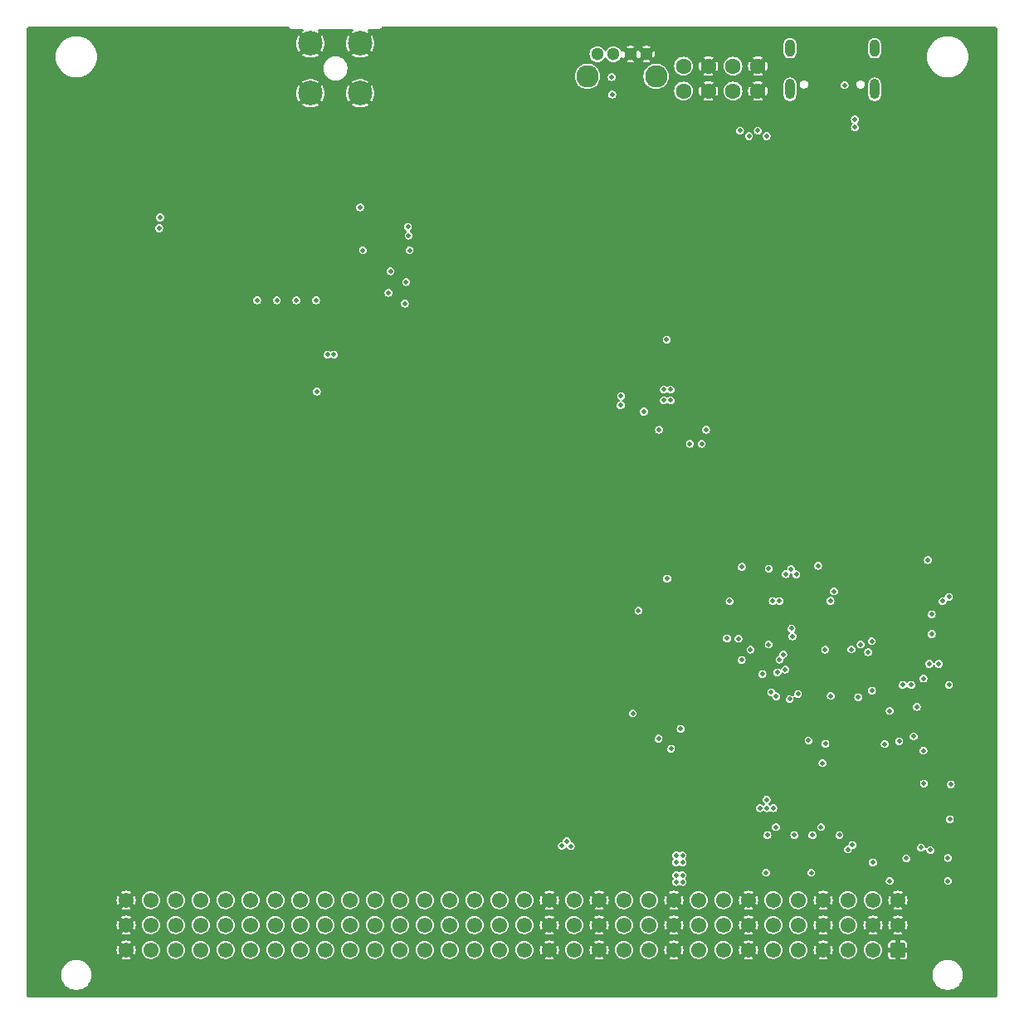
<source format=gbr>
%TF.GenerationSoftware,KiCad,Pcbnew,8.0.7-8.0.7-0~ubuntu22.04.1*%
%TF.CreationDate,2025-02-22T21:48:24+01:00*%
%TF.ProjectId,nav-module,6e61762d-6d6f-4647-956c-652e6b696361,1.0.0*%
%TF.SameCoordinates,Original*%
%TF.FileFunction,Copper,L2,Inr*%
%TF.FilePolarity,Positive*%
%FSLAX46Y46*%
G04 Gerber Fmt 4.6, Leading zero omitted, Abs format (unit mm)*
G04 Created by KiCad (PCBNEW 8.0.7-8.0.7-0~ubuntu22.04.1) date 2025-02-22 21:48:24*
%MOMM*%
%LPD*%
G01*
G04 APERTURE LIST*
G04 Aperture macros list*
%AMRoundRect*
0 Rectangle with rounded corners*
0 $1 Rounding radius*
0 $2 $3 $4 $5 $6 $7 $8 $9 X,Y pos of 4 corners*
0 Add a 4 corners polygon primitive as box body*
4,1,4,$2,$3,$4,$5,$6,$7,$8,$9,$2,$3,0*
0 Add four circle primitives for the rounded corners*
1,1,$1+$1,$2,$3*
1,1,$1+$1,$4,$5*
1,1,$1+$1,$6,$7*
1,1,$1+$1,$8,$9*
0 Add four rect primitives between the rounded corners*
20,1,$1+$1,$2,$3,$4,$5,0*
20,1,$1+$1,$4,$5,$6,$7,0*
20,1,$1+$1,$6,$7,$8,$9,0*
20,1,$1+$1,$8,$9,$2,$3,0*%
G04 Aperture macros list end*
%TA.AperFunction,ComponentPad*%
%ADD10C,1.600000*%
%TD*%
%TA.AperFunction,ComponentPad*%
%ADD11C,2.500000*%
%TD*%
%TA.AperFunction,ComponentPad*%
%ADD12O,1.000000X2.100000*%
%TD*%
%TA.AperFunction,ComponentPad*%
%ADD13O,1.000000X1.800000*%
%TD*%
%TA.AperFunction,ComponentPad*%
%ADD14RoundRect,0.249999X0.525001X0.525001X-0.525001X0.525001X-0.525001X-0.525001X0.525001X-0.525001X0*%
%TD*%
%TA.AperFunction,ComponentPad*%
%ADD15C,1.550000*%
%TD*%
%TA.AperFunction,ComponentPad*%
%ADD16C,1.300000*%
%TD*%
%TA.AperFunction,ComponentPad*%
%ADD17C,2.286000*%
%TD*%
%TA.AperFunction,ViaPad*%
%ADD18C,0.500000*%
%TD*%
G04 APERTURE END LIST*
D10*
%TO.N,Net-(LED300-Pad1)*%
%TO.C,LED300*%
X67493600Y95500001D03*
%TO.N,GND*%
X70033600Y95500001D03*
%TO.N,Net-(LED300-Pad3)*%
X67493600Y92960001D03*
%TO.N,GND*%
X70033600Y92960001D03*
%TD*%
D11*
%TO.N,GND*%
%TO.C,J1100*%
X29440000Y97810000D03*
X29440000Y92730000D03*
X34520000Y97810000D03*
X34520000Y92730000D03*
%TD*%
D12*
%TO.N,Net-(J800-SHIELD)*%
%TO.C,J800*%
X87000000Y93145001D03*
D13*
X87000000Y97325001D03*
D12*
X78360000Y93145001D03*
D13*
X78360000Y97325001D03*
%TD*%
D14*
%TO.N,GND*%
%TO.C,J200*%
X89370000Y5310001D03*
D15*
%TO.N,/Backplane/BACKPLANE.D+*%
X86830000Y5310001D03*
%TO.N,+5V_STDBY*%
X84290000Y5310001D03*
%TO.N,GND*%
X81750000Y5310001D03*
%TO.N,/Backplane/CAN1.+*%
X79210000Y5310001D03*
%TO.N,/Backplane/CAN1.-*%
X76670000Y5310001D03*
%TO.N,GND*%
X74130000Y5310001D03*
%TO.N,/Backplane/CAN2.+*%
X71590000Y5310001D03*
%TO.N,/Backplane/CAN2.-*%
X69050000Y5310001D03*
%TO.N,GND*%
X66510000Y5310001D03*
%TO.N,+12V*%
X63970000Y5310001D03*
X61430000Y5310001D03*
%TO.N,GND*%
X58890000Y5310001D03*
%TO.N,+24V*%
X56350000Y5310001D03*
%TO.N,GND*%
X53810000Y5310001D03*
%TO.N,/Backplane/GPIOL0*%
X51270000Y5310001D03*
%TO.N,/Backplane/GPIOL1*%
X48730000Y5310001D03*
%TO.N,/Backplane/GPIOL2*%
X46190000Y5310001D03*
%TO.N,/Backplane/GPIOL3*%
X43650000Y5310001D03*
%TO.N,/Backplane/GPIOL4*%
X41110000Y5310001D03*
%TO.N,/Backplane/GPIOL5*%
X38570000Y5310001D03*
%TO.N,/Backplane/GPIOL6*%
X36030000Y5310001D03*
%TO.N,/Backplane/GPIOL7*%
X33490000Y5310001D03*
%TO.N,/Backplane/GPIOL8*%
X30950000Y5310001D03*
%TO.N,/Backplane/GPIOL9*%
X28410000Y5310001D03*
%TO.N,/Backplane/GPIOL10*%
X25870000Y5310001D03*
%TO.N,/Backplane/GPIOL11*%
X23330000Y5310001D03*
%TO.N,/Backplane/GPIOL12*%
X20790000Y5310001D03*
%TO.N,/Backplane/GPIOL13*%
X18250000Y5310001D03*
%TO.N,/Backplane/GPIOL14*%
X15710000Y5310001D03*
%TO.N,/Backplane/GPIOL15*%
X13170000Y5310001D03*
%TO.N,GND*%
X10630000Y5310001D03*
X89370000Y7850001D03*
X86830000Y7850001D03*
%TO.N,+5V_STDBY*%
X84290000Y7850001D03*
%TO.N,GND*%
X81750000Y7850001D03*
%TO.N,/Backplane/CAN1.+*%
X79210000Y7850001D03*
%TO.N,/Backplane/CAN1.-*%
X76670000Y7850001D03*
%TO.N,GND*%
X74130000Y7850001D03*
%TO.N,/Backplane/CAN2.+*%
X71590000Y7850001D03*
%TO.N,/Backplane/CAN2.-*%
X69050000Y7850001D03*
%TO.N,GND*%
X66510000Y7850001D03*
%TO.N,+12V*%
X63970000Y7850001D03*
X61430000Y7850001D03*
%TO.N,GND*%
X58890000Y7850001D03*
%TO.N,+24V*%
X56350000Y7850001D03*
%TO.N,GND*%
X53810000Y7850001D03*
%TO.N,/Backplane/GPIOC0*%
X51270000Y7850001D03*
%TO.N,/Backplane/GPIOC1*%
X48730000Y7850001D03*
%TO.N,/Backplane/GPIOC2*%
X46190000Y7850001D03*
%TO.N,/Backplane/GPIOC3*%
X43650000Y7850001D03*
%TO.N,/Backplane/GPIOC4*%
X41110000Y7850001D03*
%TO.N,/Backplane/GPIOC5*%
X38570000Y7850001D03*
%TO.N,/Backplane/GPIOC6*%
X36030000Y7850001D03*
%TO.N,/Backplane/GPIOC7*%
X33490000Y7850001D03*
%TO.N,/Backplane/GPIOC8*%
X30950000Y7850001D03*
%TO.N,/Backplane/GPIOC9*%
X28410000Y7850001D03*
%TO.N,/Backplane/GPIOC10*%
X25870000Y7850001D03*
%TO.N,/Backplane/GPIOC11*%
X23330000Y7850001D03*
%TO.N,/Backplane/GPIOC12*%
X20790000Y7850001D03*
%TO.N,/Backplane/GPIOC13*%
X18250000Y7850001D03*
%TO.N,/Backplane/GPIOC14*%
X15710000Y7850001D03*
%TO.N,/Backplane/GPIOC15*%
X13170000Y7850001D03*
%TO.N,GND*%
X10630000Y7850001D03*
X89370000Y10390001D03*
%TO.N,/Backplane/BACKPLANE.D-*%
X86830000Y10390001D03*
%TO.N,+5V_STDBY*%
X84290000Y10390001D03*
%TO.N,GND*%
X81750000Y10390001D03*
%TO.N,/Backplane/CAN1.+*%
X79210000Y10390001D03*
%TO.N,/Backplane/CAN1.-*%
X76670000Y10390001D03*
%TO.N,GND*%
X74130000Y10390001D03*
%TO.N,/Backplane/CAN2.+*%
X71590000Y10390001D03*
%TO.N,/Backplane/CAN2.-*%
X69050000Y10390001D03*
%TO.N,GND*%
X66510000Y10390001D03*
%TO.N,+12V*%
X63970000Y10390001D03*
X61430000Y10390001D03*
%TO.N,GND*%
X58890000Y10390001D03*
%TO.N,+24V*%
X56350000Y10390001D03*
%TO.N,GND*%
X53810000Y10390001D03*
%TO.N,/Backplane/GPIOR0*%
X51270000Y10390001D03*
%TO.N,/Backplane/GPIOR1*%
X48730000Y10390001D03*
%TO.N,/Backplane/GPIOR2*%
X46190000Y10390001D03*
%TO.N,/Backplane/GPIOR3*%
X43650000Y10390001D03*
%TO.N,/Backplane/GPIOR4*%
X41110000Y10390001D03*
%TO.N,/Backplane/GPIOR5*%
X38570000Y10390001D03*
%TO.N,/Backplane/GPIOR6*%
X36030000Y10390001D03*
%TO.N,/Backplane/GPIOR7*%
X33490000Y10390001D03*
%TO.N,/Backplane/GPIOR8*%
X30950000Y10390001D03*
%TO.N,/Backplane/GPIOR9*%
X28410000Y10390001D03*
%TO.N,/Backplane/GPIOR10*%
X25870000Y10390001D03*
%TO.N,/Backplane/GPIOR11*%
X23330000Y10390001D03*
%TO.N,/Backplane/GPIOR12*%
X20790000Y10390001D03*
%TO.N,/Backplane/GPIOR13*%
X18250000Y10390001D03*
%TO.N,/Backplane/GPIOR14*%
X15710000Y10390001D03*
%TO.N,/Backplane/GPIOR15*%
X13170000Y10390001D03*
%TO.N,GND*%
X10630000Y10390001D03*
%TD*%
D16*
%TO.N,GND*%
%TO.C,SW400*%
X63710000Y96710001D03*
X62080000Y96710001D03*
%TO.N,/MCU/SWD.~{RST}*%
X60340000Y96710001D03*
%TO.N,/MCU/USR_BUTTON*%
X58710000Y96710001D03*
D17*
%TO.N,N/C*%
X64710000Y94460001D03*
X57710000Y94460001D03*
%TD*%
D10*
%TO.N,Net-(LED301-Pad1)*%
%TO.C,LED301*%
X72543600Y95500001D03*
%TO.N,GND*%
X75083600Y95500001D03*
%TO.N,Net-(LED301-Pad3)*%
X72543600Y92960001D03*
%TO.N,GND*%
X75083600Y92960001D03*
%TD*%
D18*
%TO.N,+3V3*%
X75930000Y13210001D03*
X39460001Y78210000D03*
X60228400Y92600000D03*
X91980000Y25660001D03*
X81955000Y35960001D03*
X65790000Y67599999D03*
X66190000Y62499999D03*
X64955000Y26885001D03*
X81220000Y44520001D03*
X69800000Y58400000D03*
X75980000Y19785001D03*
X92680000Y15510001D03*
X92430000Y45110001D03*
X92030000Y22310001D03*
X94580000Y32362501D03*
X75280000Y19785001D03*
X75980000Y20660001D03*
X62905000Y39935001D03*
X81980000Y26357501D03*
X65490000Y61399999D03*
X88530000Y29710001D03*
X82505000Y40935001D03*
X65830000Y43210001D03*
X66190001Y61400000D03*
X86330000Y35710001D03*
X91980000Y33010001D03*
X84630000Y35985001D03*
X26000000Y71600000D03*
X82855000Y41910001D03*
X76205000Y44235001D03*
X62330000Y29460001D03*
X24000000Y71600000D03*
X30000000Y71600000D03*
X65490000Y62500000D03*
X28000000Y71600000D03*
X80530000Y13210001D03*
X30100000Y62300000D03*
X39560000Y76710000D03*
X76655000Y19785001D03*
X73455000Y44410001D03*
X80255000Y26685001D03*
X75080000Y88910001D03*
X65000000Y58400000D03*
X61090000Y60900000D03*
%TO.N,GND*%
X66680000Y43910001D03*
X26200000Y91770318D03*
X36600000Y94200000D03*
X30143330Y76810000D03*
X69555000Y43585001D03*
X27800000Y88000000D03*
X60228400Y93500000D03*
X25909998Y74710000D03*
X55930000Y20260001D03*
X35000000Y88600000D03*
X64330000Y22660001D03*
X66680000Y44810001D03*
X37398430Y89374479D03*
X24998430Y89374479D03*
X21641143Y72562846D03*
X90530000Y26323785D03*
X34200000Y90200000D03*
X21676666Y76810000D03*
X88980000Y16510001D03*
X65530000Y22660001D03*
X23800000Y94200000D03*
X29200000Y62900000D03*
X23160000Y69210000D03*
X70500720Y18763459D03*
X27200000Y91000000D03*
X36600000Y87000000D03*
X30143330Y81010000D03*
X95460000Y9140000D03*
X61090000Y60100000D03*
X87880000Y16510001D03*
X9400000Y81900000D03*
X21676666Y74710000D03*
X76880000Y88910001D03*
X55930000Y17860001D03*
X34200000Y87000000D03*
X30200000Y88000000D03*
X92980000Y25660001D03*
X26200000Y95000000D03*
X74480000Y14860001D03*
X35798430Y89374479D03*
X35800000Y87800000D03*
X20960000Y86510000D03*
X70330000Y22660001D03*
X23800000Y92600000D03*
X66890000Y62300000D03*
X57130000Y22660001D03*
X28600000Y88000000D03*
X37400000Y98200000D03*
X35000000Y87800000D03*
X90955000Y21610001D03*
X25909998Y78910000D03*
X66730000Y22660001D03*
X71150720Y18763459D03*
X37400000Y95800000D03*
X27991141Y72562846D03*
X36600000Y87800000D03*
X25000000Y87000000D03*
X25909998Y76810000D03*
X69280000Y15010001D03*
X32260000Y78910000D03*
X33198430Y89374479D03*
X66290000Y60400001D03*
X63480000Y31900000D03*
X73930000Y22660001D03*
X37400000Y92600000D03*
X19560000Y81010000D03*
X23800000Y97400000D03*
X36600000Y88600000D03*
X36600000Y95000000D03*
X64330000Y19060001D03*
X37400000Y87800000D03*
X36600000Y93400000D03*
X58330000Y22660001D03*
X23800000Y91770318D03*
X69040002Y60850001D03*
X28400000Y64000000D03*
X30143330Y83109999D03*
X75680000Y14660001D03*
X25000000Y96600000D03*
X81980000Y27357501D03*
X64205000Y44810001D03*
X28660000Y69210000D03*
X36600000Y90200000D03*
X32224477Y72562846D03*
X27200000Y91770318D03*
X77455000Y45260001D03*
X80255000Y25685001D03*
X68830000Y47035001D03*
X25000000Y92600000D03*
X22400000Y36200000D03*
X87005000Y41910001D03*
X35000000Y87000000D03*
X87530000Y37760001D03*
X91780000Y35060001D03*
X27200000Y95000000D03*
X73155000Y45260001D03*
X23793332Y81010000D03*
X28600000Y87200000D03*
X27200000Y93400000D03*
X58470000Y39940000D03*
X32260000Y83109999D03*
X23800000Y88600000D03*
X28200000Y90200000D03*
X34200000Y87800000D03*
X23798430Y89374479D03*
X37400000Y93400000D03*
X26200000Y92600000D03*
X74480000Y13610001D03*
X60730000Y22660001D03*
X55080000Y12610001D03*
X25000000Y95000000D03*
X26200000Y94200000D03*
X77205000Y44235001D03*
X88980000Y15460001D03*
X37400000Y87000000D03*
X25909998Y83109999D03*
X28026664Y81010000D03*
X26200000Y95800000D03*
X36600000Y92600000D03*
X37400000Y95000000D03*
X59530000Y22660001D03*
X79380000Y24960001D03*
X25000000Y91000000D03*
X94780000Y23110001D03*
X28026664Y74710000D03*
X23793332Y78910000D03*
X92530000Y17360001D03*
X87580000Y44560001D03*
X28026664Y76810000D03*
X30143330Y74710000D03*
X79730000Y17010001D03*
X35800000Y88600000D03*
X71800720Y18763459D03*
X36600000Y91000000D03*
X64205000Y43935001D03*
X27200000Y94200000D03*
X30200000Y87200000D03*
X37400000Y91770318D03*
X23200000Y36200000D03*
X64330000Y17860001D03*
X28026664Y78910000D03*
X35000000Y90200000D03*
X23800000Y87800000D03*
X82830000Y36010001D03*
X23800000Y91000000D03*
X64330000Y20260001D03*
X27200000Y92600000D03*
X37860000Y82010000D03*
X77780000Y88910001D03*
X91780000Y36160001D03*
X80040000Y89470000D03*
X30940000Y90290000D03*
X37400000Y91000000D03*
X93930000Y28460001D03*
X24400000Y66290000D03*
X78680000Y88360001D03*
X69130000Y22660001D03*
X29400000Y87200000D03*
X23800000Y98200000D03*
X94580000Y31362501D03*
X35800000Y90200000D03*
X29438824Y88025672D03*
X94730000Y17760001D03*
X94930000Y15510001D03*
X21676666Y78910000D03*
X37400000Y88600000D03*
X72730000Y22660001D03*
X19560000Y74710000D03*
X66590000Y67600000D03*
X67790001Y68500001D03*
X18760000Y86510000D03*
X25000000Y87800000D03*
X39460001Y80010000D03*
X26200000Y97400000D03*
X32260000Y81010000D03*
X36600000Y98200000D03*
X20800000Y36200000D03*
X23757809Y72562846D03*
X19560000Y76810000D03*
X23800000Y87000000D03*
X34198430Y89374479D03*
X25000000Y90200000D03*
X74455000Y44410001D03*
X32260000Y74710000D03*
X36598430Y89374479D03*
X34200000Y88600000D03*
X82530000Y17860001D03*
X26200000Y90200000D03*
X37400000Y96600000D03*
X25000000Y91770318D03*
X75130000Y22660001D03*
X25000000Y88600000D03*
X23800000Y95800000D03*
X26200000Y91000000D03*
X36600000Y96600000D03*
X34840000Y77830000D03*
X23793332Y76810000D03*
X30170000Y90260000D03*
X61090000Y62700000D03*
X23800000Y93400000D03*
X79480000Y91610001D03*
X32260000Y76810000D03*
X21600000Y36200000D03*
X63955000Y26885001D03*
X33200000Y90200000D03*
X30107807Y72562846D03*
X25560000Y65810000D03*
X25000000Y93400000D03*
X37400000Y94200000D03*
X37400000Y90200000D03*
X82505000Y39935001D03*
X69040001Y65149999D03*
X25000000Y98200000D03*
X77930000Y17860001D03*
X81220000Y45420001D03*
X90430000Y17560001D03*
X35800000Y87000000D03*
X56583492Y12621713D03*
X87880000Y15460001D03*
X25000000Y97400000D03*
X27200000Y95800000D03*
X91730000Y14860001D03*
X36600000Y91770318D03*
X21676666Y83109999D03*
X25000000Y94200000D03*
X71530000Y22660001D03*
X33200000Y87800000D03*
X9410000Y77200000D03*
X61930000Y22660001D03*
X30860000Y87000000D03*
X19524477Y72562846D03*
X33200000Y88600000D03*
X60480000Y16613493D03*
X65248595Y63503513D03*
X27800000Y87200000D03*
X63130000Y22660001D03*
X36600000Y95800000D03*
X27200000Y96600000D03*
X26200000Y93400000D03*
X55930000Y19060001D03*
X67930000Y22660001D03*
X55830000Y12610001D03*
X60480000Y15313493D03*
X23800000Y95000000D03*
X27200000Y97400000D03*
X55930000Y21460001D03*
X23800000Y96600000D03*
X96780000Y12360001D03*
X62855000Y28435001D03*
X26200000Y96600000D03*
X87330000Y35710001D03*
X25000000Y95800000D03*
X62905000Y40935001D03*
X83830000Y14660001D03*
X27200000Y98200000D03*
X25909998Y81010000D03*
X66840001Y65149999D03*
X30143330Y78910000D03*
X33060000Y69210000D03*
X92580000Y11860001D03*
X33060000Y87000000D03*
X74480000Y14210001D03*
X23793332Y74710000D03*
X85980000Y89260001D03*
X85980000Y90060001D03*
X23800000Y90200000D03*
X36600000Y97400000D03*
X84180000Y25960001D03*
X27200000Y90200000D03*
X93330000Y19110001D03*
X21676666Y81010000D03*
X23793332Y83109999D03*
X60480000Y15963493D03*
X83730000Y36010001D03*
X28026664Y83109999D03*
X26200000Y98200000D03*
X64330000Y21460001D03*
X37400000Y97400000D03*
X55930000Y22660001D03*
X25874475Y72562846D03*
X34998430Y89374479D03*
X19560000Y78910000D03*
X92980000Y33010001D03*
X19560000Y83109999D03*
X80280000Y14660001D03*
%TO.N,+5V*%
X66755000Y14260001D03*
X94780000Y22210001D03*
X76930000Y17860001D03*
X67405000Y14960001D03*
X93930000Y40910001D03*
X91730000Y15760000D03*
X67405000Y14260001D03*
X86830000Y14260001D03*
X66755000Y14960001D03*
X81530000Y17860001D03*
%TO.N,/ST-LINK/LED*%
X85580000Y36485001D03*
X88030000Y26335001D03*
%TO.N,/ST-LINK/STLINK-BOOT0*%
X91305000Y30110001D03*
%TO.N,/ST-LINK/DIO*%
X89505000Y26610001D03*
%TO.N,/ST-LINK/CLK*%
X90980000Y27110001D03*
%TO.N,+12V_FUSED*%
X55081270Y15923942D03*
X94580000Y41360001D03*
X66755000Y12260001D03*
X66755000Y12960001D03*
X67405000Y12960001D03*
X56005000Y15910001D03*
X67405000Y12260001D03*
X55580000Y16410001D03*
%TO.N,/ST-LINK/STLINK_RX*%
X86730000Y31785001D03*
X92830000Y37560001D03*
%TO.N,/USB/VBUS_IN*%
X84980000Y90060001D03*
X94680000Y18660001D03*
%TO.N,/ST-LINK/STLINK_TX*%
X92830000Y39560001D03*
X86705000Y36835001D03*
%TO.N,/MCU/USR_BUTTON*%
X76605000Y40935001D03*
X60168600Y94385799D03*
%TO.N,/MCU/SWD.~{RST}*%
X72205001Y40910001D03*
X82530000Y31240001D03*
X79007238Y43640001D03*
%TO.N,Net-(U302-PGANG)*%
X90230000Y14660001D03*
X88530000Y12360001D03*
%TO.N,Net-(U700-PA5)*%
X85330000Y31110001D03*
X81684124Y24384124D03*
%TO.N,Net-(U700-PC13)*%
X90730000Y32360001D03*
X93530000Y34510001D03*
%TO.N,Net-(U700-PC14)*%
X89855000Y32360001D03*
X92580000Y34510001D03*
%TO.N,/CAN transceiver 1/CAN.TX*%
X83405000Y17035001D03*
X79180000Y31435001D03*
%TO.N,/CAN transceiver 1/CAN.RX*%
X78330000Y30910001D03*
X80655000Y17035001D03*
%TO.N,/CAN transceiver 2/CAN.TX*%
X78805000Y17035001D03*
X67205000Y27885001D03*
%TO.N,/CAN transceiver 2/CAN.RX*%
X66230000Y25860001D03*
X76055000Y17035001D03*
%TO.N,/USB/CC1*%
X83930000Y93560001D03*
X84980000Y89260001D03*
%TO.N,Net-(U801-~{OE})*%
X94480000Y14710001D03*
X94480000Y12360001D03*
%TO.N,/MCU/USER_LED_1*%
X74180000Y88360001D03*
X78480000Y44160001D03*
%TO.N,/MCU/USER_LED_2*%
X77930000Y43660001D03*
X73280000Y88910001D03*
%TO.N,/MCU/STATUS_LED*%
X75980000Y88360001D03*
X77305000Y40935001D03*
%TO.N,/USB-hub/USB_GPS_.D+*%
X31825000Y66060074D03*
X84729810Y16029810D03*
%TO.N,/USB-hub/USB_GPS_.D-*%
X84270190Y15570190D03*
X31175000Y66060074D03*
%TO.N,/GPS-RTK/GPS_SPI.CLK*%
X37600000Y74559999D03*
X77670000Y35480000D03*
%TO.N,/GPS-RTK/GPS_SPI.CS*%
X76190000Y36490000D03*
X39200000Y73459999D03*
%TO.N,/GPS-RTK/GPS_NRESET*%
X39380000Y79110000D03*
X77890000Y33935001D03*
%TO.N,/IMU/IMU_NRESET*%
X61130000Y61840000D03*
X71934124Y37124124D03*
%TO.N,/GPS-RTK/GPS_EXINTERUPT*%
X34510000Y81090000D03*
X75550000Y33465000D03*
%TO.N,/GPS-RTK/GPS_MODE_SELECT*%
X77060000Y33650000D03*
X34790000Y76710000D03*
%TO.N,/GPS-RTK/GPS_SPI.MISO*%
X74340000Y35960000D03*
X39075000Y71259999D03*
%TO.N,/GPS-RTK/GPS_GEOFENCE_STAT*%
X14100000Y80059998D03*
X76965000Y31185000D03*
%TO.N,/GPS-RTK/GPS_RTK_STAT*%
X76450000Y31620000D03*
X14000000Y78959999D03*
%TO.N,/IMU/IMU_I2C.SDA*%
X69350000Y56950000D03*
X78510000Y38110000D03*
%TO.N,/IMU/IMU_I2C.SCL*%
X78620000Y37320000D03*
X68150000Y56950000D03*
%TO.N,/IMU/IMU_EXINTERUPT*%
X63460000Y60250000D03*
X73100000Y37075000D03*
%TO.N,/GPS-RTK/GPS_SPI.MOSI*%
X77297248Y34947497D03*
X37400000Y72359999D03*
X73440000Y34920000D03*
%TD*%
%TA.AperFunction,Conductor*%
%TO.N,GND*%
G36*
X27258362Y99479815D02*
G01*
X27279004Y99463182D01*
X27279499Y99462687D01*
X27279500Y99462686D01*
X27372686Y99369500D01*
X27486814Y99303608D01*
X27614108Y99269500D01*
X27614110Y99269500D01*
X28600700Y99269500D01*
X28667739Y99249815D01*
X28713494Y99197011D01*
X28723438Y99127853D01*
X28694413Y99064297D01*
X28659718Y99036446D01*
X28644215Y99028057D01*
X28644211Y99028054D01*
X28605571Y98997981D01*
X29039437Y98564115D01*
X29037374Y98563260D01*
X28898156Y98470238D01*
X28779762Y98351844D01*
X28686740Y98212626D01*
X28685884Y98210562D01*
X28252687Y98643759D01*
X28160392Y98502489D01*
X28063865Y98282429D01*
X28004874Y98049477D01*
X27985031Y97810006D01*
X27985031Y97809995D01*
X28004874Y97570524D01*
X28063865Y97337572D01*
X28160391Y97117515D01*
X28252688Y96976243D01*
X28685884Y97409440D01*
X28686740Y97407374D01*
X28779762Y97268156D01*
X28898156Y97149762D01*
X29037374Y97056740D01*
X29039437Y97055886D01*
X28605572Y96622021D01*
X28644208Y96591949D01*
X28855544Y96477579D01*
X28855550Y96477577D01*
X29082823Y96399554D01*
X29319851Y96360000D01*
X29560149Y96360000D01*
X29797176Y96399554D01*
X30024449Y96477577D01*
X30024455Y96477579D01*
X30235794Y96591951D01*
X30235795Y96591952D01*
X30274426Y96622020D01*
X30274427Y96622021D01*
X29840562Y97055886D01*
X29842626Y97056740D01*
X29981844Y97149762D01*
X30100238Y97268156D01*
X30193260Y97407374D01*
X30194114Y97409439D01*
X30627310Y96976243D01*
X30719606Y97117510D01*
X30816134Y97337572D01*
X30875125Y97570524D01*
X30894969Y97809995D01*
X30894969Y97810006D01*
X30875125Y98049477D01*
X30816134Y98282429D01*
X30719608Y98502486D01*
X30627310Y98643759D01*
X30194114Y98210564D01*
X30193260Y98212626D01*
X30100238Y98351844D01*
X29981844Y98470238D01*
X29842626Y98563260D01*
X29840560Y98564116D01*
X30274426Y98997981D01*
X30274426Y98997983D01*
X30235801Y99028046D01*
X30235786Y99028056D01*
X30220282Y99036446D01*
X30170691Y99085665D01*
X30155584Y99153882D01*
X30179755Y99219438D01*
X30235531Y99261518D01*
X30279300Y99269500D01*
X33680700Y99269500D01*
X33747739Y99249815D01*
X33793494Y99197011D01*
X33803438Y99127853D01*
X33774413Y99064297D01*
X33739718Y99036446D01*
X33724215Y99028057D01*
X33724211Y99028054D01*
X33685571Y98997981D01*
X34119437Y98564115D01*
X34117374Y98563260D01*
X33978156Y98470238D01*
X33859762Y98351844D01*
X33766740Y98212626D01*
X33765884Y98210562D01*
X33332687Y98643759D01*
X33240392Y98502489D01*
X33143865Y98282429D01*
X33084874Y98049477D01*
X33065031Y97810006D01*
X33065031Y97809995D01*
X33084874Y97570524D01*
X33143865Y97337572D01*
X33240391Y97117515D01*
X33332688Y96976243D01*
X33765884Y97409440D01*
X33766740Y97407374D01*
X33859762Y97268156D01*
X33978156Y97149762D01*
X34117374Y97056740D01*
X34119437Y97055886D01*
X33685572Y96622021D01*
X33724208Y96591949D01*
X33935544Y96477579D01*
X33935550Y96477577D01*
X34162823Y96399554D01*
X34399851Y96360000D01*
X34640149Y96360000D01*
X34877176Y96399554D01*
X35104449Y96477577D01*
X35104455Y96477579D01*
X35315794Y96591951D01*
X35315795Y96591952D01*
X35354426Y96622020D01*
X35354427Y96622021D01*
X35266443Y96710005D01*
X57904435Y96710005D01*
X57904435Y96709998D01*
X57924630Y96530752D01*
X57924631Y96530747D01*
X57984211Y96360478D01*
X58054002Y96249407D01*
X58080184Y96207739D01*
X58207738Y96080185D01*
X58360478Y95984212D01*
X58530745Y95924633D01*
X58530750Y95924632D01*
X58709996Y95904436D01*
X58710000Y95904436D01*
X58710004Y95904436D01*
X58889249Y95924632D01*
X58889252Y95924633D01*
X58889255Y95924633D01*
X59059522Y95984212D01*
X59212262Y96080185D01*
X59339816Y96207739D01*
X59420006Y96335362D01*
X59472341Y96381652D01*
X59541394Y96392300D01*
X59605243Y96363925D01*
X59629992Y96335363D01*
X59710184Y96207739D01*
X59837738Y96080185D01*
X59990478Y95984212D01*
X60160745Y95924633D01*
X60160750Y95924632D01*
X60339996Y95904436D01*
X60340000Y95904436D01*
X60340004Y95904436D01*
X60519249Y95924632D01*
X60519252Y95924633D01*
X60519255Y95924633D01*
X60689522Y95984212D01*
X60842262Y96080185D01*
X60969816Y96207739D01*
X61065789Y96360479D01*
X61065789Y96360482D01*
X61065792Y96360485D01*
X61068812Y96366754D01*
X61069946Y96366208D01*
X61106455Y96417124D01*
X61171404Y96442880D01*
X61239967Y96429434D01*
X61290377Y96381053D01*
X61296119Y96368104D01*
X61296568Y96368303D01*
X61299210Y96362368D01*
X61328346Y96311903D01*
X61328347Y96311902D01*
X61680000Y96663555D01*
X61680000Y96657340D01*
X61707259Y96555607D01*
X61759920Y96464395D01*
X61834394Y96389921D01*
X61925606Y96337260D01*
X62027339Y96310001D01*
X62033553Y96310001D01*
X61680832Y95957282D01*
X61680833Y95957281D01*
X61815884Y95897152D01*
X61815889Y95897150D01*
X61990661Y95860001D01*
X62169339Y95860001D01*
X62344110Y95897150D01*
X62344115Y95897152D01*
X62479165Y95957281D01*
X62479165Y95957282D01*
X62126448Y96310001D01*
X62132661Y96310001D01*
X62234394Y96337260D01*
X62325606Y96389921D01*
X62400080Y96464395D01*
X62452741Y96555607D01*
X62480000Y96657340D01*
X62480000Y96663553D01*
X62831651Y96311902D01*
X62878816Y96318111D01*
X62911187Y96318111D01*
X62958347Y96311902D01*
X63310000Y96663555D01*
X63310000Y96657340D01*
X63337259Y96555607D01*
X63389920Y96464395D01*
X63464394Y96389921D01*
X63555606Y96337260D01*
X63657339Y96310001D01*
X63663553Y96310001D01*
X63310832Y95957282D01*
X63310833Y95957281D01*
X63445884Y95897152D01*
X63445889Y95897150D01*
X63620661Y95860001D01*
X63799339Y95860001D01*
X63974110Y95897150D01*
X63974115Y95897152D01*
X64109165Y95957281D01*
X64109165Y95957282D01*
X63756448Y96310001D01*
X63762661Y96310001D01*
X63864394Y96337260D01*
X63955606Y96389921D01*
X64030080Y96464395D01*
X64082741Y96555607D01*
X64110000Y96657340D01*
X64110000Y96663553D01*
X64461651Y96311902D01*
X64461652Y96311902D01*
X64490790Y96362370D01*
X64546003Y96532299D01*
X64546004Y96532301D01*
X64564681Y96710001D01*
X64548818Y96860930D01*
X77709499Y96860930D01*
X77734497Y96735263D01*
X77734499Y96735257D01*
X77783533Y96616877D01*
X77783538Y96616868D01*
X77854723Y96510333D01*
X77854726Y96510329D01*
X77945327Y96419728D01*
X77945331Y96419725D01*
X78051866Y96348540D01*
X78051872Y96348537D01*
X78051873Y96348536D01*
X78170256Y96299500D01*
X78170260Y96299500D01*
X78170261Y96299499D01*
X78295928Y96274501D01*
X78295931Y96274501D01*
X78424071Y96274501D01*
X78522793Y96294139D01*
X78549744Y96299500D01*
X78668127Y96348536D01*
X78774669Y96419725D01*
X78865276Y96510332D01*
X78936465Y96616874D01*
X78985501Y96735257D01*
X79003578Y96826135D01*
X79010500Y96860930D01*
X86349499Y96860930D01*
X86374497Y96735263D01*
X86374499Y96735257D01*
X86423533Y96616877D01*
X86423538Y96616868D01*
X86494723Y96510333D01*
X86494726Y96510329D01*
X86585327Y96419728D01*
X86585331Y96419725D01*
X86691866Y96348540D01*
X86691872Y96348537D01*
X86691873Y96348536D01*
X86810256Y96299500D01*
X86810260Y96299500D01*
X86810261Y96299499D01*
X86935928Y96274501D01*
X86935931Y96274501D01*
X87064071Y96274501D01*
X87162793Y96294139D01*
X87189744Y96299500D01*
X87308127Y96348536D01*
X87414669Y96419725D01*
X87434944Y96440000D01*
X92344592Y96440000D01*
X92364201Y96153320D01*
X92422666Y95871966D01*
X92422667Y95871963D01*
X92518894Y95601207D01*
X92518893Y95601207D01*
X92651098Y95346065D01*
X92816812Y95111300D01*
X92888935Y95034076D01*
X93012947Y94901292D01*
X93235853Y94719945D01*
X93404141Y94617606D01*
X93481382Y94570635D01*
X93668237Y94489474D01*
X93744942Y94456156D01*
X94021642Y94378629D01*
X94262662Y94345501D01*
X94306321Y94339500D01*
X94306322Y94339500D01*
X94593679Y94339500D01*
X94624370Y94343719D01*
X94878358Y94378629D01*
X95155058Y94456156D01*
X95281552Y94511100D01*
X95418617Y94570635D01*
X95418620Y94570637D01*
X95418625Y94570639D01*
X95664147Y94719945D01*
X95887053Y94901292D01*
X96083189Y95111302D01*
X96248901Y95346064D01*
X96381104Y95601203D01*
X96477334Y95871968D01*
X96535798Y96153314D01*
X96555408Y96440000D01*
X96535798Y96726686D01*
X96477334Y97008032D01*
X96470244Y97027980D01*
X96381105Y97278794D01*
X96381106Y97278794D01*
X96248901Y97533936D01*
X96083187Y97768701D01*
X95966428Y97893718D01*
X95887053Y97978708D01*
X95664147Y98160055D01*
X95664146Y98160056D01*
X95418617Y98309366D01*
X95155063Y98423842D01*
X95155061Y98423843D01*
X95155058Y98423844D01*
X95025578Y98460123D01*
X94878364Y98501370D01*
X94878359Y98501371D01*
X94878358Y98501371D01*
X94736018Y98520936D01*
X94593679Y98540500D01*
X94593678Y98540500D01*
X94306322Y98540500D01*
X94306321Y98540500D01*
X94021642Y98501371D01*
X94021635Y98501370D01*
X93813861Y98443155D01*
X93744942Y98423844D01*
X93744939Y98423844D01*
X93744936Y98423842D01*
X93744935Y98423842D01*
X93481382Y98309366D01*
X93235853Y98160056D01*
X93012950Y97978711D01*
X92816812Y97768701D01*
X92651098Y97533936D01*
X92518894Y97278794D01*
X92422667Y97008038D01*
X92422666Y97008035D01*
X92364201Y96726681D01*
X92344592Y96440000D01*
X87434944Y96440000D01*
X87505276Y96510332D01*
X87576465Y96616874D01*
X87625501Y96735257D01*
X87643578Y96826135D01*
X87650500Y96860930D01*
X87650500Y97789073D01*
X87625502Y97914740D01*
X87625501Y97914741D01*
X87625501Y97914745D01*
X87576465Y98033128D01*
X87576464Y98033129D01*
X87576461Y98033135D01*
X87505276Y98139670D01*
X87505273Y98139674D01*
X87414672Y98230275D01*
X87414668Y98230278D01*
X87308133Y98301463D01*
X87308124Y98301468D01*
X87189744Y98350502D01*
X87189738Y98350504D01*
X87064071Y98375501D01*
X87064069Y98375501D01*
X86935931Y98375501D01*
X86935929Y98375501D01*
X86810261Y98350504D01*
X86810255Y98350502D01*
X86691875Y98301468D01*
X86691866Y98301463D01*
X86585331Y98230278D01*
X86585327Y98230275D01*
X86494726Y98139674D01*
X86494723Y98139670D01*
X86423538Y98033135D01*
X86423533Y98033126D01*
X86374499Y97914746D01*
X86374497Y97914740D01*
X86349500Y97789073D01*
X86349500Y97789070D01*
X86349500Y96860932D01*
X86349500Y96860930D01*
X86349499Y96860930D01*
X79010500Y96860930D01*
X79010500Y97789073D01*
X78985502Y97914740D01*
X78985501Y97914741D01*
X78985501Y97914745D01*
X78936465Y98033128D01*
X78936464Y98033129D01*
X78936461Y98033135D01*
X78865276Y98139670D01*
X78865273Y98139674D01*
X78774672Y98230275D01*
X78774668Y98230278D01*
X78668133Y98301463D01*
X78668124Y98301468D01*
X78549744Y98350502D01*
X78549738Y98350504D01*
X78424071Y98375501D01*
X78424069Y98375501D01*
X78295931Y98375501D01*
X78295929Y98375501D01*
X78170261Y98350504D01*
X78170255Y98350502D01*
X78051875Y98301468D01*
X78051866Y98301463D01*
X77945331Y98230278D01*
X77945327Y98230275D01*
X77854726Y98139674D01*
X77854723Y98139670D01*
X77783538Y98033135D01*
X77783533Y98033126D01*
X77734499Y97914746D01*
X77734497Y97914740D01*
X77709500Y97789073D01*
X77709500Y97789070D01*
X77709500Y96860932D01*
X77709500Y96860930D01*
X77709499Y96860930D01*
X64548818Y96860930D01*
X64546004Y96887702D01*
X64546003Y96887704D01*
X64490793Y97057626D01*
X64490790Y97057632D01*
X64461651Y97108102D01*
X64110000Y96756450D01*
X64110000Y96762662D01*
X64082741Y96864395D01*
X64030080Y96955607D01*
X63955606Y97030081D01*
X63864394Y97082742D01*
X63762661Y97110001D01*
X63756447Y97110001D01*
X64109166Y97462722D01*
X63974108Y97522853D01*
X63974109Y97522853D01*
X63799339Y97560001D01*
X63620661Y97560001D01*
X63445890Y97522853D01*
X63445889Y97522853D01*
X63310832Y97462722D01*
X63663554Y97110001D01*
X63657339Y97110001D01*
X63555606Y97082742D01*
X63464394Y97030081D01*
X63389920Y96955607D01*
X63337259Y96864395D01*
X63310000Y96762662D01*
X63310000Y96756448D01*
X62958346Y97108102D01*
X62911187Y97101893D01*
X62878818Y97101893D01*
X62831652Y97108103D01*
X62480000Y96756450D01*
X62480000Y96762662D01*
X62452741Y96864395D01*
X62400080Y96955607D01*
X62325606Y97030081D01*
X62234394Y97082742D01*
X62132661Y97110001D01*
X62126447Y97110001D01*
X62479166Y97462722D01*
X62344108Y97522853D01*
X62344109Y97522853D01*
X62169339Y97560001D01*
X61990661Y97560001D01*
X61815890Y97522853D01*
X61815889Y97522853D01*
X61680832Y97462722D01*
X62033554Y97110001D01*
X62027339Y97110001D01*
X61925606Y97082742D01*
X61834394Y97030081D01*
X61759920Y96955607D01*
X61707259Y96864395D01*
X61680000Y96762662D01*
X61680000Y96756448D01*
X61328347Y97108101D01*
X61299207Y97057628D01*
X61296566Y97051695D01*
X61294211Y97052744D01*
X61261232Y97004565D01*
X61196859Y96977400D01*
X61128019Y96989350D01*
X61076568Y97036621D01*
X61066411Y97058233D01*
X61065792Y97059518D01*
X61065788Y97059525D01*
X60969816Y97212263D01*
X60842262Y97339817D01*
X60734746Y97407374D01*
X60689523Y97435790D01*
X60519254Y97495370D01*
X60519249Y97495371D01*
X60340004Y97515566D01*
X60339996Y97515566D01*
X60160750Y97495371D01*
X60160745Y97495370D01*
X59990476Y97435790D01*
X59837737Y97339817D01*
X59710184Y97212264D01*
X59629994Y97084642D01*
X59577659Y97038351D01*
X59508605Y97027703D01*
X59444757Y97056078D01*
X59420006Y97084642D01*
X59339815Y97212264D01*
X59212262Y97339817D01*
X59059523Y97435790D01*
X58889254Y97495370D01*
X58889249Y97495371D01*
X58710004Y97515566D01*
X58709996Y97515566D01*
X58530750Y97495371D01*
X58530745Y97495370D01*
X58360476Y97435790D01*
X58207737Y97339817D01*
X58080184Y97212264D01*
X57984211Y97059525D01*
X57924631Y96889256D01*
X57924630Y96889251D01*
X57904435Y96710005D01*
X35266443Y96710005D01*
X34920562Y97055886D01*
X34922626Y97056740D01*
X35061844Y97149762D01*
X35180238Y97268156D01*
X35273260Y97407374D01*
X35274114Y97409439D01*
X35707310Y96976243D01*
X35799606Y97117510D01*
X35896134Y97337572D01*
X35955125Y97570524D01*
X35974969Y97809995D01*
X35974969Y97810006D01*
X35955125Y98049477D01*
X35896134Y98282429D01*
X35799608Y98502486D01*
X35707310Y98643759D01*
X35274114Y98210564D01*
X35273260Y98212626D01*
X35180238Y98351844D01*
X35061844Y98470238D01*
X34922626Y98563260D01*
X34920560Y98564116D01*
X35354426Y98997981D01*
X35354426Y98997983D01*
X35315801Y99028046D01*
X35315786Y99028056D01*
X35300282Y99036446D01*
X35250691Y99085665D01*
X35235584Y99153882D01*
X35259755Y99219438D01*
X35315531Y99261518D01*
X35359300Y99269500D01*
X36345890Y99269500D01*
X36345892Y99269500D01*
X36473186Y99303608D01*
X36587314Y99369500D01*
X36680500Y99462686D01*
X36680500Y99462687D01*
X36680996Y99463182D01*
X36742320Y99496666D01*
X36768677Y99499500D01*
X99375500Y99499500D01*
X99442539Y99479815D01*
X99488294Y99427011D01*
X99499500Y99375500D01*
X99499500Y624500D01*
X99479815Y557461D01*
X99427011Y511706D01*
X99375500Y500500D01*
X624500Y500500D01*
X557461Y520185D01*
X511706Y572989D01*
X500500Y624500D01*
X500500Y2890060D01*
X4024500Y2890060D01*
X4024500Y2649943D01*
X4062063Y2412779D01*
X4136265Y2184408D01*
X4245276Y1970465D01*
X4386414Y1776205D01*
X4556204Y1606415D01*
X4750464Y1465277D01*
X4851543Y1413775D01*
X4964406Y1356267D01*
X4964408Y1356267D01*
X4964411Y1356265D01*
X5192778Y1282064D01*
X5429941Y1244501D01*
X5429942Y1244501D01*
X5670058Y1244501D01*
X5670059Y1244501D01*
X5907222Y1282064D01*
X6135589Y1356265D01*
X6349536Y1465277D01*
X6543796Y1606415D01*
X6713586Y1776205D01*
X6854724Y1970465D01*
X6963736Y2184412D01*
X7037937Y2412779D01*
X7075500Y2649942D01*
X7075500Y2890060D01*
X92924500Y2890060D01*
X92924500Y2649943D01*
X92962063Y2412779D01*
X93036265Y2184408D01*
X93145276Y1970465D01*
X93286414Y1776205D01*
X93456204Y1606415D01*
X93650464Y1465277D01*
X93751543Y1413775D01*
X93864406Y1356267D01*
X93864408Y1356267D01*
X93864411Y1356265D01*
X94092778Y1282064D01*
X94329941Y1244501D01*
X94329942Y1244501D01*
X94570058Y1244501D01*
X94570059Y1244501D01*
X94807222Y1282064D01*
X95035589Y1356265D01*
X95249536Y1465277D01*
X95443796Y1606415D01*
X95613586Y1776205D01*
X95754724Y1970465D01*
X95863736Y2184412D01*
X95937937Y2412779D01*
X95975500Y2649942D01*
X95975500Y2890060D01*
X95937937Y3127223D01*
X95863736Y3355590D01*
X95863734Y3355593D01*
X95863734Y3355595D01*
X95754723Y3569538D01*
X95613586Y3763797D01*
X95443796Y3933587D01*
X95249536Y4074725D01*
X95035593Y4183736D01*
X94807222Y4257938D01*
X94570059Y4295501D01*
X94329941Y4295501D01*
X94211359Y4276720D01*
X94092777Y4257938D01*
X93864406Y4183736D01*
X93650463Y4074725D01*
X93456201Y3933585D01*
X93286416Y3763800D01*
X93145276Y3569538D01*
X93036265Y3355595D01*
X92962063Y3127224D01*
X92924500Y2890060D01*
X7075500Y2890060D01*
X7037937Y3127223D01*
X6963736Y3355590D01*
X6963734Y3355593D01*
X6963734Y3355595D01*
X6854723Y3569538D01*
X6713586Y3763797D01*
X6543796Y3933587D01*
X6349536Y4074725D01*
X6135593Y4183736D01*
X5907222Y4257938D01*
X5670059Y4295501D01*
X5429941Y4295501D01*
X5311359Y4276720D01*
X5192777Y4257938D01*
X4964406Y4183736D01*
X4750463Y4074725D01*
X4556201Y3933585D01*
X4386416Y3763800D01*
X4245276Y3569538D01*
X4136265Y3355595D01*
X4062063Y3127224D01*
X4024500Y2890060D01*
X500500Y2890060D01*
X500500Y5310001D01*
X9650282Y5310001D01*
X9669106Y5118867D01*
X9669107Y5118865D01*
X9724857Y4935083D01*
X9724858Y4935081D01*
X9786395Y4819952D01*
X9786396Y4819951D01*
X10147037Y5180593D01*
X10164075Y5117008D01*
X10229901Y5002994D01*
X10322993Y4909902D01*
X10437007Y4844076D01*
X10500590Y4827039D01*
X10139949Y4466398D01*
X10255082Y4404859D01*
X10438863Y4349109D01*
X10438865Y4349108D01*
X10630000Y4330284D01*
X10821134Y4349108D01*
X10821136Y4349109D01*
X11004921Y4404860D01*
X11120049Y4466398D01*
X10759409Y4827039D01*
X10822993Y4844076D01*
X10937007Y4909902D01*
X11030099Y5002994D01*
X11095925Y5117008D01*
X11112962Y5180593D01*
X11473603Y4819952D01*
X11535141Y4935080D01*
X11590892Y5118865D01*
X11590893Y5118867D01*
X11609717Y5310001D01*
X12239402Y5310001D01*
X12259738Y5116518D01*
X12319856Y4931491D01*
X12319857Y4931490D01*
X12389999Y4810001D01*
X12417130Y4763009D01*
X12446137Y4730794D01*
X12547302Y4618437D01*
X12547305Y4618435D01*
X12547308Y4618432D01*
X12665352Y4532668D01*
X12704702Y4504078D01*
X12772926Y4473704D01*
X12882429Y4424950D01*
X13072726Y4384501D01*
X13267274Y4384501D01*
X13457571Y4424950D01*
X13635299Y4504079D01*
X13792692Y4618432D01*
X13922870Y4763009D01*
X14020144Y4931493D01*
X14080262Y5116519D01*
X14100598Y5310001D01*
X14779402Y5310001D01*
X14799738Y5116518D01*
X14859856Y4931491D01*
X14859857Y4931490D01*
X14929999Y4810001D01*
X14957130Y4763009D01*
X14986137Y4730794D01*
X15087302Y4618437D01*
X15087305Y4618435D01*
X15087308Y4618432D01*
X15205352Y4532668D01*
X15244702Y4504078D01*
X15312926Y4473704D01*
X15422429Y4424950D01*
X15612726Y4384501D01*
X15807274Y4384501D01*
X15997571Y4424950D01*
X16175299Y4504079D01*
X16332692Y4618432D01*
X16462870Y4763009D01*
X16560144Y4931493D01*
X16620262Y5116519D01*
X16640598Y5310001D01*
X17319402Y5310001D01*
X17339738Y5116518D01*
X17399856Y4931491D01*
X17399857Y4931490D01*
X17469999Y4810001D01*
X17497130Y4763009D01*
X17526137Y4730794D01*
X17627302Y4618437D01*
X17627305Y4618435D01*
X17627308Y4618432D01*
X17745352Y4532668D01*
X17784702Y4504078D01*
X17852926Y4473704D01*
X17962429Y4424950D01*
X18152726Y4384501D01*
X18347274Y4384501D01*
X18537571Y4424950D01*
X18715299Y4504079D01*
X18872692Y4618432D01*
X19002870Y4763009D01*
X19100144Y4931493D01*
X19160262Y5116519D01*
X19180598Y5310001D01*
X19859402Y5310001D01*
X19879738Y5116518D01*
X19939856Y4931491D01*
X19939857Y4931490D01*
X20009999Y4810001D01*
X20037130Y4763009D01*
X20066137Y4730794D01*
X20167302Y4618437D01*
X20167305Y4618435D01*
X20167308Y4618432D01*
X20285352Y4532668D01*
X20324702Y4504078D01*
X20392926Y4473704D01*
X20502429Y4424950D01*
X20692726Y4384501D01*
X20887274Y4384501D01*
X21077571Y4424950D01*
X21255299Y4504079D01*
X21412692Y4618432D01*
X21542870Y4763009D01*
X21640144Y4931493D01*
X21700262Y5116519D01*
X21720598Y5310001D01*
X22399402Y5310001D01*
X22419738Y5116518D01*
X22479856Y4931491D01*
X22479857Y4931490D01*
X22549999Y4810001D01*
X22577130Y4763009D01*
X22606137Y4730794D01*
X22707302Y4618437D01*
X22707305Y4618435D01*
X22707308Y4618432D01*
X22825352Y4532668D01*
X22864702Y4504078D01*
X22932926Y4473704D01*
X23042429Y4424950D01*
X23232726Y4384501D01*
X23427274Y4384501D01*
X23617571Y4424950D01*
X23795299Y4504079D01*
X23952692Y4618432D01*
X24082870Y4763009D01*
X24180144Y4931493D01*
X24240262Y5116519D01*
X24260598Y5310001D01*
X24939402Y5310001D01*
X24959738Y5116518D01*
X25019856Y4931491D01*
X25019857Y4931490D01*
X25089999Y4810001D01*
X25117130Y4763009D01*
X25146137Y4730794D01*
X25247302Y4618437D01*
X25247305Y4618435D01*
X25247308Y4618432D01*
X25365352Y4532668D01*
X25404702Y4504078D01*
X25472926Y4473704D01*
X25582429Y4424950D01*
X25772726Y4384501D01*
X25967274Y4384501D01*
X26157571Y4424950D01*
X26335299Y4504079D01*
X26492692Y4618432D01*
X26622870Y4763009D01*
X26720144Y4931493D01*
X26780262Y5116519D01*
X26800598Y5310001D01*
X27479402Y5310001D01*
X27499738Y5116518D01*
X27559856Y4931491D01*
X27559857Y4931490D01*
X27629999Y4810001D01*
X27657130Y4763009D01*
X27686137Y4730794D01*
X27787302Y4618437D01*
X27787305Y4618435D01*
X27787308Y4618432D01*
X27905352Y4532668D01*
X27944702Y4504078D01*
X28012926Y4473704D01*
X28122429Y4424950D01*
X28312726Y4384501D01*
X28507274Y4384501D01*
X28697571Y4424950D01*
X28875299Y4504079D01*
X29032692Y4618432D01*
X29162870Y4763009D01*
X29260144Y4931493D01*
X29320262Y5116519D01*
X29340598Y5310001D01*
X30019402Y5310001D01*
X30039738Y5116518D01*
X30099856Y4931491D01*
X30099857Y4931490D01*
X30169999Y4810001D01*
X30197130Y4763009D01*
X30226137Y4730794D01*
X30327302Y4618437D01*
X30327305Y4618435D01*
X30327308Y4618432D01*
X30445352Y4532668D01*
X30484702Y4504078D01*
X30552926Y4473704D01*
X30662429Y4424950D01*
X30852726Y4384501D01*
X31047274Y4384501D01*
X31237571Y4424950D01*
X31415299Y4504079D01*
X31572692Y4618432D01*
X31702870Y4763009D01*
X31800144Y4931493D01*
X31860262Y5116519D01*
X31880598Y5310001D01*
X32559402Y5310001D01*
X32579738Y5116518D01*
X32639856Y4931491D01*
X32639857Y4931490D01*
X32709999Y4810001D01*
X32737130Y4763009D01*
X32766137Y4730794D01*
X32867302Y4618437D01*
X32867305Y4618435D01*
X32867308Y4618432D01*
X32985352Y4532668D01*
X33024702Y4504078D01*
X33092926Y4473704D01*
X33202429Y4424950D01*
X33392726Y4384501D01*
X33587274Y4384501D01*
X33777571Y4424950D01*
X33955299Y4504079D01*
X34112692Y4618432D01*
X34242870Y4763009D01*
X34340144Y4931493D01*
X34400262Y5116519D01*
X34420598Y5310001D01*
X35099402Y5310001D01*
X35119738Y5116518D01*
X35179856Y4931491D01*
X35179857Y4931490D01*
X35249999Y4810001D01*
X35277130Y4763009D01*
X35306137Y4730794D01*
X35407302Y4618437D01*
X35407305Y4618435D01*
X35407308Y4618432D01*
X35525352Y4532668D01*
X35564702Y4504078D01*
X35632926Y4473704D01*
X35742429Y4424950D01*
X35932726Y4384501D01*
X36127274Y4384501D01*
X36317571Y4424950D01*
X36495299Y4504079D01*
X36652692Y4618432D01*
X36782870Y4763009D01*
X36880144Y4931493D01*
X36940262Y5116519D01*
X36960598Y5310001D01*
X37639402Y5310001D01*
X37659738Y5116518D01*
X37719856Y4931491D01*
X37719857Y4931490D01*
X37789999Y4810001D01*
X37817130Y4763009D01*
X37846137Y4730794D01*
X37947302Y4618437D01*
X37947305Y4618435D01*
X37947308Y4618432D01*
X38065352Y4532668D01*
X38104702Y4504078D01*
X38172926Y4473704D01*
X38282429Y4424950D01*
X38472726Y4384501D01*
X38667274Y4384501D01*
X38857571Y4424950D01*
X39035299Y4504079D01*
X39192692Y4618432D01*
X39322870Y4763009D01*
X39420144Y4931493D01*
X39480262Y5116519D01*
X39500598Y5310001D01*
X40179402Y5310001D01*
X40199738Y5116518D01*
X40259856Y4931491D01*
X40259857Y4931490D01*
X40329999Y4810001D01*
X40357130Y4763009D01*
X40386137Y4730794D01*
X40487302Y4618437D01*
X40487305Y4618435D01*
X40487308Y4618432D01*
X40605352Y4532668D01*
X40644702Y4504078D01*
X40712926Y4473704D01*
X40822429Y4424950D01*
X41012726Y4384501D01*
X41207274Y4384501D01*
X41397571Y4424950D01*
X41575299Y4504079D01*
X41732692Y4618432D01*
X41862870Y4763009D01*
X41960144Y4931493D01*
X42020262Y5116519D01*
X42040598Y5310001D01*
X42719402Y5310001D01*
X42739738Y5116518D01*
X42799856Y4931491D01*
X42799857Y4931490D01*
X42869999Y4810001D01*
X42897130Y4763009D01*
X42926137Y4730794D01*
X43027302Y4618437D01*
X43027305Y4618435D01*
X43027308Y4618432D01*
X43145352Y4532668D01*
X43184702Y4504078D01*
X43252926Y4473704D01*
X43362429Y4424950D01*
X43552726Y4384501D01*
X43747274Y4384501D01*
X43937571Y4424950D01*
X44115299Y4504079D01*
X44272692Y4618432D01*
X44402870Y4763009D01*
X44500144Y4931493D01*
X44560262Y5116519D01*
X44580598Y5310001D01*
X45259402Y5310001D01*
X45279738Y5116518D01*
X45339856Y4931491D01*
X45339857Y4931490D01*
X45409999Y4810001D01*
X45437130Y4763009D01*
X45466137Y4730794D01*
X45567302Y4618437D01*
X45567305Y4618435D01*
X45567308Y4618432D01*
X45685352Y4532668D01*
X45724702Y4504078D01*
X45792926Y4473704D01*
X45902429Y4424950D01*
X46092726Y4384501D01*
X46287274Y4384501D01*
X46477571Y4424950D01*
X46655299Y4504079D01*
X46812692Y4618432D01*
X46942870Y4763009D01*
X47040144Y4931493D01*
X47100262Y5116519D01*
X47120598Y5310001D01*
X47799402Y5310001D01*
X47819738Y5116518D01*
X47879856Y4931491D01*
X47879857Y4931490D01*
X47949999Y4810001D01*
X47977130Y4763009D01*
X48006137Y4730794D01*
X48107302Y4618437D01*
X48107305Y4618435D01*
X48107308Y4618432D01*
X48225352Y4532668D01*
X48264702Y4504078D01*
X48332926Y4473704D01*
X48442429Y4424950D01*
X48632726Y4384501D01*
X48827274Y4384501D01*
X49017571Y4424950D01*
X49195299Y4504079D01*
X49352692Y4618432D01*
X49482870Y4763009D01*
X49580144Y4931493D01*
X49640262Y5116519D01*
X49660598Y5310001D01*
X50339402Y5310001D01*
X50359738Y5116518D01*
X50419856Y4931491D01*
X50419857Y4931490D01*
X50489999Y4810001D01*
X50517130Y4763009D01*
X50546137Y4730794D01*
X50647302Y4618437D01*
X50647305Y4618435D01*
X50647308Y4618432D01*
X50765352Y4532668D01*
X50804702Y4504078D01*
X50872926Y4473704D01*
X50982429Y4424950D01*
X51172726Y4384501D01*
X51367274Y4384501D01*
X51557571Y4424950D01*
X51735299Y4504079D01*
X51892692Y4618432D01*
X52022870Y4763009D01*
X52120144Y4931493D01*
X52180262Y5116519D01*
X52200598Y5310001D01*
X52830282Y5310001D01*
X52849106Y5118867D01*
X52849107Y5118865D01*
X52904857Y4935083D01*
X52904858Y4935081D01*
X52966395Y4819952D01*
X52966396Y4819951D01*
X53327037Y5180593D01*
X53344075Y5117008D01*
X53409901Y5002994D01*
X53502993Y4909902D01*
X53617007Y4844076D01*
X53680590Y4827039D01*
X53319949Y4466398D01*
X53435082Y4404859D01*
X53618863Y4349109D01*
X53618865Y4349108D01*
X53810000Y4330284D01*
X54001134Y4349108D01*
X54001136Y4349109D01*
X54184921Y4404860D01*
X54300049Y4466398D01*
X53939409Y4827039D01*
X54002993Y4844076D01*
X54117007Y4909902D01*
X54210099Y5002994D01*
X54275925Y5117008D01*
X54292962Y5180593D01*
X54653603Y4819952D01*
X54715141Y4935080D01*
X54770892Y5118865D01*
X54770893Y5118867D01*
X54789717Y5310001D01*
X55419402Y5310001D01*
X55439738Y5116518D01*
X55499856Y4931491D01*
X55499857Y4931490D01*
X55569999Y4810001D01*
X55597130Y4763009D01*
X55626137Y4730794D01*
X55727302Y4618437D01*
X55727305Y4618435D01*
X55727308Y4618432D01*
X55845352Y4532668D01*
X55884702Y4504078D01*
X55952926Y4473704D01*
X56062429Y4424950D01*
X56252726Y4384501D01*
X56447274Y4384501D01*
X56637571Y4424950D01*
X56815299Y4504079D01*
X56972692Y4618432D01*
X57102870Y4763009D01*
X57200144Y4931493D01*
X57260262Y5116519D01*
X57280598Y5310001D01*
X57910282Y5310001D01*
X57929106Y5118867D01*
X57929107Y5118865D01*
X57984857Y4935083D01*
X57984858Y4935081D01*
X58046395Y4819952D01*
X58046396Y4819951D01*
X58407037Y5180593D01*
X58424075Y5117008D01*
X58489901Y5002994D01*
X58582993Y4909902D01*
X58697007Y4844076D01*
X58760590Y4827039D01*
X58399949Y4466398D01*
X58515082Y4404859D01*
X58698863Y4349109D01*
X58698865Y4349108D01*
X58890000Y4330284D01*
X59081134Y4349108D01*
X59081136Y4349109D01*
X59264921Y4404860D01*
X59380049Y4466398D01*
X59019409Y4827039D01*
X59082993Y4844076D01*
X59197007Y4909902D01*
X59290099Y5002994D01*
X59355925Y5117008D01*
X59372962Y5180593D01*
X59733603Y4819952D01*
X59795141Y4935080D01*
X59850892Y5118865D01*
X59850893Y5118867D01*
X59869717Y5310001D01*
X60499402Y5310001D01*
X60519738Y5116518D01*
X60579856Y4931491D01*
X60579857Y4931490D01*
X60649999Y4810001D01*
X60677130Y4763009D01*
X60706137Y4730794D01*
X60807302Y4618437D01*
X60807305Y4618435D01*
X60807308Y4618432D01*
X60925352Y4532668D01*
X60964702Y4504078D01*
X61032926Y4473704D01*
X61142429Y4424950D01*
X61332726Y4384501D01*
X61527274Y4384501D01*
X61717571Y4424950D01*
X61895299Y4504079D01*
X62052692Y4618432D01*
X62182870Y4763009D01*
X62280144Y4931493D01*
X62340262Y5116519D01*
X62360598Y5310001D01*
X63039402Y5310001D01*
X63059738Y5116518D01*
X63119856Y4931491D01*
X63119857Y4931490D01*
X63189999Y4810001D01*
X63217130Y4763009D01*
X63246137Y4730794D01*
X63347302Y4618437D01*
X63347305Y4618435D01*
X63347308Y4618432D01*
X63465352Y4532668D01*
X63504702Y4504078D01*
X63572926Y4473704D01*
X63682429Y4424950D01*
X63872726Y4384501D01*
X64067274Y4384501D01*
X64257571Y4424950D01*
X64435299Y4504079D01*
X64592692Y4618432D01*
X64722870Y4763009D01*
X64820144Y4931493D01*
X64880262Y5116519D01*
X64900598Y5310001D01*
X65530282Y5310001D01*
X65549106Y5118867D01*
X65549107Y5118865D01*
X65604857Y4935083D01*
X65604858Y4935081D01*
X65666395Y4819952D01*
X65666396Y4819951D01*
X66027037Y5180593D01*
X66044075Y5117008D01*
X66109901Y5002994D01*
X66202993Y4909902D01*
X66317007Y4844076D01*
X66380590Y4827039D01*
X66019949Y4466398D01*
X66135082Y4404859D01*
X66318863Y4349109D01*
X66318865Y4349108D01*
X66510000Y4330284D01*
X66701134Y4349108D01*
X66701136Y4349109D01*
X66884921Y4404860D01*
X67000049Y4466398D01*
X66639409Y4827039D01*
X66702993Y4844076D01*
X66817007Y4909902D01*
X66910099Y5002994D01*
X66975925Y5117008D01*
X66992962Y5180593D01*
X67353603Y4819952D01*
X67415141Y4935080D01*
X67470892Y5118865D01*
X67470893Y5118867D01*
X67489717Y5310001D01*
X68119402Y5310001D01*
X68139738Y5116518D01*
X68199856Y4931491D01*
X68199857Y4931490D01*
X68269999Y4810001D01*
X68297130Y4763009D01*
X68326137Y4730794D01*
X68427302Y4618437D01*
X68427305Y4618435D01*
X68427308Y4618432D01*
X68545352Y4532668D01*
X68584702Y4504078D01*
X68652926Y4473704D01*
X68762429Y4424950D01*
X68952726Y4384501D01*
X69147274Y4384501D01*
X69337571Y4424950D01*
X69515299Y4504079D01*
X69672692Y4618432D01*
X69802870Y4763009D01*
X69900144Y4931493D01*
X69960262Y5116519D01*
X69980598Y5310001D01*
X70659402Y5310001D01*
X70679738Y5116518D01*
X70739856Y4931491D01*
X70739857Y4931490D01*
X70809999Y4810001D01*
X70837130Y4763009D01*
X70866137Y4730794D01*
X70967302Y4618437D01*
X70967305Y4618435D01*
X70967308Y4618432D01*
X71085352Y4532668D01*
X71124702Y4504078D01*
X71192926Y4473704D01*
X71302429Y4424950D01*
X71492726Y4384501D01*
X71687274Y4384501D01*
X71877571Y4424950D01*
X72055299Y4504079D01*
X72212692Y4618432D01*
X72342870Y4763009D01*
X72440144Y4931493D01*
X72500262Y5116519D01*
X72520598Y5310001D01*
X73150282Y5310001D01*
X73169106Y5118867D01*
X73169107Y5118865D01*
X73224857Y4935083D01*
X73224858Y4935081D01*
X73286395Y4819952D01*
X73286396Y4819951D01*
X73647037Y5180593D01*
X73664075Y5117008D01*
X73729901Y5002994D01*
X73822993Y4909902D01*
X73937007Y4844076D01*
X74000590Y4827039D01*
X73639949Y4466398D01*
X73755082Y4404859D01*
X73938863Y4349109D01*
X73938865Y4349108D01*
X74130000Y4330284D01*
X74321134Y4349108D01*
X74321136Y4349109D01*
X74504921Y4404860D01*
X74620049Y4466398D01*
X74259409Y4827039D01*
X74322993Y4844076D01*
X74437007Y4909902D01*
X74530099Y5002994D01*
X74595925Y5117008D01*
X74612962Y5180593D01*
X74973603Y4819952D01*
X75035141Y4935080D01*
X75090892Y5118865D01*
X75090893Y5118867D01*
X75109717Y5310001D01*
X75739402Y5310001D01*
X75759738Y5116518D01*
X75819856Y4931491D01*
X75819857Y4931490D01*
X75889999Y4810001D01*
X75917130Y4763009D01*
X75946137Y4730794D01*
X76047302Y4618437D01*
X76047305Y4618435D01*
X76047308Y4618432D01*
X76165352Y4532668D01*
X76204702Y4504078D01*
X76272926Y4473704D01*
X76382429Y4424950D01*
X76572726Y4384501D01*
X76767274Y4384501D01*
X76957571Y4424950D01*
X77135299Y4504079D01*
X77292692Y4618432D01*
X77422870Y4763009D01*
X77520144Y4931493D01*
X77580262Y5116519D01*
X77600598Y5310001D01*
X78279402Y5310001D01*
X78299738Y5116518D01*
X78359856Y4931491D01*
X78359857Y4931490D01*
X78429999Y4810001D01*
X78457130Y4763009D01*
X78486137Y4730794D01*
X78587302Y4618437D01*
X78587305Y4618435D01*
X78587308Y4618432D01*
X78705352Y4532668D01*
X78744702Y4504078D01*
X78812926Y4473704D01*
X78922429Y4424950D01*
X79112726Y4384501D01*
X79307274Y4384501D01*
X79497571Y4424950D01*
X79675299Y4504079D01*
X79832692Y4618432D01*
X79962870Y4763009D01*
X80060144Y4931493D01*
X80120262Y5116519D01*
X80140598Y5310001D01*
X80770282Y5310001D01*
X80789106Y5118867D01*
X80789107Y5118865D01*
X80844857Y4935083D01*
X80844858Y4935081D01*
X80906395Y4819952D01*
X80906396Y4819951D01*
X81267037Y5180593D01*
X81284075Y5117008D01*
X81349901Y5002994D01*
X81442993Y4909902D01*
X81557007Y4844076D01*
X81620590Y4827039D01*
X81259949Y4466398D01*
X81375082Y4404859D01*
X81558863Y4349109D01*
X81558865Y4349108D01*
X81750000Y4330284D01*
X81941134Y4349108D01*
X81941136Y4349109D01*
X82124921Y4404860D01*
X82240049Y4466398D01*
X81879409Y4827039D01*
X81942993Y4844076D01*
X82057007Y4909902D01*
X82150099Y5002994D01*
X82215925Y5117008D01*
X82232962Y5180593D01*
X82593603Y4819952D01*
X82655141Y4935080D01*
X82710892Y5118865D01*
X82710893Y5118867D01*
X82729717Y5310001D01*
X83359402Y5310001D01*
X83379738Y5116518D01*
X83439856Y4931491D01*
X83439857Y4931490D01*
X83509999Y4810001D01*
X83537130Y4763009D01*
X83566137Y4730794D01*
X83667302Y4618437D01*
X83667305Y4618435D01*
X83667308Y4618432D01*
X83785352Y4532668D01*
X83824702Y4504078D01*
X83892926Y4473704D01*
X84002429Y4424950D01*
X84192726Y4384501D01*
X84387274Y4384501D01*
X84577571Y4424950D01*
X84755299Y4504079D01*
X84912692Y4618432D01*
X85042870Y4763009D01*
X85140144Y4931493D01*
X85200262Y5116519D01*
X85220598Y5310001D01*
X85899402Y5310001D01*
X85919738Y5116518D01*
X85979856Y4931491D01*
X85979857Y4931490D01*
X86049999Y4810001D01*
X86077130Y4763009D01*
X86106137Y4730794D01*
X86207302Y4618437D01*
X86207305Y4618435D01*
X86207308Y4618432D01*
X86325352Y4532668D01*
X86364702Y4504078D01*
X86432926Y4473704D01*
X86542429Y4424950D01*
X86732726Y4384501D01*
X86927274Y4384501D01*
X87117571Y4424950D01*
X87295299Y4504079D01*
X87452692Y4618432D01*
X87582870Y4763009D01*
X87680144Y4931493D01*
X87740262Y5116519D01*
X87760598Y5310001D01*
X87740262Y5503483D01*
X87680144Y5688509D01*
X87680143Y5688510D01*
X87680143Y5688512D01*
X87680142Y5688513D01*
X87615745Y5800052D01*
X87582870Y5856993D01*
X87553863Y5889209D01*
X88395000Y5889209D01*
X88395000Y5560001D01*
X88936988Y5560001D01*
X88904075Y5502994D01*
X88870000Y5375827D01*
X88870000Y5244175D01*
X88904075Y5117008D01*
X88936988Y5060001D01*
X88395000Y5060001D01*
X88395000Y4730794D01*
X88397850Y4700400D01*
X88397850Y4700396D01*
X88442653Y4572355D01*
X88523207Y4463209D01*
X88632353Y4382655D01*
X88760396Y4337852D01*
X88790792Y4335001D01*
X89120000Y4335001D01*
X89120000Y4876989D01*
X89177007Y4844076D01*
X89304174Y4810001D01*
X89435826Y4810001D01*
X89562993Y4844076D01*
X89620000Y4876989D01*
X89620000Y4335001D01*
X89949208Y4335001D01*
X89979601Y4337852D01*
X89979605Y4337852D01*
X90107646Y4382655D01*
X90216792Y4463209D01*
X90297346Y4572355D01*
X90342149Y4700396D01*
X90342149Y4700400D01*
X90345000Y4730794D01*
X90345000Y5060001D01*
X89803012Y5060001D01*
X89835925Y5117008D01*
X89870000Y5244175D01*
X89870000Y5375827D01*
X89835925Y5502994D01*
X89803012Y5560001D01*
X90345000Y5560001D01*
X90345000Y5889209D01*
X90342149Y5919603D01*
X90342149Y5919607D01*
X90297346Y6047648D01*
X90216792Y6156794D01*
X90107646Y6237348D01*
X89979603Y6282151D01*
X89949208Y6285001D01*
X89620000Y6285001D01*
X89620000Y5743013D01*
X89562993Y5775926D01*
X89435826Y5810001D01*
X89304174Y5810001D01*
X89177007Y5775926D01*
X89120000Y5743013D01*
X89120000Y6285001D01*
X88790792Y6285001D01*
X88760398Y6282151D01*
X88760394Y6282151D01*
X88632353Y6237348D01*
X88523207Y6156794D01*
X88442653Y6047648D01*
X88397850Y5919607D01*
X88397850Y5919603D01*
X88395000Y5889209D01*
X87553863Y5889209D01*
X87526492Y5919607D01*
X87452697Y6001566D01*
X87452694Y6001568D01*
X87452693Y6001569D01*
X87452692Y6001570D01*
X87373995Y6058747D01*
X87295297Y6115925D01*
X87158848Y6176675D01*
X87117571Y6195052D01*
X87117569Y6195053D01*
X86927274Y6235501D01*
X86732726Y6235501D01*
X86542431Y6195053D01*
X86364702Y6115925D01*
X86207305Y6001568D01*
X86207302Y6001566D01*
X86077129Y5856992D01*
X85979857Y5688513D01*
X85979856Y5688512D01*
X85919738Y5503485D01*
X85899402Y5310001D01*
X85220598Y5310001D01*
X85200262Y5503483D01*
X85140144Y5688509D01*
X85140143Y5688510D01*
X85140143Y5688512D01*
X85140142Y5688513D01*
X85075745Y5800052D01*
X85042870Y5856993D01*
X84986492Y5919607D01*
X84912697Y6001566D01*
X84912694Y6001568D01*
X84912693Y6001569D01*
X84912692Y6001570D01*
X84833995Y6058747D01*
X84755297Y6115925D01*
X84618848Y6176675D01*
X84577571Y6195052D01*
X84577569Y6195053D01*
X84387274Y6235501D01*
X84192726Y6235501D01*
X84002431Y6195053D01*
X83824702Y6115925D01*
X83667305Y6001568D01*
X83667302Y6001566D01*
X83537129Y5856992D01*
X83439857Y5688513D01*
X83439856Y5688512D01*
X83379738Y5503485D01*
X83359402Y5310001D01*
X82729717Y5310001D01*
X82710893Y5501136D01*
X82710892Y5501138D01*
X82655142Y5684919D01*
X82593603Y5800052D01*
X82232962Y5439411D01*
X82215925Y5502994D01*
X82150099Y5617008D01*
X82057007Y5710100D01*
X81942993Y5775926D01*
X81879409Y5792964D01*
X82240050Y6153605D01*
X82240049Y6153606D01*
X82124920Y6215143D01*
X82124918Y6215144D01*
X81941136Y6270894D01*
X81941134Y6270895D01*
X81750000Y6289719D01*
X81558865Y6270895D01*
X81558863Y6270894D01*
X81375081Y6215144D01*
X81375078Y6215143D01*
X81259949Y6153606D01*
X81620591Y5792964D01*
X81557007Y5775926D01*
X81442993Y5710100D01*
X81349901Y5617008D01*
X81284075Y5502994D01*
X81267037Y5439411D01*
X80906395Y5800052D01*
X80844858Y5684923D01*
X80844857Y5684920D01*
X80789107Y5501138D01*
X80789106Y5501136D01*
X80770282Y5310001D01*
X80140598Y5310001D01*
X80120262Y5503483D01*
X80060144Y5688509D01*
X80060143Y5688510D01*
X80060143Y5688512D01*
X80060142Y5688513D01*
X79995745Y5800052D01*
X79962870Y5856993D01*
X79906492Y5919607D01*
X79832697Y6001566D01*
X79832694Y6001568D01*
X79832693Y6001569D01*
X79832692Y6001570D01*
X79753995Y6058747D01*
X79675297Y6115925D01*
X79538848Y6176675D01*
X79497571Y6195052D01*
X79497569Y6195053D01*
X79307274Y6235501D01*
X79112726Y6235501D01*
X78922431Y6195053D01*
X78744702Y6115925D01*
X78587305Y6001568D01*
X78587302Y6001566D01*
X78457129Y5856992D01*
X78359857Y5688513D01*
X78359856Y5688512D01*
X78299738Y5503485D01*
X78279402Y5310001D01*
X77600598Y5310001D01*
X77580262Y5503483D01*
X77520144Y5688509D01*
X77520143Y5688510D01*
X77520143Y5688512D01*
X77520142Y5688513D01*
X77455745Y5800052D01*
X77422870Y5856993D01*
X77366492Y5919607D01*
X77292697Y6001566D01*
X77292694Y6001568D01*
X77292693Y6001569D01*
X77292692Y6001570D01*
X77213995Y6058747D01*
X77135297Y6115925D01*
X76998848Y6176675D01*
X76957571Y6195052D01*
X76957569Y6195053D01*
X76767274Y6235501D01*
X76572726Y6235501D01*
X76382431Y6195053D01*
X76204702Y6115925D01*
X76047305Y6001568D01*
X76047302Y6001566D01*
X75917129Y5856992D01*
X75819857Y5688513D01*
X75819856Y5688512D01*
X75759738Y5503485D01*
X75739402Y5310001D01*
X75109717Y5310001D01*
X75090893Y5501136D01*
X75090892Y5501138D01*
X75035142Y5684919D01*
X74973603Y5800052D01*
X74612962Y5439411D01*
X74595925Y5502994D01*
X74530099Y5617008D01*
X74437007Y5710100D01*
X74322993Y5775926D01*
X74259409Y5792964D01*
X74620050Y6153605D01*
X74620049Y6153606D01*
X74504920Y6215143D01*
X74504918Y6215144D01*
X74321136Y6270894D01*
X74321134Y6270895D01*
X74130000Y6289719D01*
X73938865Y6270895D01*
X73938863Y6270894D01*
X73755081Y6215144D01*
X73755078Y6215143D01*
X73639949Y6153606D01*
X74000591Y5792964D01*
X73937007Y5775926D01*
X73822993Y5710100D01*
X73729901Y5617008D01*
X73664075Y5502994D01*
X73647037Y5439411D01*
X73286395Y5800052D01*
X73224858Y5684923D01*
X73224857Y5684920D01*
X73169107Y5501138D01*
X73169106Y5501136D01*
X73150282Y5310001D01*
X72520598Y5310001D01*
X72500262Y5503483D01*
X72440144Y5688509D01*
X72440143Y5688510D01*
X72440143Y5688512D01*
X72440142Y5688513D01*
X72375745Y5800052D01*
X72342870Y5856993D01*
X72286492Y5919607D01*
X72212697Y6001566D01*
X72212694Y6001568D01*
X72212693Y6001569D01*
X72212692Y6001570D01*
X72133995Y6058747D01*
X72055297Y6115925D01*
X71918848Y6176675D01*
X71877571Y6195052D01*
X71877569Y6195053D01*
X71687274Y6235501D01*
X71492726Y6235501D01*
X71302431Y6195053D01*
X71124702Y6115925D01*
X70967305Y6001568D01*
X70967302Y6001566D01*
X70837129Y5856992D01*
X70739857Y5688513D01*
X70739856Y5688512D01*
X70679738Y5503485D01*
X70659402Y5310001D01*
X69980598Y5310001D01*
X69960262Y5503483D01*
X69900144Y5688509D01*
X69900143Y5688510D01*
X69900143Y5688512D01*
X69900142Y5688513D01*
X69835745Y5800052D01*
X69802870Y5856993D01*
X69746492Y5919607D01*
X69672697Y6001566D01*
X69672694Y6001568D01*
X69672693Y6001569D01*
X69672692Y6001570D01*
X69593995Y6058747D01*
X69515297Y6115925D01*
X69378848Y6176675D01*
X69337571Y6195052D01*
X69337569Y6195053D01*
X69147274Y6235501D01*
X68952726Y6235501D01*
X68762431Y6195053D01*
X68584702Y6115925D01*
X68427305Y6001568D01*
X68427302Y6001566D01*
X68297129Y5856992D01*
X68199857Y5688513D01*
X68199856Y5688512D01*
X68139738Y5503485D01*
X68119402Y5310001D01*
X67489717Y5310001D01*
X67470893Y5501136D01*
X67470892Y5501138D01*
X67415142Y5684919D01*
X67353603Y5800052D01*
X66992962Y5439411D01*
X66975925Y5502994D01*
X66910099Y5617008D01*
X66817007Y5710100D01*
X66702993Y5775926D01*
X66639409Y5792964D01*
X67000050Y6153605D01*
X67000049Y6153606D01*
X66884920Y6215143D01*
X66884918Y6215144D01*
X66701136Y6270894D01*
X66701134Y6270895D01*
X66510000Y6289719D01*
X66318865Y6270895D01*
X66318863Y6270894D01*
X66135081Y6215144D01*
X66135078Y6215143D01*
X66019948Y6153606D01*
X66380591Y5792964D01*
X66317007Y5775926D01*
X66202993Y5710100D01*
X66109901Y5617008D01*
X66044075Y5502994D01*
X66027037Y5439411D01*
X65666395Y5800052D01*
X65604858Y5684923D01*
X65604857Y5684920D01*
X65549107Y5501138D01*
X65549106Y5501136D01*
X65530282Y5310001D01*
X64900598Y5310001D01*
X64880262Y5503483D01*
X64820144Y5688509D01*
X64820143Y5688510D01*
X64820143Y5688512D01*
X64820142Y5688513D01*
X64755745Y5800052D01*
X64722870Y5856993D01*
X64666492Y5919607D01*
X64592697Y6001566D01*
X64592694Y6001568D01*
X64592693Y6001569D01*
X64592692Y6001570D01*
X64513995Y6058747D01*
X64435297Y6115925D01*
X64298848Y6176675D01*
X64257571Y6195052D01*
X64257569Y6195053D01*
X64067274Y6235501D01*
X63872726Y6235501D01*
X63682431Y6195053D01*
X63504702Y6115925D01*
X63347305Y6001568D01*
X63347302Y6001566D01*
X63217129Y5856992D01*
X63119857Y5688513D01*
X63119856Y5688512D01*
X63059738Y5503485D01*
X63039402Y5310001D01*
X62360598Y5310001D01*
X62340262Y5503483D01*
X62280144Y5688509D01*
X62280143Y5688510D01*
X62280143Y5688512D01*
X62280142Y5688513D01*
X62215745Y5800052D01*
X62182870Y5856993D01*
X62126492Y5919607D01*
X62052697Y6001566D01*
X62052694Y6001568D01*
X62052693Y6001569D01*
X62052692Y6001570D01*
X61973995Y6058747D01*
X61895297Y6115925D01*
X61758848Y6176675D01*
X61717571Y6195052D01*
X61717569Y6195053D01*
X61527274Y6235501D01*
X61332726Y6235501D01*
X61142431Y6195053D01*
X60964702Y6115925D01*
X60807305Y6001568D01*
X60807302Y6001566D01*
X60677129Y5856992D01*
X60579857Y5688513D01*
X60579856Y5688512D01*
X60519738Y5503485D01*
X60499402Y5310001D01*
X59869717Y5310001D01*
X59850893Y5501136D01*
X59850892Y5501138D01*
X59795142Y5684919D01*
X59733603Y5800052D01*
X59372962Y5439411D01*
X59355925Y5502994D01*
X59290099Y5617008D01*
X59197007Y5710100D01*
X59082993Y5775926D01*
X59019409Y5792964D01*
X59380050Y6153605D01*
X59380049Y6153606D01*
X59264920Y6215143D01*
X59264918Y6215144D01*
X59081136Y6270894D01*
X59081134Y6270895D01*
X58890000Y6289719D01*
X58698865Y6270895D01*
X58698863Y6270894D01*
X58515081Y6215144D01*
X58515078Y6215143D01*
X58399949Y6153606D01*
X58760591Y5792964D01*
X58697007Y5775926D01*
X58582993Y5710100D01*
X58489901Y5617008D01*
X58424075Y5502994D01*
X58407037Y5439411D01*
X58046395Y5800052D01*
X57984858Y5684923D01*
X57984857Y5684920D01*
X57929107Y5501138D01*
X57929106Y5501136D01*
X57910282Y5310001D01*
X57280598Y5310001D01*
X57260262Y5503483D01*
X57200144Y5688509D01*
X57200143Y5688510D01*
X57200143Y5688512D01*
X57200142Y5688513D01*
X57135745Y5800052D01*
X57102870Y5856993D01*
X57046492Y5919607D01*
X56972697Y6001566D01*
X56972694Y6001568D01*
X56972693Y6001569D01*
X56972692Y6001570D01*
X56893995Y6058747D01*
X56815297Y6115925D01*
X56678848Y6176675D01*
X56637571Y6195052D01*
X56637569Y6195053D01*
X56447274Y6235501D01*
X56252726Y6235501D01*
X56062431Y6195053D01*
X55884702Y6115925D01*
X55727305Y6001568D01*
X55727302Y6001566D01*
X55597129Y5856992D01*
X55499857Y5688513D01*
X55499856Y5688512D01*
X55439738Y5503485D01*
X55419402Y5310001D01*
X54789717Y5310001D01*
X54770893Y5501136D01*
X54770892Y5501138D01*
X54715142Y5684919D01*
X54653603Y5800052D01*
X54292962Y5439411D01*
X54275925Y5502994D01*
X54210099Y5617008D01*
X54117007Y5710100D01*
X54002993Y5775926D01*
X53939409Y5792964D01*
X54300050Y6153605D01*
X54300049Y6153606D01*
X54184920Y6215143D01*
X54184918Y6215144D01*
X54001136Y6270894D01*
X54001134Y6270895D01*
X53810000Y6289719D01*
X53618865Y6270895D01*
X53618863Y6270894D01*
X53435081Y6215144D01*
X53435078Y6215143D01*
X53319949Y6153606D01*
X53680591Y5792964D01*
X53617007Y5775926D01*
X53502993Y5710100D01*
X53409901Y5617008D01*
X53344075Y5502994D01*
X53327037Y5439411D01*
X52966395Y5800052D01*
X52904858Y5684923D01*
X52904857Y5684920D01*
X52849107Y5501138D01*
X52849106Y5501136D01*
X52830282Y5310001D01*
X52200598Y5310001D01*
X52180262Y5503483D01*
X52120144Y5688509D01*
X52120143Y5688510D01*
X52120143Y5688512D01*
X52120142Y5688513D01*
X52055745Y5800052D01*
X52022870Y5856993D01*
X51966492Y5919607D01*
X51892697Y6001566D01*
X51892694Y6001568D01*
X51892693Y6001569D01*
X51892692Y6001570D01*
X51813995Y6058747D01*
X51735297Y6115925D01*
X51598848Y6176675D01*
X51557571Y6195052D01*
X51557569Y6195053D01*
X51367274Y6235501D01*
X51172726Y6235501D01*
X50982431Y6195053D01*
X50804702Y6115925D01*
X50647305Y6001568D01*
X50647302Y6001566D01*
X50517129Y5856992D01*
X50419857Y5688513D01*
X50419856Y5688512D01*
X50359738Y5503485D01*
X50339402Y5310001D01*
X49660598Y5310001D01*
X49640262Y5503483D01*
X49580144Y5688509D01*
X49580143Y5688510D01*
X49580143Y5688512D01*
X49580142Y5688513D01*
X49515745Y5800052D01*
X49482870Y5856993D01*
X49426492Y5919607D01*
X49352697Y6001566D01*
X49352694Y6001568D01*
X49352693Y6001569D01*
X49352692Y6001570D01*
X49273995Y6058747D01*
X49195297Y6115925D01*
X49058848Y6176675D01*
X49017571Y6195052D01*
X49017569Y6195053D01*
X48827274Y6235501D01*
X48632726Y6235501D01*
X48442431Y6195053D01*
X48264702Y6115925D01*
X48107305Y6001568D01*
X48107302Y6001566D01*
X47977129Y5856992D01*
X47879857Y5688513D01*
X47879856Y5688512D01*
X47819738Y5503485D01*
X47799402Y5310001D01*
X47120598Y5310001D01*
X47100262Y5503483D01*
X47040144Y5688509D01*
X47040143Y5688510D01*
X47040143Y5688512D01*
X47040142Y5688513D01*
X46975745Y5800052D01*
X46942870Y5856993D01*
X46886492Y5919607D01*
X46812697Y6001566D01*
X46812694Y6001568D01*
X46812693Y6001569D01*
X46812692Y6001570D01*
X46733995Y6058747D01*
X46655297Y6115925D01*
X46518848Y6176675D01*
X46477571Y6195052D01*
X46477569Y6195053D01*
X46287274Y6235501D01*
X46092726Y6235501D01*
X45902431Y6195053D01*
X45724702Y6115925D01*
X45567305Y6001568D01*
X45567302Y6001566D01*
X45437129Y5856992D01*
X45339857Y5688513D01*
X45339856Y5688512D01*
X45279738Y5503485D01*
X45259402Y5310001D01*
X44580598Y5310001D01*
X44560262Y5503483D01*
X44500144Y5688509D01*
X44500143Y5688510D01*
X44500143Y5688512D01*
X44500142Y5688513D01*
X44435745Y5800052D01*
X44402870Y5856993D01*
X44346492Y5919607D01*
X44272697Y6001566D01*
X44272694Y6001568D01*
X44272693Y6001569D01*
X44272692Y6001570D01*
X44193995Y6058747D01*
X44115297Y6115925D01*
X43978848Y6176675D01*
X43937571Y6195052D01*
X43937569Y6195053D01*
X43747274Y6235501D01*
X43552726Y6235501D01*
X43362431Y6195053D01*
X43184702Y6115925D01*
X43027305Y6001568D01*
X43027302Y6001566D01*
X42897129Y5856992D01*
X42799857Y5688513D01*
X42799856Y5688512D01*
X42739738Y5503485D01*
X42719402Y5310001D01*
X42040598Y5310001D01*
X42020262Y5503483D01*
X41960144Y5688509D01*
X41960143Y5688510D01*
X41960143Y5688512D01*
X41960142Y5688513D01*
X41895745Y5800052D01*
X41862870Y5856993D01*
X41806492Y5919607D01*
X41732697Y6001566D01*
X41732694Y6001568D01*
X41732693Y6001569D01*
X41732692Y6001570D01*
X41653995Y6058747D01*
X41575297Y6115925D01*
X41438848Y6176675D01*
X41397571Y6195052D01*
X41397569Y6195053D01*
X41207274Y6235501D01*
X41012726Y6235501D01*
X40822431Y6195053D01*
X40644702Y6115925D01*
X40487305Y6001568D01*
X40487302Y6001566D01*
X40357129Y5856992D01*
X40259857Y5688513D01*
X40259856Y5688512D01*
X40199738Y5503485D01*
X40179402Y5310001D01*
X39500598Y5310001D01*
X39480262Y5503483D01*
X39420144Y5688509D01*
X39420143Y5688510D01*
X39420143Y5688512D01*
X39420142Y5688513D01*
X39355745Y5800052D01*
X39322870Y5856993D01*
X39266492Y5919607D01*
X39192697Y6001566D01*
X39192694Y6001568D01*
X39192693Y6001569D01*
X39192692Y6001570D01*
X39113995Y6058747D01*
X39035297Y6115925D01*
X38898848Y6176675D01*
X38857571Y6195052D01*
X38857569Y6195053D01*
X38667274Y6235501D01*
X38472726Y6235501D01*
X38282431Y6195053D01*
X38104702Y6115925D01*
X37947305Y6001568D01*
X37947302Y6001566D01*
X37817129Y5856992D01*
X37719857Y5688513D01*
X37719856Y5688512D01*
X37659738Y5503485D01*
X37639402Y5310001D01*
X36960598Y5310001D01*
X36940262Y5503483D01*
X36880144Y5688509D01*
X36880143Y5688510D01*
X36880143Y5688512D01*
X36880142Y5688513D01*
X36815745Y5800052D01*
X36782870Y5856993D01*
X36726492Y5919607D01*
X36652697Y6001566D01*
X36652694Y6001568D01*
X36652693Y6001569D01*
X36652692Y6001570D01*
X36573995Y6058747D01*
X36495297Y6115925D01*
X36358848Y6176675D01*
X36317571Y6195052D01*
X36317569Y6195053D01*
X36127274Y6235501D01*
X35932726Y6235501D01*
X35742431Y6195053D01*
X35564702Y6115925D01*
X35407305Y6001568D01*
X35407302Y6001566D01*
X35277129Y5856992D01*
X35179857Y5688513D01*
X35179856Y5688512D01*
X35119738Y5503485D01*
X35099402Y5310001D01*
X34420598Y5310001D01*
X34400262Y5503483D01*
X34340144Y5688509D01*
X34340143Y5688510D01*
X34340143Y5688512D01*
X34340142Y5688513D01*
X34275745Y5800052D01*
X34242870Y5856993D01*
X34186492Y5919607D01*
X34112697Y6001566D01*
X34112694Y6001568D01*
X34112693Y6001569D01*
X34112692Y6001570D01*
X34033995Y6058747D01*
X33955297Y6115925D01*
X33818848Y6176675D01*
X33777571Y6195052D01*
X33777569Y6195053D01*
X33587274Y6235501D01*
X33392726Y6235501D01*
X33202431Y6195053D01*
X33024702Y6115925D01*
X32867305Y6001568D01*
X32867302Y6001566D01*
X32737129Y5856992D01*
X32639857Y5688513D01*
X32639856Y5688512D01*
X32579738Y5503485D01*
X32559402Y5310001D01*
X31880598Y5310001D01*
X31860262Y5503483D01*
X31800144Y5688509D01*
X31800143Y5688510D01*
X31800143Y5688512D01*
X31800142Y5688513D01*
X31735745Y5800052D01*
X31702870Y5856993D01*
X31646492Y5919607D01*
X31572697Y6001566D01*
X31572694Y6001568D01*
X31572693Y6001569D01*
X31572692Y6001570D01*
X31493995Y6058747D01*
X31415297Y6115925D01*
X31278848Y6176675D01*
X31237571Y6195052D01*
X31237569Y6195053D01*
X31047274Y6235501D01*
X30852726Y6235501D01*
X30662431Y6195053D01*
X30484702Y6115925D01*
X30327305Y6001568D01*
X30327302Y6001566D01*
X30197129Y5856992D01*
X30099857Y5688513D01*
X30099856Y5688512D01*
X30039738Y5503485D01*
X30019402Y5310001D01*
X29340598Y5310001D01*
X29320262Y5503483D01*
X29260144Y5688509D01*
X29260143Y5688510D01*
X29260143Y5688512D01*
X29260142Y5688513D01*
X29195745Y5800052D01*
X29162870Y5856993D01*
X29106492Y5919607D01*
X29032697Y6001566D01*
X29032694Y6001568D01*
X29032693Y6001569D01*
X29032692Y6001570D01*
X28953995Y6058747D01*
X28875297Y6115925D01*
X28738848Y6176675D01*
X28697571Y6195052D01*
X28697569Y6195053D01*
X28507274Y6235501D01*
X28312726Y6235501D01*
X28122431Y6195053D01*
X27944702Y6115925D01*
X27787305Y6001568D01*
X27787302Y6001566D01*
X27657129Y5856992D01*
X27559857Y5688513D01*
X27559856Y5688512D01*
X27499738Y5503485D01*
X27479402Y5310001D01*
X26800598Y5310001D01*
X26780262Y5503483D01*
X26720144Y5688509D01*
X26720143Y5688510D01*
X26720143Y5688512D01*
X26720142Y5688513D01*
X26655745Y5800052D01*
X26622870Y5856993D01*
X26566492Y5919607D01*
X26492697Y6001566D01*
X26492694Y6001568D01*
X26492693Y6001569D01*
X26492692Y6001570D01*
X26413995Y6058747D01*
X26335297Y6115925D01*
X26198848Y6176675D01*
X26157571Y6195052D01*
X26157569Y6195053D01*
X25967274Y6235501D01*
X25772726Y6235501D01*
X25582431Y6195053D01*
X25404702Y6115925D01*
X25247305Y6001568D01*
X25247302Y6001566D01*
X25117129Y5856992D01*
X25019857Y5688513D01*
X25019856Y5688512D01*
X24959738Y5503485D01*
X24939402Y5310001D01*
X24260598Y5310001D01*
X24240262Y5503483D01*
X24180144Y5688509D01*
X24180143Y5688510D01*
X24180143Y5688512D01*
X24180142Y5688513D01*
X24115745Y5800052D01*
X24082870Y5856993D01*
X24026492Y5919607D01*
X23952697Y6001566D01*
X23952694Y6001568D01*
X23952693Y6001569D01*
X23952692Y6001570D01*
X23873995Y6058747D01*
X23795297Y6115925D01*
X23658848Y6176675D01*
X23617571Y6195052D01*
X23617569Y6195053D01*
X23427274Y6235501D01*
X23232726Y6235501D01*
X23042431Y6195053D01*
X22864702Y6115925D01*
X22707305Y6001568D01*
X22707302Y6001566D01*
X22577129Y5856992D01*
X22479857Y5688513D01*
X22479856Y5688512D01*
X22419738Y5503485D01*
X22399402Y5310001D01*
X21720598Y5310001D01*
X21700262Y5503483D01*
X21640144Y5688509D01*
X21640143Y5688510D01*
X21640143Y5688512D01*
X21640142Y5688513D01*
X21575745Y5800052D01*
X21542870Y5856993D01*
X21486492Y5919607D01*
X21412697Y6001566D01*
X21412694Y6001568D01*
X21412693Y6001569D01*
X21412692Y6001570D01*
X21333995Y6058747D01*
X21255297Y6115925D01*
X21118848Y6176675D01*
X21077571Y6195052D01*
X21077569Y6195053D01*
X20887274Y6235501D01*
X20692726Y6235501D01*
X20502431Y6195053D01*
X20324702Y6115925D01*
X20167305Y6001568D01*
X20167302Y6001566D01*
X20037129Y5856992D01*
X19939857Y5688513D01*
X19939856Y5688512D01*
X19879738Y5503485D01*
X19859402Y5310001D01*
X19180598Y5310001D01*
X19160262Y5503483D01*
X19100144Y5688509D01*
X19100143Y5688510D01*
X19100143Y5688512D01*
X19100142Y5688513D01*
X19035745Y5800052D01*
X19002870Y5856993D01*
X18946492Y5919607D01*
X18872697Y6001566D01*
X18872694Y6001568D01*
X18872693Y6001569D01*
X18872692Y6001570D01*
X18793995Y6058747D01*
X18715297Y6115925D01*
X18578848Y6176675D01*
X18537571Y6195052D01*
X18537569Y6195053D01*
X18347274Y6235501D01*
X18152726Y6235501D01*
X17962431Y6195053D01*
X17784702Y6115925D01*
X17627305Y6001568D01*
X17627302Y6001566D01*
X17497129Y5856992D01*
X17399857Y5688513D01*
X17399856Y5688512D01*
X17339738Y5503485D01*
X17319402Y5310001D01*
X16640598Y5310001D01*
X16620262Y5503483D01*
X16560144Y5688509D01*
X16560143Y5688510D01*
X16560143Y5688512D01*
X16560142Y5688513D01*
X16495745Y5800052D01*
X16462870Y5856993D01*
X16406492Y5919607D01*
X16332697Y6001566D01*
X16332694Y6001568D01*
X16332693Y6001569D01*
X16332692Y6001570D01*
X16253995Y6058747D01*
X16175297Y6115925D01*
X16038848Y6176675D01*
X15997571Y6195052D01*
X15997569Y6195053D01*
X15807274Y6235501D01*
X15612726Y6235501D01*
X15422431Y6195053D01*
X15244702Y6115925D01*
X15087305Y6001568D01*
X15087302Y6001566D01*
X14957129Y5856992D01*
X14859857Y5688513D01*
X14859856Y5688512D01*
X14799738Y5503485D01*
X14779402Y5310001D01*
X14100598Y5310001D01*
X14080262Y5503483D01*
X14020144Y5688509D01*
X14020143Y5688510D01*
X14020143Y5688512D01*
X14020142Y5688513D01*
X13955745Y5800052D01*
X13922870Y5856993D01*
X13866492Y5919607D01*
X13792697Y6001566D01*
X13792694Y6001568D01*
X13792693Y6001569D01*
X13792692Y6001570D01*
X13713995Y6058747D01*
X13635297Y6115925D01*
X13498848Y6176675D01*
X13457571Y6195052D01*
X13457569Y6195053D01*
X13267274Y6235501D01*
X13072726Y6235501D01*
X12882431Y6195053D01*
X12704702Y6115925D01*
X12547305Y6001568D01*
X12547302Y6001566D01*
X12417129Y5856992D01*
X12319857Y5688513D01*
X12319856Y5688512D01*
X12259738Y5503485D01*
X12239402Y5310001D01*
X11609717Y5310001D01*
X11590893Y5501136D01*
X11590892Y5501138D01*
X11535142Y5684919D01*
X11473603Y5800052D01*
X11112962Y5439411D01*
X11095925Y5502994D01*
X11030099Y5617008D01*
X10937007Y5710100D01*
X10822993Y5775926D01*
X10759409Y5792964D01*
X11120050Y6153605D01*
X11120049Y6153606D01*
X11004920Y6215143D01*
X11004918Y6215144D01*
X10821136Y6270894D01*
X10821134Y6270895D01*
X10630000Y6289719D01*
X10438865Y6270895D01*
X10438863Y6270894D01*
X10255081Y6215144D01*
X10255078Y6215143D01*
X10139948Y6153606D01*
X10500591Y5792964D01*
X10437007Y5775926D01*
X10322993Y5710100D01*
X10229901Y5617008D01*
X10164075Y5502994D01*
X10147037Y5439411D01*
X9786395Y5800052D01*
X9724858Y5684923D01*
X9724857Y5684920D01*
X9669107Y5501138D01*
X9669106Y5501136D01*
X9650282Y5310001D01*
X500500Y5310001D01*
X500500Y7850001D01*
X9650282Y7850001D01*
X9669106Y7658867D01*
X9669107Y7658865D01*
X9724857Y7475083D01*
X9724858Y7475081D01*
X9786395Y7359952D01*
X9786396Y7359951D01*
X10147037Y7720593D01*
X10164075Y7657008D01*
X10229901Y7542994D01*
X10322993Y7449902D01*
X10437007Y7384076D01*
X10500590Y7367039D01*
X10139949Y7006398D01*
X10255082Y6944859D01*
X10438863Y6889109D01*
X10438865Y6889108D01*
X10630000Y6870284D01*
X10821134Y6889108D01*
X10821136Y6889109D01*
X11004921Y6944860D01*
X11120049Y7006398D01*
X10759409Y7367039D01*
X10822993Y7384076D01*
X10937007Y7449902D01*
X11030099Y7542994D01*
X11095925Y7657008D01*
X11112962Y7720593D01*
X11473603Y7359952D01*
X11535141Y7475080D01*
X11590892Y7658865D01*
X11590893Y7658867D01*
X11609717Y7850001D01*
X12239402Y7850001D01*
X12259738Y7656518D01*
X12319856Y7471491D01*
X12319857Y7471490D01*
X12389999Y7350001D01*
X12417130Y7303009D01*
X12462476Y7252647D01*
X12547302Y7158437D01*
X12547305Y7158435D01*
X12547308Y7158432D01*
X12665352Y7072668D01*
X12704702Y7044078D01*
X12772926Y7013704D01*
X12882429Y6964950D01*
X13072726Y6924501D01*
X13267274Y6924501D01*
X13457571Y6964950D01*
X13635299Y7044079D01*
X13792692Y7158432D01*
X13922870Y7303009D01*
X14020144Y7471493D01*
X14080262Y7656519D01*
X14100598Y7850001D01*
X14779402Y7850001D01*
X14799738Y7656518D01*
X14859856Y7471491D01*
X14859857Y7471490D01*
X14929999Y7350001D01*
X14957130Y7303009D01*
X15002476Y7252647D01*
X15087302Y7158437D01*
X15087305Y7158435D01*
X15087308Y7158432D01*
X15205352Y7072668D01*
X15244702Y7044078D01*
X15312926Y7013704D01*
X15422429Y6964950D01*
X15612726Y6924501D01*
X15807274Y6924501D01*
X15997571Y6964950D01*
X16175299Y7044079D01*
X16332692Y7158432D01*
X16462870Y7303009D01*
X16560144Y7471493D01*
X16620262Y7656519D01*
X16640598Y7850001D01*
X17319402Y7850001D01*
X17339738Y7656518D01*
X17399856Y7471491D01*
X17399857Y7471490D01*
X17469999Y7350001D01*
X17497130Y7303009D01*
X17542476Y7252647D01*
X17627302Y7158437D01*
X17627305Y7158435D01*
X17627308Y7158432D01*
X17745352Y7072668D01*
X17784702Y7044078D01*
X17852926Y7013704D01*
X17962429Y6964950D01*
X18152726Y6924501D01*
X18347274Y6924501D01*
X18537571Y6964950D01*
X18715299Y7044079D01*
X18872692Y7158432D01*
X19002870Y7303009D01*
X19100144Y7471493D01*
X19160262Y7656519D01*
X19180598Y7850001D01*
X19859402Y7850001D01*
X19879738Y7656518D01*
X19939856Y7471491D01*
X19939857Y7471490D01*
X20009999Y7350001D01*
X20037130Y7303009D01*
X20082476Y7252647D01*
X20167302Y7158437D01*
X20167305Y7158435D01*
X20167308Y7158432D01*
X20285352Y7072668D01*
X20324702Y7044078D01*
X20392926Y7013704D01*
X20502429Y6964950D01*
X20692726Y6924501D01*
X20887274Y6924501D01*
X21077571Y6964950D01*
X21255299Y7044079D01*
X21412692Y7158432D01*
X21542870Y7303009D01*
X21640144Y7471493D01*
X21700262Y7656519D01*
X21720598Y7850001D01*
X22399402Y7850001D01*
X22419738Y7656518D01*
X22479856Y7471491D01*
X22479857Y7471490D01*
X22549999Y7350001D01*
X22577130Y7303009D01*
X22622476Y7252647D01*
X22707302Y7158437D01*
X22707305Y7158435D01*
X22707308Y7158432D01*
X22825352Y7072668D01*
X22864702Y7044078D01*
X22932926Y7013704D01*
X23042429Y6964950D01*
X23232726Y6924501D01*
X23427274Y6924501D01*
X23617571Y6964950D01*
X23795299Y7044079D01*
X23952692Y7158432D01*
X24082870Y7303009D01*
X24180144Y7471493D01*
X24240262Y7656519D01*
X24260598Y7850001D01*
X24939402Y7850001D01*
X24959738Y7656518D01*
X25019856Y7471491D01*
X25019857Y7471490D01*
X25089999Y7350001D01*
X25117130Y7303009D01*
X25162476Y7252647D01*
X25247302Y7158437D01*
X25247305Y7158435D01*
X25247308Y7158432D01*
X25365352Y7072668D01*
X25404702Y7044078D01*
X25472926Y7013704D01*
X25582429Y6964950D01*
X25772726Y6924501D01*
X25967274Y6924501D01*
X26157571Y6964950D01*
X26335299Y7044079D01*
X26492692Y7158432D01*
X26622870Y7303009D01*
X26720144Y7471493D01*
X26780262Y7656519D01*
X26800598Y7850001D01*
X27479402Y7850001D01*
X27499738Y7656518D01*
X27559856Y7471491D01*
X27559857Y7471490D01*
X27629999Y7350001D01*
X27657130Y7303009D01*
X27702476Y7252647D01*
X27787302Y7158437D01*
X27787305Y7158435D01*
X27787308Y7158432D01*
X27905352Y7072668D01*
X27944702Y7044078D01*
X28012926Y7013704D01*
X28122429Y6964950D01*
X28312726Y6924501D01*
X28507274Y6924501D01*
X28697571Y6964950D01*
X28875299Y7044079D01*
X29032692Y7158432D01*
X29162870Y7303009D01*
X29260144Y7471493D01*
X29320262Y7656519D01*
X29340598Y7850001D01*
X30019402Y7850001D01*
X30039738Y7656518D01*
X30099856Y7471491D01*
X30099857Y7471490D01*
X30169999Y7350001D01*
X30197130Y7303009D01*
X30242476Y7252647D01*
X30327302Y7158437D01*
X30327305Y7158435D01*
X30327308Y7158432D01*
X30445352Y7072668D01*
X30484702Y7044078D01*
X30552926Y7013704D01*
X30662429Y6964950D01*
X30852726Y6924501D01*
X31047274Y6924501D01*
X31237571Y6964950D01*
X31415299Y7044079D01*
X31572692Y7158432D01*
X31702870Y7303009D01*
X31800144Y7471493D01*
X31860262Y7656519D01*
X31880598Y7850001D01*
X32559402Y7850001D01*
X32579738Y7656518D01*
X32639856Y7471491D01*
X32639857Y7471490D01*
X32709999Y7350001D01*
X32737130Y7303009D01*
X32782476Y7252647D01*
X32867302Y7158437D01*
X32867305Y7158435D01*
X32867308Y7158432D01*
X32985352Y7072668D01*
X33024702Y7044078D01*
X33092926Y7013704D01*
X33202429Y6964950D01*
X33392726Y6924501D01*
X33587274Y6924501D01*
X33777571Y6964950D01*
X33955299Y7044079D01*
X34112692Y7158432D01*
X34242870Y7303009D01*
X34340144Y7471493D01*
X34400262Y7656519D01*
X34420598Y7850001D01*
X35099402Y7850001D01*
X35119738Y7656518D01*
X35179856Y7471491D01*
X35179857Y7471490D01*
X35249999Y7350001D01*
X35277130Y7303009D01*
X35322476Y7252647D01*
X35407302Y7158437D01*
X35407305Y7158435D01*
X35407308Y7158432D01*
X35525352Y7072668D01*
X35564702Y7044078D01*
X35632926Y7013704D01*
X35742429Y6964950D01*
X35932726Y6924501D01*
X36127274Y6924501D01*
X36317571Y6964950D01*
X36495299Y7044079D01*
X36652692Y7158432D01*
X36782870Y7303009D01*
X36880144Y7471493D01*
X36940262Y7656519D01*
X36960598Y7850001D01*
X37639402Y7850001D01*
X37659738Y7656518D01*
X37719856Y7471491D01*
X37719857Y7471490D01*
X37789999Y7350001D01*
X37817130Y7303009D01*
X37862476Y7252647D01*
X37947302Y7158437D01*
X37947305Y7158435D01*
X37947308Y7158432D01*
X38065352Y7072668D01*
X38104702Y7044078D01*
X38172926Y7013704D01*
X38282429Y6964950D01*
X38472726Y6924501D01*
X38667274Y6924501D01*
X38857571Y6964950D01*
X39035299Y7044079D01*
X39192692Y7158432D01*
X39322870Y7303009D01*
X39420144Y7471493D01*
X39480262Y7656519D01*
X39500598Y7850001D01*
X40179402Y7850001D01*
X40199738Y7656518D01*
X40259856Y7471491D01*
X40259857Y7471490D01*
X40329999Y7350001D01*
X40357130Y7303009D01*
X40402476Y7252647D01*
X40487302Y7158437D01*
X40487305Y7158435D01*
X40487308Y7158432D01*
X40605352Y7072668D01*
X40644702Y7044078D01*
X40712926Y7013704D01*
X40822429Y6964950D01*
X41012726Y6924501D01*
X41207274Y6924501D01*
X41397571Y6964950D01*
X41575299Y7044079D01*
X41732692Y7158432D01*
X41862870Y7303009D01*
X41960144Y7471493D01*
X42020262Y7656519D01*
X42040598Y7850001D01*
X42719402Y7850001D01*
X42739738Y7656518D01*
X42799856Y7471491D01*
X42799857Y7471490D01*
X42869999Y7350001D01*
X42897130Y7303009D01*
X42942476Y7252647D01*
X43027302Y7158437D01*
X43027305Y7158435D01*
X43027308Y7158432D01*
X43145352Y7072668D01*
X43184702Y7044078D01*
X43252926Y7013704D01*
X43362429Y6964950D01*
X43552726Y6924501D01*
X43747274Y6924501D01*
X43937571Y6964950D01*
X44115299Y7044079D01*
X44272692Y7158432D01*
X44402870Y7303009D01*
X44500144Y7471493D01*
X44560262Y7656519D01*
X44580598Y7850001D01*
X45259402Y7850001D01*
X45279738Y7656518D01*
X45339856Y7471491D01*
X45339857Y7471490D01*
X45409999Y7350001D01*
X45437130Y7303009D01*
X45482476Y7252647D01*
X45567302Y7158437D01*
X45567305Y7158435D01*
X45567308Y7158432D01*
X45685352Y7072668D01*
X45724702Y7044078D01*
X45792926Y7013704D01*
X45902429Y6964950D01*
X46092726Y6924501D01*
X46287274Y6924501D01*
X46477571Y6964950D01*
X46655299Y7044079D01*
X46812692Y7158432D01*
X46942870Y7303009D01*
X47040144Y7471493D01*
X47100262Y7656519D01*
X47120598Y7850001D01*
X47799402Y7850001D01*
X47819738Y7656518D01*
X47879856Y7471491D01*
X47879857Y7471490D01*
X47949999Y7350001D01*
X47977130Y7303009D01*
X48022476Y7252647D01*
X48107302Y7158437D01*
X48107305Y7158435D01*
X48107308Y7158432D01*
X48225352Y7072668D01*
X48264702Y7044078D01*
X48332926Y7013704D01*
X48442429Y6964950D01*
X48632726Y6924501D01*
X48827274Y6924501D01*
X49017571Y6964950D01*
X49195299Y7044079D01*
X49352692Y7158432D01*
X49482870Y7303009D01*
X49580144Y7471493D01*
X49640262Y7656519D01*
X49660598Y7850001D01*
X50339402Y7850001D01*
X50359738Y7656518D01*
X50419856Y7471491D01*
X50419857Y7471490D01*
X50489999Y7350001D01*
X50517130Y7303009D01*
X50562476Y7252647D01*
X50647302Y7158437D01*
X50647305Y7158435D01*
X50647308Y7158432D01*
X50765352Y7072668D01*
X50804702Y7044078D01*
X50872926Y7013704D01*
X50982429Y6964950D01*
X51172726Y6924501D01*
X51367274Y6924501D01*
X51557571Y6964950D01*
X51735299Y7044079D01*
X51892692Y7158432D01*
X52022870Y7303009D01*
X52120144Y7471493D01*
X52180262Y7656519D01*
X52200598Y7850001D01*
X52830282Y7850001D01*
X52849106Y7658867D01*
X52849107Y7658865D01*
X52904857Y7475083D01*
X52904858Y7475081D01*
X52966395Y7359952D01*
X52966396Y7359951D01*
X53327037Y7720593D01*
X53344075Y7657008D01*
X53409901Y7542994D01*
X53502993Y7449902D01*
X53617007Y7384076D01*
X53680590Y7367039D01*
X53319949Y7006398D01*
X53435082Y6944859D01*
X53618863Y6889109D01*
X53618865Y6889108D01*
X53810000Y6870284D01*
X54001134Y6889108D01*
X54001136Y6889109D01*
X54184921Y6944860D01*
X54300049Y7006398D01*
X53939409Y7367039D01*
X54002993Y7384076D01*
X54117007Y7449902D01*
X54210099Y7542994D01*
X54275925Y7657008D01*
X54292962Y7720593D01*
X54653603Y7359952D01*
X54715141Y7475080D01*
X54770892Y7658865D01*
X54770893Y7658867D01*
X54789717Y7850001D01*
X55419402Y7850001D01*
X55439738Y7656518D01*
X55499856Y7471491D01*
X55499857Y7471490D01*
X55569999Y7350001D01*
X55597130Y7303009D01*
X55642476Y7252647D01*
X55727302Y7158437D01*
X55727305Y7158435D01*
X55727308Y7158432D01*
X55845352Y7072668D01*
X55884702Y7044078D01*
X55952926Y7013704D01*
X56062429Y6964950D01*
X56252726Y6924501D01*
X56447274Y6924501D01*
X56637571Y6964950D01*
X56815299Y7044079D01*
X56972692Y7158432D01*
X57102870Y7303009D01*
X57200144Y7471493D01*
X57260262Y7656519D01*
X57280598Y7850001D01*
X57910282Y7850001D01*
X57929106Y7658867D01*
X57929107Y7658865D01*
X57984857Y7475083D01*
X57984858Y7475081D01*
X58046395Y7359952D01*
X58046396Y7359951D01*
X58407037Y7720593D01*
X58424075Y7657008D01*
X58489901Y7542994D01*
X58582993Y7449902D01*
X58697007Y7384076D01*
X58760590Y7367039D01*
X58399949Y7006398D01*
X58515082Y6944859D01*
X58698863Y6889109D01*
X58698865Y6889108D01*
X58890000Y6870284D01*
X59081134Y6889108D01*
X59081136Y6889109D01*
X59264921Y6944860D01*
X59380049Y7006398D01*
X59019409Y7367039D01*
X59082993Y7384076D01*
X59197007Y7449902D01*
X59290099Y7542994D01*
X59355925Y7657008D01*
X59372962Y7720593D01*
X59733603Y7359952D01*
X59795141Y7475080D01*
X59850892Y7658865D01*
X59850893Y7658867D01*
X59869717Y7850001D01*
X60499402Y7850001D01*
X60519738Y7656518D01*
X60579856Y7471491D01*
X60579857Y7471490D01*
X60649999Y7350001D01*
X60677130Y7303009D01*
X60722476Y7252647D01*
X60807302Y7158437D01*
X60807305Y7158435D01*
X60807308Y7158432D01*
X60925352Y7072668D01*
X60964702Y7044078D01*
X61032926Y7013704D01*
X61142429Y6964950D01*
X61332726Y6924501D01*
X61527274Y6924501D01*
X61717571Y6964950D01*
X61895299Y7044079D01*
X62052692Y7158432D01*
X62182870Y7303009D01*
X62280144Y7471493D01*
X62340262Y7656519D01*
X62360598Y7850001D01*
X63039402Y7850001D01*
X63059738Y7656518D01*
X63119856Y7471491D01*
X63119857Y7471490D01*
X63189999Y7350001D01*
X63217130Y7303009D01*
X63262476Y7252647D01*
X63347302Y7158437D01*
X63347305Y7158435D01*
X63347308Y7158432D01*
X63465352Y7072668D01*
X63504702Y7044078D01*
X63572926Y7013704D01*
X63682429Y6964950D01*
X63872726Y6924501D01*
X64067274Y6924501D01*
X64257571Y6964950D01*
X64435299Y7044079D01*
X64592692Y7158432D01*
X64722870Y7303009D01*
X64820144Y7471493D01*
X64880262Y7656519D01*
X64900598Y7850001D01*
X65530282Y7850001D01*
X65549106Y7658867D01*
X65549107Y7658865D01*
X65604857Y7475083D01*
X65604858Y7475081D01*
X65666395Y7359952D01*
X65666396Y7359951D01*
X66027037Y7720593D01*
X66044075Y7657008D01*
X66109901Y7542994D01*
X66202993Y7449902D01*
X66317007Y7384076D01*
X66380590Y7367039D01*
X66019949Y7006398D01*
X66135082Y6944859D01*
X66318863Y6889109D01*
X66318865Y6889108D01*
X66510000Y6870284D01*
X66701134Y6889108D01*
X66701136Y6889109D01*
X66884921Y6944860D01*
X67000049Y7006398D01*
X66639409Y7367039D01*
X66702993Y7384076D01*
X66817007Y7449902D01*
X66910099Y7542994D01*
X66975925Y7657008D01*
X66992962Y7720593D01*
X67353603Y7359952D01*
X67415141Y7475080D01*
X67470892Y7658865D01*
X67470893Y7658867D01*
X67489717Y7850001D01*
X68119402Y7850001D01*
X68139738Y7656518D01*
X68199856Y7471491D01*
X68199857Y7471490D01*
X68269999Y7350001D01*
X68297130Y7303009D01*
X68342476Y7252647D01*
X68427302Y7158437D01*
X68427305Y7158435D01*
X68427308Y7158432D01*
X68545352Y7072668D01*
X68584702Y7044078D01*
X68652926Y7013704D01*
X68762429Y6964950D01*
X68952726Y6924501D01*
X69147274Y6924501D01*
X69337571Y6964950D01*
X69515299Y7044079D01*
X69672692Y7158432D01*
X69802870Y7303009D01*
X69900144Y7471493D01*
X69960262Y7656519D01*
X69980598Y7850001D01*
X70659402Y7850001D01*
X70679738Y7656518D01*
X70739856Y7471491D01*
X70739857Y7471490D01*
X70809999Y7350001D01*
X70837130Y7303009D01*
X70882476Y7252647D01*
X70967302Y7158437D01*
X70967305Y7158435D01*
X70967308Y7158432D01*
X71085352Y7072668D01*
X71124702Y7044078D01*
X71192926Y7013704D01*
X71302429Y6964950D01*
X71492726Y6924501D01*
X71687274Y6924501D01*
X71877571Y6964950D01*
X72055299Y7044079D01*
X72212692Y7158432D01*
X72342870Y7303009D01*
X72440144Y7471493D01*
X72500262Y7656519D01*
X72520598Y7850001D01*
X73150282Y7850001D01*
X73169106Y7658867D01*
X73169107Y7658865D01*
X73224857Y7475083D01*
X73224858Y7475081D01*
X73286395Y7359952D01*
X73286396Y7359951D01*
X73647037Y7720593D01*
X73664075Y7657008D01*
X73729901Y7542994D01*
X73822993Y7449902D01*
X73937007Y7384076D01*
X74000590Y7367039D01*
X73639949Y7006398D01*
X73755082Y6944859D01*
X73938863Y6889109D01*
X73938865Y6889108D01*
X74130000Y6870284D01*
X74321134Y6889108D01*
X74321136Y6889109D01*
X74504921Y6944860D01*
X74620049Y7006398D01*
X74259409Y7367039D01*
X74322993Y7384076D01*
X74437007Y7449902D01*
X74530099Y7542994D01*
X74595925Y7657008D01*
X74612962Y7720593D01*
X74973603Y7359952D01*
X75035141Y7475080D01*
X75090892Y7658865D01*
X75090893Y7658867D01*
X75109717Y7850001D01*
X75739402Y7850001D01*
X75759738Y7656518D01*
X75819856Y7471491D01*
X75819857Y7471490D01*
X75889999Y7350001D01*
X75917130Y7303009D01*
X75962476Y7252647D01*
X76047302Y7158437D01*
X76047305Y7158435D01*
X76047308Y7158432D01*
X76165352Y7072668D01*
X76204702Y7044078D01*
X76272926Y7013704D01*
X76382429Y6964950D01*
X76572726Y6924501D01*
X76767274Y6924501D01*
X76957571Y6964950D01*
X77135299Y7044079D01*
X77292692Y7158432D01*
X77422870Y7303009D01*
X77520144Y7471493D01*
X77580262Y7656519D01*
X77600598Y7850001D01*
X78279402Y7850001D01*
X78299738Y7656518D01*
X78359856Y7471491D01*
X78359857Y7471490D01*
X78429999Y7350001D01*
X78457130Y7303009D01*
X78502476Y7252647D01*
X78587302Y7158437D01*
X78587305Y7158435D01*
X78587308Y7158432D01*
X78705352Y7072668D01*
X78744702Y7044078D01*
X78812926Y7013704D01*
X78922429Y6964950D01*
X79112726Y6924501D01*
X79307274Y6924501D01*
X79497571Y6964950D01*
X79675299Y7044079D01*
X79832692Y7158432D01*
X79962870Y7303009D01*
X80060144Y7471493D01*
X80120262Y7656519D01*
X80140598Y7850001D01*
X80770282Y7850001D01*
X80789106Y7658867D01*
X80789107Y7658865D01*
X80844857Y7475083D01*
X80844858Y7475081D01*
X80906395Y7359952D01*
X80906396Y7359951D01*
X81267037Y7720593D01*
X81284075Y7657008D01*
X81349901Y7542994D01*
X81442993Y7449902D01*
X81557007Y7384076D01*
X81620590Y7367039D01*
X81259949Y7006398D01*
X81375082Y6944859D01*
X81558863Y6889109D01*
X81558865Y6889108D01*
X81750000Y6870284D01*
X81941134Y6889108D01*
X81941136Y6889109D01*
X82124921Y6944860D01*
X82240049Y7006398D01*
X81879409Y7367039D01*
X81942993Y7384076D01*
X82057007Y7449902D01*
X82150099Y7542994D01*
X82215925Y7657008D01*
X82232962Y7720593D01*
X82593603Y7359952D01*
X82655141Y7475080D01*
X82710892Y7658865D01*
X82710893Y7658867D01*
X82729717Y7850001D01*
X83359402Y7850001D01*
X83379738Y7656518D01*
X83439856Y7471491D01*
X83439857Y7471490D01*
X83509999Y7350001D01*
X83537130Y7303009D01*
X83582476Y7252647D01*
X83667302Y7158437D01*
X83667305Y7158435D01*
X83667308Y7158432D01*
X83785352Y7072668D01*
X83824702Y7044078D01*
X83892926Y7013704D01*
X84002429Y6964950D01*
X84192726Y6924501D01*
X84387274Y6924501D01*
X84577571Y6964950D01*
X84755299Y7044079D01*
X84912692Y7158432D01*
X85042870Y7303009D01*
X85140144Y7471493D01*
X85200262Y7656519D01*
X85220598Y7850001D01*
X85850282Y7850001D01*
X85869106Y7658867D01*
X85869107Y7658865D01*
X85924857Y7475083D01*
X85924858Y7475081D01*
X85986395Y7359952D01*
X85986396Y7359951D01*
X86347037Y7720593D01*
X86364075Y7657008D01*
X86429901Y7542994D01*
X86522993Y7449902D01*
X86637007Y7384076D01*
X86700590Y7367039D01*
X86339949Y7006398D01*
X86455082Y6944859D01*
X86638863Y6889109D01*
X86638865Y6889108D01*
X86830000Y6870284D01*
X87021134Y6889108D01*
X87021136Y6889109D01*
X87204921Y6944860D01*
X87320049Y7006398D01*
X86959409Y7367039D01*
X87022993Y7384076D01*
X87137007Y7449902D01*
X87230099Y7542994D01*
X87295925Y7657008D01*
X87312962Y7720593D01*
X87673603Y7359952D01*
X87735141Y7475080D01*
X87790892Y7658865D01*
X87790893Y7658867D01*
X87809717Y7850001D01*
X88390282Y7850001D01*
X88409106Y7658867D01*
X88409107Y7658865D01*
X88464857Y7475083D01*
X88464858Y7475081D01*
X88526395Y7359952D01*
X88526396Y7359951D01*
X88887037Y7720593D01*
X88904075Y7657008D01*
X88969901Y7542994D01*
X89062993Y7449902D01*
X89177007Y7384076D01*
X89240590Y7367039D01*
X88879949Y7006398D01*
X88995082Y6944859D01*
X89178863Y6889109D01*
X89178865Y6889108D01*
X89370000Y6870284D01*
X89561134Y6889108D01*
X89561136Y6889109D01*
X89744921Y6944860D01*
X89860049Y7006398D01*
X89499409Y7367039D01*
X89562993Y7384076D01*
X89677007Y7449902D01*
X89770099Y7542994D01*
X89835925Y7657008D01*
X89852962Y7720593D01*
X90213603Y7359952D01*
X90275141Y7475080D01*
X90330892Y7658865D01*
X90330893Y7658867D01*
X90349717Y7850001D01*
X90330893Y8041136D01*
X90330892Y8041138D01*
X90275142Y8224919D01*
X90213603Y8340052D01*
X89852962Y7979411D01*
X89835925Y8042994D01*
X89770099Y8157008D01*
X89677007Y8250100D01*
X89562993Y8315926D01*
X89499409Y8332964D01*
X89860050Y8693605D01*
X89860049Y8693606D01*
X89744920Y8755143D01*
X89744918Y8755144D01*
X89561136Y8810894D01*
X89561134Y8810895D01*
X89370000Y8829719D01*
X89178865Y8810895D01*
X89178863Y8810894D01*
X88995081Y8755144D01*
X88995078Y8755143D01*
X88879949Y8693606D01*
X89240591Y8332964D01*
X89177007Y8315926D01*
X89062993Y8250100D01*
X88969901Y8157008D01*
X88904075Y8042994D01*
X88887037Y7979411D01*
X88526395Y8340052D01*
X88464858Y8224923D01*
X88464857Y8224920D01*
X88409107Y8041138D01*
X88409106Y8041136D01*
X88390282Y7850001D01*
X87809717Y7850001D01*
X87790893Y8041136D01*
X87790892Y8041138D01*
X87735142Y8224919D01*
X87673603Y8340052D01*
X87312962Y7979411D01*
X87295925Y8042994D01*
X87230099Y8157008D01*
X87137007Y8250100D01*
X87022993Y8315926D01*
X86959409Y8332964D01*
X87320050Y8693605D01*
X87320049Y8693606D01*
X87204920Y8755143D01*
X87204918Y8755144D01*
X87021136Y8810894D01*
X87021134Y8810895D01*
X86830000Y8829719D01*
X86638865Y8810895D01*
X86638863Y8810894D01*
X86455081Y8755144D01*
X86455078Y8755143D01*
X86339948Y8693606D01*
X86700591Y8332964D01*
X86637007Y8315926D01*
X86522993Y8250100D01*
X86429901Y8157008D01*
X86364075Y8042994D01*
X86347037Y7979411D01*
X85986395Y8340052D01*
X85924858Y8224923D01*
X85924857Y8224920D01*
X85869107Y8041138D01*
X85869106Y8041136D01*
X85850282Y7850001D01*
X85220598Y7850001D01*
X85200262Y8043483D01*
X85140144Y8228509D01*
X85140143Y8228510D01*
X85140143Y8228512D01*
X85140142Y8228513D01*
X85075745Y8340052D01*
X85042870Y8396993D01*
X84991882Y8453620D01*
X84912697Y8541566D01*
X84912694Y8541568D01*
X84912693Y8541569D01*
X84912692Y8541570D01*
X84833995Y8598747D01*
X84755297Y8655925D01*
X84618848Y8716675D01*
X84577571Y8735052D01*
X84577569Y8735053D01*
X84387274Y8775501D01*
X84192726Y8775501D01*
X84002431Y8735053D01*
X83824702Y8655925D01*
X83667305Y8541568D01*
X83667302Y8541566D01*
X83537129Y8396992D01*
X83439857Y8228513D01*
X83439856Y8228512D01*
X83379738Y8043485D01*
X83359402Y7850001D01*
X82729717Y7850001D01*
X82710893Y8041136D01*
X82710892Y8041138D01*
X82655142Y8224919D01*
X82593603Y8340052D01*
X82232962Y7979411D01*
X82215925Y8042994D01*
X82150099Y8157008D01*
X82057007Y8250100D01*
X81942993Y8315926D01*
X81879409Y8332964D01*
X82240050Y8693605D01*
X82240049Y8693606D01*
X82124920Y8755143D01*
X82124918Y8755144D01*
X81941136Y8810894D01*
X81941134Y8810895D01*
X81750000Y8829719D01*
X81558865Y8810895D01*
X81558863Y8810894D01*
X81375081Y8755144D01*
X81375078Y8755143D01*
X81259948Y8693606D01*
X81620591Y8332964D01*
X81557007Y8315926D01*
X81442993Y8250100D01*
X81349901Y8157008D01*
X81284075Y8042994D01*
X81267037Y7979411D01*
X80906395Y8340052D01*
X80844858Y8224923D01*
X80844857Y8224920D01*
X80789107Y8041138D01*
X80789106Y8041136D01*
X80770282Y7850001D01*
X80140598Y7850001D01*
X80120262Y8043483D01*
X80060144Y8228509D01*
X80060143Y8228510D01*
X80060143Y8228512D01*
X80060142Y8228513D01*
X79995745Y8340052D01*
X79962870Y8396993D01*
X79911882Y8453620D01*
X79832697Y8541566D01*
X79832694Y8541568D01*
X79832693Y8541569D01*
X79832692Y8541570D01*
X79753995Y8598747D01*
X79675297Y8655925D01*
X79538848Y8716675D01*
X79497571Y8735052D01*
X79497569Y8735053D01*
X79307274Y8775501D01*
X79112726Y8775501D01*
X78922431Y8735053D01*
X78744702Y8655925D01*
X78587305Y8541568D01*
X78587302Y8541566D01*
X78457129Y8396992D01*
X78359857Y8228513D01*
X78359856Y8228512D01*
X78299738Y8043485D01*
X78279402Y7850001D01*
X77600598Y7850001D01*
X77580262Y8043483D01*
X77520144Y8228509D01*
X77520143Y8228510D01*
X77520143Y8228512D01*
X77520142Y8228513D01*
X77455745Y8340052D01*
X77422870Y8396993D01*
X77371882Y8453620D01*
X77292697Y8541566D01*
X77292694Y8541568D01*
X77292693Y8541569D01*
X77292692Y8541570D01*
X77213995Y8598747D01*
X77135297Y8655925D01*
X76998848Y8716675D01*
X76957571Y8735052D01*
X76957569Y8735053D01*
X76767274Y8775501D01*
X76572726Y8775501D01*
X76382431Y8735053D01*
X76204702Y8655925D01*
X76047305Y8541568D01*
X76047302Y8541566D01*
X75917129Y8396992D01*
X75819857Y8228513D01*
X75819856Y8228512D01*
X75759738Y8043485D01*
X75739402Y7850001D01*
X75109717Y7850001D01*
X75090893Y8041136D01*
X75090892Y8041138D01*
X75035142Y8224919D01*
X74973603Y8340052D01*
X74612962Y7979411D01*
X74595925Y8042994D01*
X74530099Y8157008D01*
X74437007Y8250100D01*
X74322993Y8315926D01*
X74259409Y8332964D01*
X74620050Y8693605D01*
X74620049Y8693606D01*
X74504920Y8755143D01*
X74504918Y8755144D01*
X74321136Y8810894D01*
X74321134Y8810895D01*
X74130000Y8829719D01*
X73938865Y8810895D01*
X73938863Y8810894D01*
X73755081Y8755144D01*
X73755078Y8755143D01*
X73639948Y8693606D01*
X74000591Y8332964D01*
X73937007Y8315926D01*
X73822993Y8250100D01*
X73729901Y8157008D01*
X73664075Y8042994D01*
X73647037Y7979411D01*
X73286395Y8340052D01*
X73224858Y8224923D01*
X73224857Y8224920D01*
X73169107Y8041138D01*
X73169106Y8041136D01*
X73150282Y7850001D01*
X72520598Y7850001D01*
X72500262Y8043483D01*
X72440144Y8228509D01*
X72440143Y8228510D01*
X72440143Y8228512D01*
X72440142Y8228513D01*
X72375745Y8340052D01*
X72342870Y8396993D01*
X72291882Y8453620D01*
X72212697Y8541566D01*
X72212694Y8541568D01*
X72212693Y8541569D01*
X72212692Y8541570D01*
X72133995Y8598747D01*
X72055297Y8655925D01*
X71918848Y8716675D01*
X71877571Y8735052D01*
X71877569Y8735053D01*
X71687274Y8775501D01*
X71492726Y8775501D01*
X71302431Y8735053D01*
X71124702Y8655925D01*
X70967305Y8541568D01*
X70967302Y8541566D01*
X70837129Y8396992D01*
X70739857Y8228513D01*
X70739856Y8228512D01*
X70679738Y8043485D01*
X70659402Y7850001D01*
X69980598Y7850001D01*
X69960262Y8043483D01*
X69900144Y8228509D01*
X69900143Y8228510D01*
X69900143Y8228512D01*
X69900142Y8228513D01*
X69835745Y8340052D01*
X69802870Y8396993D01*
X69751882Y8453620D01*
X69672697Y8541566D01*
X69672694Y8541568D01*
X69672693Y8541569D01*
X69672692Y8541570D01*
X69593995Y8598747D01*
X69515297Y8655925D01*
X69378848Y8716675D01*
X69337571Y8735052D01*
X69337569Y8735053D01*
X69147274Y8775501D01*
X68952726Y8775501D01*
X68762431Y8735053D01*
X68584702Y8655925D01*
X68427305Y8541568D01*
X68427302Y8541566D01*
X68297129Y8396992D01*
X68199857Y8228513D01*
X68199856Y8228512D01*
X68139738Y8043485D01*
X68119402Y7850001D01*
X67489717Y7850001D01*
X67470893Y8041136D01*
X67470892Y8041138D01*
X67415142Y8224919D01*
X67353603Y8340052D01*
X66992962Y7979411D01*
X66975925Y8042994D01*
X66910099Y8157008D01*
X66817007Y8250100D01*
X66702993Y8315926D01*
X66639409Y8332964D01*
X67000050Y8693605D01*
X67000049Y8693606D01*
X66884920Y8755143D01*
X66884918Y8755144D01*
X66701136Y8810894D01*
X66701134Y8810895D01*
X66510000Y8829719D01*
X66318865Y8810895D01*
X66318863Y8810894D01*
X66135081Y8755144D01*
X66135078Y8755143D01*
X66019949Y8693606D01*
X66380591Y8332964D01*
X66317007Y8315926D01*
X66202993Y8250100D01*
X66109901Y8157008D01*
X66044075Y8042994D01*
X66027037Y7979411D01*
X65666395Y8340052D01*
X65604858Y8224923D01*
X65604857Y8224920D01*
X65549107Y8041138D01*
X65549106Y8041136D01*
X65530282Y7850001D01*
X64900598Y7850001D01*
X64880262Y8043483D01*
X64820144Y8228509D01*
X64820143Y8228510D01*
X64820143Y8228512D01*
X64820142Y8228513D01*
X64755745Y8340052D01*
X64722870Y8396993D01*
X64671882Y8453620D01*
X64592697Y8541566D01*
X64592694Y8541568D01*
X64592693Y8541569D01*
X64592692Y8541570D01*
X64513995Y8598747D01*
X64435297Y8655925D01*
X64298848Y8716675D01*
X64257571Y8735052D01*
X64257569Y8735053D01*
X64067274Y8775501D01*
X63872726Y8775501D01*
X63682431Y8735053D01*
X63504702Y8655925D01*
X63347305Y8541568D01*
X63347302Y8541566D01*
X63217129Y8396992D01*
X63119857Y8228513D01*
X63119856Y8228512D01*
X63059738Y8043485D01*
X63039402Y7850001D01*
X62360598Y7850001D01*
X62340262Y8043483D01*
X62280144Y8228509D01*
X62280143Y8228510D01*
X62280143Y8228512D01*
X62280142Y8228513D01*
X62215745Y8340052D01*
X62182870Y8396993D01*
X62131882Y8453620D01*
X62052697Y8541566D01*
X62052694Y8541568D01*
X62052693Y8541569D01*
X62052692Y8541570D01*
X61973995Y8598747D01*
X61895297Y8655925D01*
X61758848Y8716675D01*
X61717571Y8735052D01*
X61717569Y8735053D01*
X61527274Y8775501D01*
X61332726Y8775501D01*
X61142431Y8735053D01*
X60964702Y8655925D01*
X60807305Y8541568D01*
X60807302Y8541566D01*
X60677129Y8396992D01*
X60579857Y8228513D01*
X60579856Y8228512D01*
X60519738Y8043485D01*
X60499402Y7850001D01*
X59869717Y7850001D01*
X59850893Y8041136D01*
X59850892Y8041138D01*
X59795142Y8224919D01*
X59733603Y8340052D01*
X59372962Y7979411D01*
X59355925Y8042994D01*
X59290099Y8157008D01*
X59197007Y8250100D01*
X59082993Y8315926D01*
X59019409Y8332964D01*
X59380050Y8693605D01*
X59380049Y8693606D01*
X59264920Y8755143D01*
X59264918Y8755144D01*
X59081136Y8810894D01*
X59081134Y8810895D01*
X58890000Y8829719D01*
X58698865Y8810895D01*
X58698863Y8810894D01*
X58515081Y8755144D01*
X58515078Y8755143D01*
X58399949Y8693606D01*
X58760591Y8332964D01*
X58697007Y8315926D01*
X58582993Y8250100D01*
X58489901Y8157008D01*
X58424075Y8042994D01*
X58407037Y7979411D01*
X58046395Y8340052D01*
X57984858Y8224923D01*
X57984857Y8224920D01*
X57929107Y8041138D01*
X57929106Y8041136D01*
X57910282Y7850001D01*
X57280598Y7850001D01*
X57260262Y8043483D01*
X57200144Y8228509D01*
X57200143Y8228510D01*
X57200143Y8228512D01*
X57200142Y8228513D01*
X57135745Y8340052D01*
X57102870Y8396993D01*
X57051882Y8453620D01*
X56972697Y8541566D01*
X56972694Y8541568D01*
X56972693Y8541569D01*
X56972692Y8541570D01*
X56893995Y8598747D01*
X56815297Y8655925D01*
X56678848Y8716675D01*
X56637571Y8735052D01*
X56637569Y8735053D01*
X56447274Y8775501D01*
X56252726Y8775501D01*
X56062431Y8735053D01*
X55884702Y8655925D01*
X55727305Y8541568D01*
X55727302Y8541566D01*
X55597129Y8396992D01*
X55499857Y8228513D01*
X55499856Y8228512D01*
X55439738Y8043485D01*
X55419402Y7850001D01*
X54789717Y7850001D01*
X54770893Y8041136D01*
X54770892Y8041138D01*
X54715142Y8224919D01*
X54653603Y8340052D01*
X54292962Y7979411D01*
X54275925Y8042994D01*
X54210099Y8157008D01*
X54117007Y8250100D01*
X54002993Y8315926D01*
X53939409Y8332964D01*
X54300050Y8693605D01*
X54300049Y8693606D01*
X54184920Y8755143D01*
X54184918Y8755144D01*
X54001136Y8810894D01*
X54001134Y8810895D01*
X53810000Y8829719D01*
X53618865Y8810895D01*
X53618863Y8810894D01*
X53435081Y8755144D01*
X53435078Y8755143D01*
X53319949Y8693606D01*
X53680591Y8332964D01*
X53617007Y8315926D01*
X53502993Y8250100D01*
X53409901Y8157008D01*
X53344075Y8042994D01*
X53327037Y7979411D01*
X52966395Y8340052D01*
X52904858Y8224923D01*
X52904857Y8224920D01*
X52849107Y8041138D01*
X52849106Y8041136D01*
X52830282Y7850001D01*
X52200598Y7850001D01*
X52180262Y8043483D01*
X52120144Y8228509D01*
X52120143Y8228510D01*
X52120143Y8228512D01*
X52120142Y8228513D01*
X52055745Y8340052D01*
X52022870Y8396993D01*
X51971882Y8453620D01*
X51892697Y8541566D01*
X51892694Y8541568D01*
X51892693Y8541569D01*
X51892692Y8541570D01*
X51813995Y8598747D01*
X51735297Y8655925D01*
X51598848Y8716675D01*
X51557571Y8735052D01*
X51557569Y8735053D01*
X51367274Y8775501D01*
X51172726Y8775501D01*
X50982431Y8735053D01*
X50804702Y8655925D01*
X50647305Y8541568D01*
X50647302Y8541566D01*
X50517129Y8396992D01*
X50419857Y8228513D01*
X50419856Y8228512D01*
X50359738Y8043485D01*
X50339402Y7850001D01*
X49660598Y7850001D01*
X49640262Y8043483D01*
X49580144Y8228509D01*
X49580143Y8228510D01*
X49580143Y8228512D01*
X49580142Y8228513D01*
X49515745Y8340052D01*
X49482870Y8396993D01*
X49431882Y8453620D01*
X49352697Y8541566D01*
X49352694Y8541568D01*
X49352693Y8541569D01*
X49352692Y8541570D01*
X49273995Y8598747D01*
X49195297Y8655925D01*
X49058848Y8716675D01*
X49017571Y8735052D01*
X49017569Y8735053D01*
X48827274Y8775501D01*
X48632726Y8775501D01*
X48442431Y8735053D01*
X48264702Y8655925D01*
X48107305Y8541568D01*
X48107302Y8541566D01*
X47977129Y8396992D01*
X47879857Y8228513D01*
X47879856Y8228512D01*
X47819738Y8043485D01*
X47799402Y7850001D01*
X47120598Y7850001D01*
X47100262Y8043483D01*
X47040144Y8228509D01*
X47040143Y8228510D01*
X47040143Y8228512D01*
X47040142Y8228513D01*
X46975745Y8340052D01*
X46942870Y8396993D01*
X46891882Y8453620D01*
X46812697Y8541566D01*
X46812694Y8541568D01*
X46812693Y8541569D01*
X46812692Y8541570D01*
X46733995Y8598747D01*
X46655297Y8655925D01*
X46518848Y8716675D01*
X46477571Y8735052D01*
X46477569Y8735053D01*
X46287274Y8775501D01*
X46092726Y8775501D01*
X45902431Y8735053D01*
X45724702Y8655925D01*
X45567305Y8541568D01*
X45567302Y8541566D01*
X45437129Y8396992D01*
X45339857Y8228513D01*
X45339856Y8228512D01*
X45279738Y8043485D01*
X45259402Y7850001D01*
X44580598Y7850001D01*
X44560262Y8043483D01*
X44500144Y8228509D01*
X44500143Y8228510D01*
X44500143Y8228512D01*
X44500142Y8228513D01*
X44435745Y8340052D01*
X44402870Y8396993D01*
X44351882Y8453620D01*
X44272697Y8541566D01*
X44272694Y8541568D01*
X44272693Y8541569D01*
X44272692Y8541570D01*
X44193995Y8598747D01*
X44115297Y8655925D01*
X43978848Y8716675D01*
X43937571Y8735052D01*
X43937569Y8735053D01*
X43747274Y8775501D01*
X43552726Y8775501D01*
X43362431Y8735053D01*
X43184702Y8655925D01*
X43027305Y8541568D01*
X43027302Y8541566D01*
X42897129Y8396992D01*
X42799857Y8228513D01*
X42799856Y8228512D01*
X42739738Y8043485D01*
X42719402Y7850001D01*
X42040598Y7850001D01*
X42020262Y8043483D01*
X41960144Y8228509D01*
X41960143Y8228510D01*
X41960143Y8228512D01*
X41960142Y8228513D01*
X41895745Y8340052D01*
X41862870Y8396993D01*
X41811882Y8453620D01*
X41732697Y8541566D01*
X41732694Y8541568D01*
X41732693Y8541569D01*
X41732692Y8541570D01*
X41653995Y8598747D01*
X41575297Y8655925D01*
X41438848Y8716675D01*
X41397571Y8735052D01*
X41397569Y8735053D01*
X41207274Y8775501D01*
X41012726Y8775501D01*
X40822431Y8735053D01*
X40644702Y8655925D01*
X40487305Y8541568D01*
X40487302Y8541566D01*
X40357129Y8396992D01*
X40259857Y8228513D01*
X40259856Y8228512D01*
X40199738Y8043485D01*
X40179402Y7850001D01*
X39500598Y7850001D01*
X39480262Y8043483D01*
X39420144Y8228509D01*
X39420143Y8228510D01*
X39420143Y8228512D01*
X39420142Y8228513D01*
X39355745Y8340052D01*
X39322870Y8396993D01*
X39271882Y8453620D01*
X39192697Y8541566D01*
X39192694Y8541568D01*
X39192693Y8541569D01*
X39192692Y8541570D01*
X39113995Y8598747D01*
X39035297Y8655925D01*
X38898848Y8716675D01*
X38857571Y8735052D01*
X38857569Y8735053D01*
X38667274Y8775501D01*
X38472726Y8775501D01*
X38282431Y8735053D01*
X38104702Y8655925D01*
X37947305Y8541568D01*
X37947302Y8541566D01*
X37817129Y8396992D01*
X37719857Y8228513D01*
X37719856Y8228512D01*
X37659738Y8043485D01*
X37639402Y7850001D01*
X36960598Y7850001D01*
X36940262Y8043483D01*
X36880144Y8228509D01*
X36880143Y8228510D01*
X36880143Y8228512D01*
X36880142Y8228513D01*
X36815745Y8340052D01*
X36782870Y8396993D01*
X36731882Y8453620D01*
X36652697Y8541566D01*
X36652694Y8541568D01*
X36652693Y8541569D01*
X36652692Y8541570D01*
X36573995Y8598747D01*
X36495297Y8655925D01*
X36358848Y8716675D01*
X36317571Y8735052D01*
X36317569Y8735053D01*
X36127274Y8775501D01*
X35932726Y8775501D01*
X35742431Y8735053D01*
X35564702Y8655925D01*
X35407305Y8541568D01*
X35407302Y8541566D01*
X35277129Y8396992D01*
X35179857Y8228513D01*
X35179856Y8228512D01*
X35119738Y8043485D01*
X35099402Y7850001D01*
X34420598Y7850001D01*
X34400262Y8043483D01*
X34340144Y8228509D01*
X34340143Y8228510D01*
X34340143Y8228512D01*
X34340142Y8228513D01*
X34275745Y8340052D01*
X34242870Y8396993D01*
X34191882Y8453620D01*
X34112697Y8541566D01*
X34112694Y8541568D01*
X34112693Y8541569D01*
X34112692Y8541570D01*
X34033995Y8598747D01*
X33955297Y8655925D01*
X33818848Y8716675D01*
X33777571Y8735052D01*
X33777569Y8735053D01*
X33587274Y8775501D01*
X33392726Y8775501D01*
X33202431Y8735053D01*
X33024702Y8655925D01*
X32867305Y8541568D01*
X32867302Y8541566D01*
X32737129Y8396992D01*
X32639857Y8228513D01*
X32639856Y8228512D01*
X32579738Y8043485D01*
X32559402Y7850001D01*
X31880598Y7850001D01*
X31860262Y8043483D01*
X31800144Y8228509D01*
X31800143Y8228510D01*
X31800143Y8228512D01*
X31800142Y8228513D01*
X31735745Y8340052D01*
X31702870Y8396993D01*
X31651882Y8453620D01*
X31572697Y8541566D01*
X31572694Y8541568D01*
X31572693Y8541569D01*
X31572692Y8541570D01*
X31493995Y8598747D01*
X31415297Y8655925D01*
X31278848Y8716675D01*
X31237571Y8735052D01*
X31237569Y8735053D01*
X31047274Y8775501D01*
X30852726Y8775501D01*
X30662431Y8735053D01*
X30484702Y8655925D01*
X30327305Y8541568D01*
X30327302Y8541566D01*
X30197129Y8396992D01*
X30099857Y8228513D01*
X30099856Y8228512D01*
X30039738Y8043485D01*
X30019402Y7850001D01*
X29340598Y7850001D01*
X29320262Y8043483D01*
X29260144Y8228509D01*
X29260143Y8228510D01*
X29260143Y8228512D01*
X29260142Y8228513D01*
X29195745Y8340052D01*
X29162870Y8396993D01*
X29111882Y8453620D01*
X29032697Y8541566D01*
X29032694Y8541568D01*
X29032693Y8541569D01*
X29032692Y8541570D01*
X28953995Y8598747D01*
X28875297Y8655925D01*
X28738848Y8716675D01*
X28697571Y8735052D01*
X28697569Y8735053D01*
X28507274Y8775501D01*
X28312726Y8775501D01*
X28122431Y8735053D01*
X27944702Y8655925D01*
X27787305Y8541568D01*
X27787302Y8541566D01*
X27657129Y8396992D01*
X27559857Y8228513D01*
X27559856Y8228512D01*
X27499738Y8043485D01*
X27479402Y7850001D01*
X26800598Y7850001D01*
X26780262Y8043483D01*
X26720144Y8228509D01*
X26720143Y8228510D01*
X26720143Y8228512D01*
X26720142Y8228513D01*
X26655745Y8340052D01*
X26622870Y8396993D01*
X26571882Y8453620D01*
X26492697Y8541566D01*
X26492694Y8541568D01*
X26492693Y8541569D01*
X26492692Y8541570D01*
X26413995Y8598747D01*
X26335297Y8655925D01*
X26198848Y8716675D01*
X26157571Y8735052D01*
X26157569Y8735053D01*
X25967274Y8775501D01*
X25772726Y8775501D01*
X25582431Y8735053D01*
X25404702Y8655925D01*
X25247305Y8541568D01*
X25247302Y8541566D01*
X25117129Y8396992D01*
X25019857Y8228513D01*
X25019856Y8228512D01*
X24959738Y8043485D01*
X24939402Y7850001D01*
X24260598Y7850001D01*
X24240262Y8043483D01*
X24180144Y8228509D01*
X24180143Y8228510D01*
X24180143Y8228512D01*
X24180142Y8228513D01*
X24115745Y8340052D01*
X24082870Y8396993D01*
X24031882Y8453620D01*
X23952697Y8541566D01*
X23952694Y8541568D01*
X23952693Y8541569D01*
X23952692Y8541570D01*
X23873995Y8598747D01*
X23795297Y8655925D01*
X23658848Y8716675D01*
X23617571Y8735052D01*
X23617569Y8735053D01*
X23427274Y8775501D01*
X23232726Y8775501D01*
X23042431Y8735053D01*
X22864702Y8655925D01*
X22707305Y8541568D01*
X22707302Y8541566D01*
X22577129Y8396992D01*
X22479857Y8228513D01*
X22479856Y8228512D01*
X22419738Y8043485D01*
X22399402Y7850001D01*
X21720598Y7850001D01*
X21700262Y8043483D01*
X21640144Y8228509D01*
X21640143Y8228510D01*
X21640143Y8228512D01*
X21640142Y8228513D01*
X21575745Y8340052D01*
X21542870Y8396993D01*
X21491882Y8453620D01*
X21412697Y8541566D01*
X21412694Y8541568D01*
X21412693Y8541569D01*
X21412692Y8541570D01*
X21333995Y8598747D01*
X21255297Y8655925D01*
X21118848Y8716675D01*
X21077571Y8735052D01*
X21077569Y8735053D01*
X20887274Y8775501D01*
X20692726Y8775501D01*
X20502431Y8735053D01*
X20324702Y8655925D01*
X20167305Y8541568D01*
X20167302Y8541566D01*
X20037129Y8396992D01*
X19939857Y8228513D01*
X19939856Y8228512D01*
X19879738Y8043485D01*
X19859402Y7850001D01*
X19180598Y7850001D01*
X19160262Y8043483D01*
X19100144Y8228509D01*
X19100143Y8228510D01*
X19100143Y8228512D01*
X19100142Y8228513D01*
X19035745Y8340052D01*
X19002870Y8396993D01*
X18951882Y8453620D01*
X18872697Y8541566D01*
X18872694Y8541568D01*
X18872693Y8541569D01*
X18872692Y8541570D01*
X18793995Y8598747D01*
X18715297Y8655925D01*
X18578848Y8716675D01*
X18537571Y8735052D01*
X18537569Y8735053D01*
X18347274Y8775501D01*
X18152726Y8775501D01*
X17962431Y8735053D01*
X17784702Y8655925D01*
X17627305Y8541568D01*
X17627302Y8541566D01*
X17497129Y8396992D01*
X17399857Y8228513D01*
X17399856Y8228512D01*
X17339738Y8043485D01*
X17319402Y7850001D01*
X16640598Y7850001D01*
X16620262Y8043483D01*
X16560144Y8228509D01*
X16560143Y8228510D01*
X16560143Y8228512D01*
X16560142Y8228513D01*
X16495745Y8340052D01*
X16462870Y8396993D01*
X16411882Y8453620D01*
X16332697Y8541566D01*
X16332694Y8541568D01*
X16332693Y8541569D01*
X16332692Y8541570D01*
X16253995Y8598747D01*
X16175297Y8655925D01*
X16038848Y8716675D01*
X15997571Y8735052D01*
X15997569Y8735053D01*
X15807274Y8775501D01*
X15612726Y8775501D01*
X15422431Y8735053D01*
X15244702Y8655925D01*
X15087305Y8541568D01*
X15087302Y8541566D01*
X14957129Y8396992D01*
X14859857Y8228513D01*
X14859856Y8228512D01*
X14799738Y8043485D01*
X14779402Y7850001D01*
X14100598Y7850001D01*
X14080262Y8043483D01*
X14020144Y8228509D01*
X14020143Y8228510D01*
X14020143Y8228512D01*
X14020142Y8228513D01*
X13955745Y8340052D01*
X13922870Y8396993D01*
X13871882Y8453620D01*
X13792697Y8541566D01*
X13792694Y8541568D01*
X13792693Y8541569D01*
X13792692Y8541570D01*
X13713995Y8598747D01*
X13635297Y8655925D01*
X13498848Y8716675D01*
X13457571Y8735052D01*
X13457569Y8735053D01*
X13267274Y8775501D01*
X13072726Y8775501D01*
X12882431Y8735053D01*
X12704702Y8655925D01*
X12547305Y8541568D01*
X12547302Y8541566D01*
X12417129Y8396992D01*
X12319857Y8228513D01*
X12319856Y8228512D01*
X12259738Y8043485D01*
X12239402Y7850001D01*
X11609717Y7850001D01*
X11590893Y8041136D01*
X11590892Y8041138D01*
X11535142Y8224919D01*
X11473603Y8340052D01*
X11112962Y7979411D01*
X11095925Y8042994D01*
X11030099Y8157008D01*
X10937007Y8250100D01*
X10822993Y8315926D01*
X10759409Y8332964D01*
X11120050Y8693605D01*
X11120049Y8693606D01*
X11004920Y8755143D01*
X11004918Y8755144D01*
X10821136Y8810894D01*
X10821134Y8810895D01*
X10630000Y8829719D01*
X10438865Y8810895D01*
X10438863Y8810894D01*
X10255081Y8755144D01*
X10255078Y8755143D01*
X10139948Y8693606D01*
X10500591Y8332964D01*
X10437007Y8315926D01*
X10322993Y8250100D01*
X10229901Y8157008D01*
X10164075Y8042994D01*
X10147037Y7979411D01*
X9786395Y8340052D01*
X9724858Y8224923D01*
X9724857Y8224920D01*
X9669107Y8041138D01*
X9669106Y8041136D01*
X9650282Y7850001D01*
X500500Y7850001D01*
X500500Y10390001D01*
X9650282Y10390001D01*
X9669106Y10198867D01*
X9669107Y10198865D01*
X9724857Y10015083D01*
X9724858Y10015081D01*
X9786395Y9899952D01*
X9786396Y9899951D01*
X10147037Y10260593D01*
X10164075Y10197008D01*
X10229901Y10082994D01*
X10322993Y9989902D01*
X10437007Y9924076D01*
X10500590Y9907039D01*
X10139949Y9546398D01*
X10255082Y9484859D01*
X10438863Y9429109D01*
X10438865Y9429108D01*
X10630000Y9410284D01*
X10821134Y9429108D01*
X10821136Y9429109D01*
X11004921Y9484860D01*
X11120049Y9546398D01*
X10759409Y9907039D01*
X10822993Y9924076D01*
X10937007Y9989902D01*
X11030099Y10082994D01*
X11095925Y10197008D01*
X11112962Y10260593D01*
X11473603Y9899952D01*
X11535141Y10015080D01*
X11590892Y10198865D01*
X11590893Y10198867D01*
X11609717Y10390001D01*
X12239402Y10390001D01*
X12259738Y10196518D01*
X12319856Y10011491D01*
X12319857Y10011490D01*
X12389999Y9890001D01*
X12417130Y9843009D01*
X12462476Y9792647D01*
X12547302Y9698437D01*
X12547305Y9698435D01*
X12547308Y9698432D01*
X12665352Y9612668D01*
X12704702Y9584078D01*
X12772926Y9553704D01*
X12882429Y9504950D01*
X13072726Y9464501D01*
X13267274Y9464501D01*
X13457571Y9504950D01*
X13635299Y9584079D01*
X13792692Y9698432D01*
X13922870Y9843009D01*
X14020144Y10011493D01*
X14080262Y10196519D01*
X14100598Y10390001D01*
X14779402Y10390001D01*
X14799738Y10196518D01*
X14859856Y10011491D01*
X14859857Y10011490D01*
X14929999Y9890001D01*
X14957130Y9843009D01*
X15002476Y9792647D01*
X15087302Y9698437D01*
X15087305Y9698435D01*
X15087308Y9698432D01*
X15205352Y9612668D01*
X15244702Y9584078D01*
X15312926Y9553704D01*
X15422429Y9504950D01*
X15612726Y9464501D01*
X15807274Y9464501D01*
X15997571Y9504950D01*
X16175299Y9584079D01*
X16332692Y9698432D01*
X16462870Y9843009D01*
X16560144Y10011493D01*
X16620262Y10196519D01*
X16640598Y10390001D01*
X17319402Y10390001D01*
X17339738Y10196518D01*
X17399856Y10011491D01*
X17399857Y10011490D01*
X17469999Y9890001D01*
X17497130Y9843009D01*
X17542476Y9792647D01*
X17627302Y9698437D01*
X17627305Y9698435D01*
X17627308Y9698432D01*
X17745352Y9612668D01*
X17784702Y9584078D01*
X17852926Y9553704D01*
X17962429Y9504950D01*
X18152726Y9464501D01*
X18347274Y9464501D01*
X18537571Y9504950D01*
X18715299Y9584079D01*
X18872692Y9698432D01*
X19002870Y9843009D01*
X19100144Y10011493D01*
X19160262Y10196519D01*
X19180598Y10390001D01*
X19859402Y10390001D01*
X19879738Y10196518D01*
X19939856Y10011491D01*
X19939857Y10011490D01*
X20009999Y9890001D01*
X20037130Y9843009D01*
X20082476Y9792647D01*
X20167302Y9698437D01*
X20167305Y9698435D01*
X20167308Y9698432D01*
X20285352Y9612668D01*
X20324702Y9584078D01*
X20392926Y9553704D01*
X20502429Y9504950D01*
X20692726Y9464501D01*
X20887274Y9464501D01*
X21077571Y9504950D01*
X21255299Y9584079D01*
X21412692Y9698432D01*
X21542870Y9843009D01*
X21640144Y10011493D01*
X21700262Y10196519D01*
X21720598Y10390001D01*
X22399402Y10390001D01*
X22419738Y10196518D01*
X22479856Y10011491D01*
X22479857Y10011490D01*
X22549999Y9890001D01*
X22577130Y9843009D01*
X22622476Y9792647D01*
X22707302Y9698437D01*
X22707305Y9698435D01*
X22707308Y9698432D01*
X22825352Y9612668D01*
X22864702Y9584078D01*
X22932926Y9553704D01*
X23042429Y9504950D01*
X23232726Y9464501D01*
X23427274Y9464501D01*
X23617571Y9504950D01*
X23795299Y9584079D01*
X23952692Y9698432D01*
X24082870Y9843009D01*
X24180144Y10011493D01*
X24240262Y10196519D01*
X24260598Y10390001D01*
X24939402Y10390001D01*
X24959738Y10196518D01*
X25019856Y10011491D01*
X25019857Y10011490D01*
X25089999Y9890001D01*
X25117130Y9843009D01*
X25162476Y9792647D01*
X25247302Y9698437D01*
X25247305Y9698435D01*
X25247308Y9698432D01*
X25365352Y9612668D01*
X25404702Y9584078D01*
X25472926Y9553704D01*
X25582429Y9504950D01*
X25772726Y9464501D01*
X25967274Y9464501D01*
X26157571Y9504950D01*
X26335299Y9584079D01*
X26492692Y9698432D01*
X26622870Y9843009D01*
X26720144Y10011493D01*
X26780262Y10196519D01*
X26800598Y10390001D01*
X27479402Y10390001D01*
X27499738Y10196518D01*
X27559856Y10011491D01*
X27559857Y10011490D01*
X27629999Y9890001D01*
X27657130Y9843009D01*
X27702476Y9792647D01*
X27787302Y9698437D01*
X27787305Y9698435D01*
X27787308Y9698432D01*
X27905352Y9612668D01*
X27944702Y9584078D01*
X28012926Y9553704D01*
X28122429Y9504950D01*
X28312726Y9464501D01*
X28507274Y9464501D01*
X28697571Y9504950D01*
X28875299Y9584079D01*
X29032692Y9698432D01*
X29162870Y9843009D01*
X29260144Y10011493D01*
X29320262Y10196519D01*
X29340598Y10390001D01*
X30019402Y10390001D01*
X30039738Y10196518D01*
X30099856Y10011491D01*
X30099857Y10011490D01*
X30169999Y9890001D01*
X30197130Y9843009D01*
X30242476Y9792647D01*
X30327302Y9698437D01*
X30327305Y9698435D01*
X30327308Y9698432D01*
X30445352Y9612668D01*
X30484702Y9584078D01*
X30552926Y9553704D01*
X30662429Y9504950D01*
X30852726Y9464501D01*
X31047274Y9464501D01*
X31237571Y9504950D01*
X31415299Y9584079D01*
X31572692Y9698432D01*
X31702870Y9843009D01*
X31800144Y10011493D01*
X31860262Y10196519D01*
X31880598Y10390001D01*
X32559402Y10390001D01*
X32579738Y10196518D01*
X32639856Y10011491D01*
X32639857Y10011490D01*
X32709999Y9890001D01*
X32737130Y9843009D01*
X32782476Y9792647D01*
X32867302Y9698437D01*
X32867305Y9698435D01*
X32867308Y9698432D01*
X32985352Y9612668D01*
X33024702Y9584078D01*
X33092926Y9553704D01*
X33202429Y9504950D01*
X33392726Y9464501D01*
X33587274Y9464501D01*
X33777571Y9504950D01*
X33955299Y9584079D01*
X34112692Y9698432D01*
X34242870Y9843009D01*
X34340144Y10011493D01*
X34400262Y10196519D01*
X34420598Y10390001D01*
X35099402Y10390001D01*
X35119738Y10196518D01*
X35179856Y10011491D01*
X35179857Y10011490D01*
X35249999Y9890001D01*
X35277130Y9843009D01*
X35322476Y9792647D01*
X35407302Y9698437D01*
X35407305Y9698435D01*
X35407308Y9698432D01*
X35525352Y9612668D01*
X35564702Y9584078D01*
X35632926Y9553704D01*
X35742429Y9504950D01*
X35932726Y9464501D01*
X36127274Y9464501D01*
X36317571Y9504950D01*
X36495299Y9584079D01*
X36652692Y9698432D01*
X36782870Y9843009D01*
X36880144Y10011493D01*
X36940262Y10196519D01*
X36960598Y10390001D01*
X37639402Y10390001D01*
X37659738Y10196518D01*
X37719856Y10011491D01*
X37719857Y10011490D01*
X37789999Y9890001D01*
X37817130Y9843009D01*
X37862476Y9792647D01*
X37947302Y9698437D01*
X37947305Y9698435D01*
X37947308Y9698432D01*
X38065352Y9612668D01*
X38104702Y9584078D01*
X38172926Y9553704D01*
X38282429Y9504950D01*
X38472726Y9464501D01*
X38667274Y9464501D01*
X38857571Y9504950D01*
X39035299Y9584079D01*
X39192692Y9698432D01*
X39322870Y9843009D01*
X39420144Y10011493D01*
X39480262Y10196519D01*
X39500598Y10390001D01*
X40179402Y10390001D01*
X40199738Y10196518D01*
X40259856Y10011491D01*
X40259857Y10011490D01*
X40329999Y9890001D01*
X40357130Y9843009D01*
X40402476Y9792647D01*
X40487302Y9698437D01*
X40487305Y9698435D01*
X40487308Y9698432D01*
X40605352Y9612668D01*
X40644702Y9584078D01*
X40712926Y9553704D01*
X40822429Y9504950D01*
X41012726Y9464501D01*
X41207274Y9464501D01*
X41397571Y9504950D01*
X41575299Y9584079D01*
X41732692Y9698432D01*
X41862870Y9843009D01*
X41960144Y10011493D01*
X42020262Y10196519D01*
X42040598Y10390001D01*
X42719402Y10390001D01*
X42739738Y10196518D01*
X42799856Y10011491D01*
X42799857Y10011490D01*
X42869999Y9890001D01*
X42897130Y9843009D01*
X42942476Y9792647D01*
X43027302Y9698437D01*
X43027305Y9698435D01*
X43027308Y9698432D01*
X43145352Y9612668D01*
X43184702Y9584078D01*
X43252926Y9553704D01*
X43362429Y9504950D01*
X43552726Y9464501D01*
X43747274Y9464501D01*
X43937571Y9504950D01*
X44115299Y9584079D01*
X44272692Y9698432D01*
X44402870Y9843009D01*
X44500144Y10011493D01*
X44560262Y10196519D01*
X44580598Y10390001D01*
X45259402Y10390001D01*
X45279738Y10196518D01*
X45339856Y10011491D01*
X45339857Y10011490D01*
X45409999Y9890001D01*
X45437130Y9843009D01*
X45482476Y9792647D01*
X45567302Y9698437D01*
X45567305Y9698435D01*
X45567308Y9698432D01*
X45685352Y9612668D01*
X45724702Y9584078D01*
X45792926Y9553704D01*
X45902429Y9504950D01*
X46092726Y9464501D01*
X46287274Y9464501D01*
X46477571Y9504950D01*
X46655299Y9584079D01*
X46812692Y9698432D01*
X46942870Y9843009D01*
X47040144Y10011493D01*
X47100262Y10196519D01*
X47120598Y10390001D01*
X47799402Y10390001D01*
X47819738Y10196518D01*
X47879856Y10011491D01*
X47879857Y10011490D01*
X47949999Y9890001D01*
X47977130Y9843009D01*
X48022476Y9792647D01*
X48107302Y9698437D01*
X48107305Y9698435D01*
X48107308Y9698432D01*
X48225352Y9612668D01*
X48264702Y9584078D01*
X48332926Y9553704D01*
X48442429Y9504950D01*
X48632726Y9464501D01*
X48827274Y9464501D01*
X49017571Y9504950D01*
X49195299Y9584079D01*
X49352692Y9698432D01*
X49482870Y9843009D01*
X49580144Y10011493D01*
X49640262Y10196519D01*
X49660598Y10390001D01*
X50339402Y10390001D01*
X50359738Y10196518D01*
X50419856Y10011491D01*
X50419857Y10011490D01*
X50489999Y9890001D01*
X50517130Y9843009D01*
X50562476Y9792647D01*
X50647302Y9698437D01*
X50647305Y9698435D01*
X50647308Y9698432D01*
X50765352Y9612668D01*
X50804702Y9584078D01*
X50872926Y9553704D01*
X50982429Y9504950D01*
X51172726Y9464501D01*
X51367274Y9464501D01*
X51557571Y9504950D01*
X51735299Y9584079D01*
X51892692Y9698432D01*
X52022870Y9843009D01*
X52120144Y10011493D01*
X52180262Y10196519D01*
X52200598Y10390001D01*
X52830282Y10390001D01*
X52849106Y10198867D01*
X52849107Y10198865D01*
X52904857Y10015083D01*
X52904858Y10015081D01*
X52966395Y9899952D01*
X52966396Y9899951D01*
X53327037Y10260593D01*
X53344075Y10197008D01*
X53409901Y10082994D01*
X53502993Y9989902D01*
X53617007Y9924076D01*
X53680590Y9907039D01*
X53319949Y9546398D01*
X53435082Y9484859D01*
X53618863Y9429109D01*
X53618865Y9429108D01*
X53810000Y9410284D01*
X54001134Y9429108D01*
X54001136Y9429109D01*
X54184921Y9484860D01*
X54300049Y9546398D01*
X53939409Y9907039D01*
X54002993Y9924076D01*
X54117007Y9989902D01*
X54210099Y10082994D01*
X54275925Y10197008D01*
X54292962Y10260593D01*
X54653603Y9899952D01*
X54715141Y10015080D01*
X54770892Y10198865D01*
X54770893Y10198867D01*
X54789717Y10390001D01*
X55419402Y10390001D01*
X55439738Y10196518D01*
X55499856Y10011491D01*
X55499857Y10011490D01*
X55569999Y9890001D01*
X55597130Y9843009D01*
X55642476Y9792647D01*
X55727302Y9698437D01*
X55727305Y9698435D01*
X55727308Y9698432D01*
X55845352Y9612668D01*
X55884702Y9584078D01*
X55952926Y9553704D01*
X56062429Y9504950D01*
X56252726Y9464501D01*
X56447274Y9464501D01*
X56637571Y9504950D01*
X56815299Y9584079D01*
X56972692Y9698432D01*
X57102870Y9843009D01*
X57200144Y10011493D01*
X57260262Y10196519D01*
X57280598Y10390001D01*
X57910282Y10390001D01*
X57929106Y10198867D01*
X57929107Y10198865D01*
X57984857Y10015083D01*
X57984858Y10015081D01*
X58046395Y9899952D01*
X58046396Y9899951D01*
X58407037Y10260593D01*
X58424075Y10197008D01*
X58489901Y10082994D01*
X58582993Y9989902D01*
X58697007Y9924076D01*
X58760590Y9907039D01*
X58399949Y9546398D01*
X58515082Y9484859D01*
X58698863Y9429109D01*
X58698865Y9429108D01*
X58890000Y9410284D01*
X59081134Y9429108D01*
X59081136Y9429109D01*
X59264921Y9484860D01*
X59380049Y9546398D01*
X59019409Y9907039D01*
X59082993Y9924076D01*
X59197007Y9989902D01*
X59290099Y10082994D01*
X59355925Y10197008D01*
X59372962Y10260593D01*
X59733603Y9899952D01*
X59795141Y10015080D01*
X59850892Y10198865D01*
X59850893Y10198867D01*
X59869717Y10390001D01*
X60499402Y10390001D01*
X60519738Y10196518D01*
X60579856Y10011491D01*
X60579857Y10011490D01*
X60649999Y9890001D01*
X60677130Y9843009D01*
X60722476Y9792647D01*
X60807302Y9698437D01*
X60807305Y9698435D01*
X60807308Y9698432D01*
X60925352Y9612668D01*
X60964702Y9584078D01*
X61032926Y9553704D01*
X61142429Y9504950D01*
X61332726Y9464501D01*
X61527274Y9464501D01*
X61717571Y9504950D01*
X61895299Y9584079D01*
X62052692Y9698432D01*
X62182870Y9843009D01*
X62280144Y10011493D01*
X62340262Y10196519D01*
X62360598Y10390001D01*
X63039402Y10390001D01*
X63059738Y10196518D01*
X63119856Y10011491D01*
X63119857Y10011490D01*
X63189999Y9890001D01*
X63217130Y9843009D01*
X63262476Y9792647D01*
X63347302Y9698437D01*
X63347305Y9698435D01*
X63347308Y9698432D01*
X63465352Y9612668D01*
X63504702Y9584078D01*
X63572926Y9553704D01*
X63682429Y9504950D01*
X63872726Y9464501D01*
X64067274Y9464501D01*
X64257571Y9504950D01*
X64435299Y9584079D01*
X64592692Y9698432D01*
X64722870Y9843009D01*
X64820144Y10011493D01*
X64880262Y10196519D01*
X64900598Y10390001D01*
X65530282Y10390001D01*
X65549106Y10198867D01*
X65549107Y10198865D01*
X65604857Y10015083D01*
X65604858Y10015081D01*
X65666395Y9899952D01*
X65666396Y9899951D01*
X66027037Y10260593D01*
X66044075Y10197008D01*
X66109901Y10082994D01*
X66202993Y9989902D01*
X66317007Y9924076D01*
X66380590Y9907039D01*
X66019949Y9546398D01*
X66135082Y9484859D01*
X66318863Y9429109D01*
X66318865Y9429108D01*
X66510000Y9410284D01*
X66701134Y9429108D01*
X66701136Y9429109D01*
X66884921Y9484860D01*
X67000049Y9546398D01*
X66639409Y9907039D01*
X66702993Y9924076D01*
X66817007Y9989902D01*
X66910099Y10082994D01*
X66975925Y10197008D01*
X66992962Y10260593D01*
X67353603Y9899952D01*
X67415141Y10015080D01*
X67470892Y10198865D01*
X67470893Y10198867D01*
X67489717Y10390001D01*
X68119402Y10390001D01*
X68139738Y10196518D01*
X68199856Y10011491D01*
X68199857Y10011490D01*
X68269999Y9890001D01*
X68297130Y9843009D01*
X68342476Y9792647D01*
X68427302Y9698437D01*
X68427305Y9698435D01*
X68427308Y9698432D01*
X68545352Y9612668D01*
X68584702Y9584078D01*
X68652926Y9553704D01*
X68762429Y9504950D01*
X68952726Y9464501D01*
X69147274Y9464501D01*
X69337571Y9504950D01*
X69515299Y9584079D01*
X69672692Y9698432D01*
X69802870Y9843009D01*
X69900144Y10011493D01*
X69960262Y10196519D01*
X69980598Y10390001D01*
X70659402Y10390001D01*
X70679738Y10196518D01*
X70739856Y10011491D01*
X70739857Y10011490D01*
X70809999Y9890001D01*
X70837130Y9843009D01*
X70882476Y9792647D01*
X70967302Y9698437D01*
X70967305Y9698435D01*
X70967308Y9698432D01*
X71085352Y9612668D01*
X71124702Y9584078D01*
X71192926Y9553704D01*
X71302429Y9504950D01*
X71492726Y9464501D01*
X71687274Y9464501D01*
X71877571Y9504950D01*
X72055299Y9584079D01*
X72212692Y9698432D01*
X72342870Y9843009D01*
X72440144Y10011493D01*
X72500262Y10196519D01*
X72520598Y10390001D01*
X73150282Y10390001D01*
X73169106Y10198867D01*
X73169107Y10198865D01*
X73224857Y10015083D01*
X73224858Y10015081D01*
X73286395Y9899952D01*
X73286396Y9899951D01*
X73647037Y10260593D01*
X73664075Y10197008D01*
X73729901Y10082994D01*
X73822993Y9989902D01*
X73937007Y9924076D01*
X74000590Y9907039D01*
X73639949Y9546398D01*
X73755082Y9484859D01*
X73938863Y9429109D01*
X73938865Y9429108D01*
X74130000Y9410284D01*
X74321134Y9429108D01*
X74321136Y9429109D01*
X74504921Y9484860D01*
X74620049Y9546398D01*
X74259409Y9907039D01*
X74322993Y9924076D01*
X74437007Y9989902D01*
X74530099Y10082994D01*
X74595925Y10197008D01*
X74612962Y10260593D01*
X74973603Y9899952D01*
X75035141Y10015080D01*
X75090892Y10198865D01*
X75090893Y10198867D01*
X75109717Y10390001D01*
X75739402Y10390001D01*
X75759738Y10196518D01*
X75819856Y10011491D01*
X75819857Y10011490D01*
X75889999Y9890001D01*
X75917130Y9843009D01*
X75962476Y9792647D01*
X76047302Y9698437D01*
X76047305Y9698435D01*
X76047308Y9698432D01*
X76165352Y9612668D01*
X76204702Y9584078D01*
X76272926Y9553704D01*
X76382429Y9504950D01*
X76572726Y9464501D01*
X76767274Y9464501D01*
X76957571Y9504950D01*
X77135299Y9584079D01*
X77292692Y9698432D01*
X77422870Y9843009D01*
X77520144Y10011493D01*
X77580262Y10196519D01*
X77600598Y10390001D01*
X78279402Y10390001D01*
X78299738Y10196518D01*
X78359856Y10011491D01*
X78359857Y10011490D01*
X78429999Y9890001D01*
X78457130Y9843009D01*
X78502476Y9792647D01*
X78587302Y9698437D01*
X78587305Y9698435D01*
X78587308Y9698432D01*
X78705352Y9612668D01*
X78744702Y9584078D01*
X78812926Y9553704D01*
X78922429Y9504950D01*
X79112726Y9464501D01*
X79307274Y9464501D01*
X79497571Y9504950D01*
X79675299Y9584079D01*
X79832692Y9698432D01*
X79962870Y9843009D01*
X80060144Y10011493D01*
X80120262Y10196519D01*
X80140598Y10390001D01*
X80770282Y10390001D01*
X80789106Y10198867D01*
X80789107Y10198865D01*
X80844857Y10015083D01*
X80844858Y10015081D01*
X80906395Y9899952D01*
X80906396Y9899951D01*
X81267037Y10260593D01*
X81284075Y10197008D01*
X81349901Y10082994D01*
X81442993Y9989902D01*
X81557007Y9924076D01*
X81620590Y9907039D01*
X81259949Y9546398D01*
X81375082Y9484859D01*
X81558863Y9429109D01*
X81558865Y9429108D01*
X81750000Y9410284D01*
X81941134Y9429108D01*
X81941136Y9429109D01*
X82124921Y9484860D01*
X82240049Y9546398D01*
X81879409Y9907039D01*
X81942993Y9924076D01*
X82057007Y9989902D01*
X82150099Y10082994D01*
X82215925Y10197008D01*
X82232962Y10260593D01*
X82593603Y9899952D01*
X82655141Y10015080D01*
X82710892Y10198865D01*
X82710893Y10198867D01*
X82729717Y10390001D01*
X83359402Y10390001D01*
X83379738Y10196518D01*
X83439856Y10011491D01*
X83439857Y10011490D01*
X83509999Y9890001D01*
X83537130Y9843009D01*
X83582476Y9792647D01*
X83667302Y9698437D01*
X83667305Y9698435D01*
X83667308Y9698432D01*
X83785352Y9612668D01*
X83824702Y9584078D01*
X83892926Y9553704D01*
X84002429Y9504950D01*
X84192726Y9464501D01*
X84387274Y9464501D01*
X84577571Y9504950D01*
X84755299Y9584079D01*
X84912692Y9698432D01*
X85042870Y9843009D01*
X85140144Y10011493D01*
X85200262Y10196519D01*
X85220598Y10390001D01*
X85899402Y10390001D01*
X85919738Y10196518D01*
X85979856Y10011491D01*
X85979857Y10011490D01*
X86049999Y9890001D01*
X86077130Y9843009D01*
X86122476Y9792647D01*
X86207302Y9698437D01*
X86207305Y9698435D01*
X86207308Y9698432D01*
X86325352Y9612668D01*
X86364702Y9584078D01*
X86432926Y9553704D01*
X86542429Y9504950D01*
X86732726Y9464501D01*
X86927274Y9464501D01*
X87117571Y9504950D01*
X87295299Y9584079D01*
X87452692Y9698432D01*
X87582870Y9843009D01*
X87680144Y10011493D01*
X87740262Y10196519D01*
X87760598Y10390001D01*
X88390282Y10390001D01*
X88409106Y10198867D01*
X88409107Y10198865D01*
X88464857Y10015083D01*
X88464858Y10015081D01*
X88526395Y9899952D01*
X88526396Y9899951D01*
X88887037Y10260593D01*
X88904075Y10197008D01*
X88969901Y10082994D01*
X89062993Y9989902D01*
X89177007Y9924076D01*
X89240590Y9907039D01*
X88879949Y9546398D01*
X88995082Y9484859D01*
X89178863Y9429109D01*
X89178865Y9429108D01*
X89370000Y9410284D01*
X89561134Y9429108D01*
X89561136Y9429109D01*
X89744921Y9484860D01*
X89860049Y9546398D01*
X89499409Y9907039D01*
X89562993Y9924076D01*
X89677007Y9989902D01*
X89770099Y10082994D01*
X89835925Y10197008D01*
X89852962Y10260593D01*
X90213603Y9899952D01*
X90275141Y10015080D01*
X90330892Y10198865D01*
X90330893Y10198867D01*
X90349717Y10390001D01*
X90330893Y10581136D01*
X90330892Y10581138D01*
X90275142Y10764919D01*
X90213603Y10880052D01*
X89852962Y10519411D01*
X89835925Y10582994D01*
X89770099Y10697008D01*
X89677007Y10790100D01*
X89562993Y10855926D01*
X89499409Y10872964D01*
X89860050Y11233605D01*
X89860049Y11233606D01*
X89744920Y11295143D01*
X89744918Y11295144D01*
X89561136Y11350894D01*
X89561134Y11350895D01*
X89370000Y11369719D01*
X89178865Y11350895D01*
X89178863Y11350894D01*
X88995081Y11295144D01*
X88995078Y11295143D01*
X88879949Y11233606D01*
X89240591Y10872964D01*
X89177007Y10855926D01*
X89062993Y10790100D01*
X88969901Y10697008D01*
X88904075Y10582994D01*
X88887037Y10519411D01*
X88526395Y10880052D01*
X88464858Y10764923D01*
X88464857Y10764920D01*
X88409107Y10581138D01*
X88409106Y10581136D01*
X88390282Y10390001D01*
X87760598Y10390001D01*
X87740262Y10583483D01*
X87680144Y10768509D01*
X87680143Y10768510D01*
X87680143Y10768512D01*
X87680142Y10768513D01*
X87615745Y10880052D01*
X87582870Y10936993D01*
X87531882Y10993620D01*
X87452697Y11081566D01*
X87452694Y11081568D01*
X87452693Y11081569D01*
X87452692Y11081570D01*
X87373995Y11138747D01*
X87295297Y11195925D01*
X87158848Y11256675D01*
X87117571Y11275052D01*
X87117569Y11275053D01*
X86927274Y11315501D01*
X86732726Y11315501D01*
X86542431Y11275053D01*
X86364702Y11195925D01*
X86207305Y11081568D01*
X86207302Y11081566D01*
X86077129Y10936992D01*
X85979857Y10768513D01*
X85979856Y10768512D01*
X85919738Y10583485D01*
X85899402Y10390001D01*
X85220598Y10390001D01*
X85200262Y10583483D01*
X85140144Y10768509D01*
X85140143Y10768510D01*
X85140143Y10768512D01*
X85140142Y10768513D01*
X85075745Y10880052D01*
X85042870Y10936993D01*
X84991882Y10993620D01*
X84912697Y11081566D01*
X84912694Y11081568D01*
X84912693Y11081569D01*
X84912692Y11081570D01*
X84833995Y11138747D01*
X84755297Y11195925D01*
X84618848Y11256675D01*
X84577571Y11275052D01*
X84577569Y11275053D01*
X84387274Y11315501D01*
X84192726Y11315501D01*
X84002431Y11275053D01*
X83824702Y11195925D01*
X83667305Y11081568D01*
X83667302Y11081566D01*
X83537129Y10936992D01*
X83439857Y10768513D01*
X83439856Y10768512D01*
X83379738Y10583485D01*
X83359402Y10390001D01*
X82729717Y10390001D01*
X82710893Y10581136D01*
X82710892Y10581138D01*
X82655142Y10764919D01*
X82593603Y10880052D01*
X82232962Y10519411D01*
X82215925Y10582994D01*
X82150099Y10697008D01*
X82057007Y10790100D01*
X81942993Y10855926D01*
X81879409Y10872964D01*
X82240050Y11233605D01*
X82240049Y11233606D01*
X82124920Y11295143D01*
X82124918Y11295144D01*
X81941136Y11350894D01*
X81941134Y11350895D01*
X81750000Y11369719D01*
X81558865Y11350895D01*
X81558863Y11350894D01*
X81375081Y11295144D01*
X81375078Y11295143D01*
X81259948Y11233606D01*
X81620591Y10872964D01*
X81557007Y10855926D01*
X81442993Y10790100D01*
X81349901Y10697008D01*
X81284075Y10582994D01*
X81267037Y10519411D01*
X80906395Y10880052D01*
X80844858Y10764923D01*
X80844857Y10764920D01*
X80789107Y10581138D01*
X80789106Y10581136D01*
X80770282Y10390001D01*
X80140598Y10390001D01*
X80120262Y10583483D01*
X80060144Y10768509D01*
X80060143Y10768510D01*
X80060143Y10768512D01*
X80060142Y10768513D01*
X79995745Y10880052D01*
X79962870Y10936993D01*
X79911882Y10993620D01*
X79832697Y11081566D01*
X79832694Y11081568D01*
X79832693Y11081569D01*
X79832692Y11081570D01*
X79753995Y11138747D01*
X79675297Y11195925D01*
X79538848Y11256675D01*
X79497571Y11275052D01*
X79497569Y11275053D01*
X79307274Y11315501D01*
X79112726Y11315501D01*
X78922431Y11275053D01*
X78744702Y11195925D01*
X78587305Y11081568D01*
X78587302Y11081566D01*
X78457129Y10936992D01*
X78359857Y10768513D01*
X78359856Y10768512D01*
X78299738Y10583485D01*
X78279402Y10390001D01*
X77600598Y10390001D01*
X77580262Y10583483D01*
X77520144Y10768509D01*
X77520143Y10768510D01*
X77520143Y10768512D01*
X77520142Y10768513D01*
X77455745Y10880052D01*
X77422870Y10936993D01*
X77371882Y10993620D01*
X77292697Y11081566D01*
X77292694Y11081568D01*
X77292693Y11081569D01*
X77292692Y11081570D01*
X77213995Y11138747D01*
X77135297Y11195925D01*
X76998848Y11256675D01*
X76957571Y11275052D01*
X76957569Y11275053D01*
X76767274Y11315501D01*
X76572726Y11315501D01*
X76382431Y11275053D01*
X76204702Y11195925D01*
X76047305Y11081568D01*
X76047302Y11081566D01*
X75917129Y10936992D01*
X75819857Y10768513D01*
X75819856Y10768512D01*
X75759738Y10583485D01*
X75739402Y10390001D01*
X75109717Y10390001D01*
X75090893Y10581136D01*
X75090892Y10581138D01*
X75035142Y10764919D01*
X74973603Y10880052D01*
X74612962Y10519411D01*
X74595925Y10582994D01*
X74530099Y10697008D01*
X74437007Y10790100D01*
X74322993Y10855926D01*
X74259409Y10872964D01*
X74620050Y11233605D01*
X74620049Y11233606D01*
X74504920Y11295143D01*
X74504918Y11295144D01*
X74321136Y11350894D01*
X74321134Y11350895D01*
X74130000Y11369719D01*
X73938865Y11350895D01*
X73938863Y11350894D01*
X73755081Y11295144D01*
X73755078Y11295143D01*
X73639949Y11233606D01*
X74000591Y10872964D01*
X73937007Y10855926D01*
X73822993Y10790100D01*
X73729901Y10697008D01*
X73664075Y10582994D01*
X73647037Y10519411D01*
X73286395Y10880052D01*
X73224858Y10764923D01*
X73224857Y10764920D01*
X73169107Y10581138D01*
X73169106Y10581136D01*
X73150282Y10390001D01*
X72520598Y10390001D01*
X72500262Y10583483D01*
X72440144Y10768509D01*
X72440143Y10768510D01*
X72440143Y10768512D01*
X72440142Y10768513D01*
X72375745Y10880052D01*
X72342870Y10936993D01*
X72291882Y10993620D01*
X72212697Y11081566D01*
X72212694Y11081568D01*
X72212693Y11081569D01*
X72212692Y11081570D01*
X72133995Y11138747D01*
X72055297Y11195925D01*
X71918848Y11256675D01*
X71877571Y11275052D01*
X71877569Y11275053D01*
X71687274Y11315501D01*
X71492726Y11315501D01*
X71302431Y11275053D01*
X71124702Y11195925D01*
X70967305Y11081568D01*
X70967302Y11081566D01*
X70837129Y10936992D01*
X70739857Y10768513D01*
X70739856Y10768512D01*
X70679738Y10583485D01*
X70659402Y10390001D01*
X69980598Y10390001D01*
X69960262Y10583483D01*
X69900144Y10768509D01*
X69900143Y10768510D01*
X69900143Y10768512D01*
X69900142Y10768513D01*
X69835745Y10880052D01*
X69802870Y10936993D01*
X69751882Y10993620D01*
X69672697Y11081566D01*
X69672694Y11081568D01*
X69672693Y11081569D01*
X69672692Y11081570D01*
X69593995Y11138747D01*
X69515297Y11195925D01*
X69378848Y11256675D01*
X69337571Y11275052D01*
X69337569Y11275053D01*
X69147274Y11315501D01*
X68952726Y11315501D01*
X68762431Y11275053D01*
X68584702Y11195925D01*
X68427305Y11081568D01*
X68427302Y11081566D01*
X68297129Y10936992D01*
X68199857Y10768513D01*
X68199856Y10768512D01*
X68139738Y10583485D01*
X68119402Y10390001D01*
X67489717Y10390001D01*
X67470893Y10581136D01*
X67470892Y10581138D01*
X67415142Y10764919D01*
X67353603Y10880052D01*
X66992962Y10519411D01*
X66975925Y10582994D01*
X66910099Y10697008D01*
X66817007Y10790100D01*
X66702993Y10855926D01*
X66639409Y10872964D01*
X67000050Y11233605D01*
X67000049Y11233606D01*
X66884920Y11295143D01*
X66884918Y11295144D01*
X66701136Y11350894D01*
X66701134Y11350895D01*
X66510000Y11369719D01*
X66318865Y11350895D01*
X66318863Y11350894D01*
X66135081Y11295144D01*
X66135078Y11295143D01*
X66019949Y11233606D01*
X66380591Y10872964D01*
X66317007Y10855926D01*
X66202993Y10790100D01*
X66109901Y10697008D01*
X66044075Y10582994D01*
X66027037Y10519411D01*
X65666395Y10880052D01*
X65604858Y10764923D01*
X65604857Y10764920D01*
X65549107Y10581138D01*
X65549106Y10581136D01*
X65530282Y10390001D01*
X64900598Y10390001D01*
X64880262Y10583483D01*
X64820144Y10768509D01*
X64820143Y10768510D01*
X64820143Y10768512D01*
X64820142Y10768513D01*
X64755745Y10880052D01*
X64722870Y10936993D01*
X64671882Y10993620D01*
X64592697Y11081566D01*
X64592694Y11081568D01*
X64592693Y11081569D01*
X64592692Y11081570D01*
X64513995Y11138747D01*
X64435297Y11195925D01*
X64298848Y11256675D01*
X64257571Y11275052D01*
X64257569Y11275053D01*
X64067274Y11315501D01*
X63872726Y11315501D01*
X63682431Y11275053D01*
X63504702Y11195925D01*
X63347305Y11081568D01*
X63347302Y11081566D01*
X63217129Y10936992D01*
X63119857Y10768513D01*
X63119856Y10768512D01*
X63059738Y10583485D01*
X63039402Y10390001D01*
X62360598Y10390001D01*
X62340262Y10583483D01*
X62280144Y10768509D01*
X62280143Y10768510D01*
X62280143Y10768512D01*
X62280142Y10768513D01*
X62215745Y10880052D01*
X62182870Y10936993D01*
X62131882Y10993620D01*
X62052697Y11081566D01*
X62052694Y11081568D01*
X62052693Y11081569D01*
X62052692Y11081570D01*
X61973995Y11138747D01*
X61895297Y11195925D01*
X61758848Y11256675D01*
X61717571Y11275052D01*
X61717569Y11275053D01*
X61527274Y11315501D01*
X61332726Y11315501D01*
X61142431Y11275053D01*
X60964702Y11195925D01*
X60807305Y11081568D01*
X60807302Y11081566D01*
X60677129Y10936992D01*
X60579857Y10768513D01*
X60579856Y10768512D01*
X60519738Y10583485D01*
X60499402Y10390001D01*
X59869717Y10390001D01*
X59850893Y10581136D01*
X59850892Y10581138D01*
X59795142Y10764919D01*
X59733603Y10880052D01*
X59372962Y10519411D01*
X59355925Y10582994D01*
X59290099Y10697008D01*
X59197007Y10790100D01*
X59082993Y10855926D01*
X59019409Y10872964D01*
X59380050Y11233605D01*
X59380049Y11233606D01*
X59264920Y11295143D01*
X59264918Y11295144D01*
X59081136Y11350894D01*
X59081134Y11350895D01*
X58890000Y11369719D01*
X58698865Y11350895D01*
X58698863Y11350894D01*
X58515081Y11295144D01*
X58515078Y11295143D01*
X58399948Y11233606D01*
X58760591Y10872964D01*
X58697007Y10855926D01*
X58582993Y10790100D01*
X58489901Y10697008D01*
X58424075Y10582994D01*
X58407037Y10519411D01*
X58046395Y10880052D01*
X57984858Y10764923D01*
X57984857Y10764920D01*
X57929107Y10581138D01*
X57929106Y10581136D01*
X57910282Y10390001D01*
X57280598Y10390001D01*
X57260262Y10583483D01*
X57200144Y10768509D01*
X57200143Y10768510D01*
X57200143Y10768512D01*
X57200142Y10768513D01*
X57135745Y10880052D01*
X57102870Y10936993D01*
X57051882Y10993620D01*
X56972697Y11081566D01*
X56972694Y11081568D01*
X56972693Y11081569D01*
X56972692Y11081570D01*
X56893995Y11138747D01*
X56815297Y11195925D01*
X56678848Y11256675D01*
X56637571Y11275052D01*
X56637569Y11275053D01*
X56447274Y11315501D01*
X56252726Y11315501D01*
X56062431Y11275053D01*
X55884702Y11195925D01*
X55727305Y11081568D01*
X55727302Y11081566D01*
X55597129Y10936992D01*
X55499857Y10768513D01*
X55499856Y10768512D01*
X55439738Y10583485D01*
X55419402Y10390001D01*
X54789717Y10390001D01*
X54770893Y10581136D01*
X54770892Y10581138D01*
X54715142Y10764919D01*
X54653603Y10880052D01*
X54292962Y10519411D01*
X54275925Y10582994D01*
X54210099Y10697008D01*
X54117007Y10790100D01*
X54002993Y10855926D01*
X53939409Y10872964D01*
X54300050Y11233605D01*
X54300049Y11233606D01*
X54184920Y11295143D01*
X54184918Y11295144D01*
X54001136Y11350894D01*
X54001134Y11350895D01*
X53810000Y11369719D01*
X53618865Y11350895D01*
X53618863Y11350894D01*
X53435081Y11295144D01*
X53435078Y11295143D01*
X53319949Y11233606D01*
X53680591Y10872964D01*
X53617007Y10855926D01*
X53502993Y10790100D01*
X53409901Y10697008D01*
X53344075Y10582994D01*
X53327037Y10519411D01*
X52966395Y10880052D01*
X52904858Y10764923D01*
X52904857Y10764920D01*
X52849107Y10581138D01*
X52849106Y10581136D01*
X52830282Y10390001D01*
X52200598Y10390001D01*
X52180262Y10583483D01*
X52120144Y10768509D01*
X52120143Y10768510D01*
X52120143Y10768512D01*
X52120142Y10768513D01*
X52055745Y10880052D01*
X52022870Y10936993D01*
X51971882Y10993620D01*
X51892697Y11081566D01*
X51892694Y11081568D01*
X51892693Y11081569D01*
X51892692Y11081570D01*
X51813995Y11138747D01*
X51735297Y11195925D01*
X51598848Y11256675D01*
X51557571Y11275052D01*
X51557569Y11275053D01*
X51367274Y11315501D01*
X51172726Y11315501D01*
X50982431Y11275053D01*
X50804702Y11195925D01*
X50647305Y11081568D01*
X50647302Y11081566D01*
X50517129Y10936992D01*
X50419857Y10768513D01*
X50419856Y10768512D01*
X50359738Y10583485D01*
X50339402Y10390001D01*
X49660598Y10390001D01*
X49640262Y10583483D01*
X49580144Y10768509D01*
X49580143Y10768510D01*
X49580143Y10768512D01*
X49580142Y10768513D01*
X49515745Y10880052D01*
X49482870Y10936993D01*
X49431882Y10993620D01*
X49352697Y11081566D01*
X49352694Y11081568D01*
X49352693Y11081569D01*
X49352692Y11081570D01*
X49273995Y11138747D01*
X49195297Y11195925D01*
X49058848Y11256675D01*
X49017571Y11275052D01*
X49017569Y11275053D01*
X48827274Y11315501D01*
X48632726Y11315501D01*
X48442431Y11275053D01*
X48264702Y11195925D01*
X48107305Y11081568D01*
X48107302Y11081566D01*
X47977129Y10936992D01*
X47879857Y10768513D01*
X47879856Y10768512D01*
X47819738Y10583485D01*
X47799402Y10390001D01*
X47120598Y10390001D01*
X47100262Y10583483D01*
X47040144Y10768509D01*
X47040143Y10768510D01*
X47040143Y10768512D01*
X47040142Y10768513D01*
X46975745Y10880052D01*
X46942870Y10936993D01*
X46891882Y10993620D01*
X46812697Y11081566D01*
X46812694Y11081568D01*
X46812693Y11081569D01*
X46812692Y11081570D01*
X46733995Y11138747D01*
X46655297Y11195925D01*
X46518848Y11256675D01*
X46477571Y11275052D01*
X46477569Y11275053D01*
X46287274Y11315501D01*
X46092726Y11315501D01*
X45902431Y11275053D01*
X45724702Y11195925D01*
X45567305Y11081568D01*
X45567302Y11081566D01*
X45437129Y10936992D01*
X45339857Y10768513D01*
X45339856Y10768512D01*
X45279738Y10583485D01*
X45259402Y10390001D01*
X44580598Y10390001D01*
X44560262Y10583483D01*
X44500144Y10768509D01*
X44500143Y10768510D01*
X44500143Y10768512D01*
X44500142Y10768513D01*
X44435745Y10880052D01*
X44402870Y10936993D01*
X44351882Y10993620D01*
X44272697Y11081566D01*
X44272694Y11081568D01*
X44272693Y11081569D01*
X44272692Y11081570D01*
X44193995Y11138747D01*
X44115297Y11195925D01*
X43978848Y11256675D01*
X43937571Y11275052D01*
X43937569Y11275053D01*
X43747274Y11315501D01*
X43552726Y11315501D01*
X43362431Y11275053D01*
X43184702Y11195925D01*
X43027305Y11081568D01*
X43027302Y11081566D01*
X42897129Y10936992D01*
X42799857Y10768513D01*
X42799856Y10768512D01*
X42739738Y10583485D01*
X42719402Y10390001D01*
X42040598Y10390001D01*
X42020262Y10583483D01*
X41960144Y10768509D01*
X41960143Y10768510D01*
X41960143Y10768512D01*
X41960142Y10768513D01*
X41895745Y10880052D01*
X41862870Y10936993D01*
X41811882Y10993620D01*
X41732697Y11081566D01*
X41732694Y11081568D01*
X41732693Y11081569D01*
X41732692Y11081570D01*
X41653995Y11138747D01*
X41575297Y11195925D01*
X41438848Y11256675D01*
X41397571Y11275052D01*
X41397569Y11275053D01*
X41207274Y11315501D01*
X41012726Y11315501D01*
X40822431Y11275053D01*
X40644702Y11195925D01*
X40487305Y11081568D01*
X40487302Y11081566D01*
X40357129Y10936992D01*
X40259857Y10768513D01*
X40259856Y10768512D01*
X40199738Y10583485D01*
X40179402Y10390001D01*
X39500598Y10390001D01*
X39480262Y10583483D01*
X39420144Y10768509D01*
X39420143Y10768510D01*
X39420143Y10768512D01*
X39420142Y10768513D01*
X39355745Y10880052D01*
X39322870Y10936993D01*
X39271882Y10993620D01*
X39192697Y11081566D01*
X39192694Y11081568D01*
X39192693Y11081569D01*
X39192692Y11081570D01*
X39113995Y11138747D01*
X39035297Y11195925D01*
X38898848Y11256675D01*
X38857571Y11275052D01*
X38857569Y11275053D01*
X38667274Y11315501D01*
X38472726Y11315501D01*
X38282431Y11275053D01*
X38104702Y11195925D01*
X37947305Y11081568D01*
X37947302Y11081566D01*
X37817129Y10936992D01*
X37719857Y10768513D01*
X37719856Y10768512D01*
X37659738Y10583485D01*
X37639402Y10390001D01*
X36960598Y10390001D01*
X36940262Y10583483D01*
X36880144Y10768509D01*
X36880143Y10768510D01*
X36880143Y10768512D01*
X36880142Y10768513D01*
X36815745Y10880052D01*
X36782870Y10936993D01*
X36731882Y10993620D01*
X36652697Y11081566D01*
X36652694Y11081568D01*
X36652693Y11081569D01*
X36652692Y11081570D01*
X36573995Y11138747D01*
X36495297Y11195925D01*
X36358848Y11256675D01*
X36317571Y11275052D01*
X36317569Y11275053D01*
X36127274Y11315501D01*
X35932726Y11315501D01*
X35742431Y11275053D01*
X35564702Y11195925D01*
X35407305Y11081568D01*
X35407302Y11081566D01*
X35277129Y10936992D01*
X35179857Y10768513D01*
X35179856Y10768512D01*
X35119738Y10583485D01*
X35099402Y10390001D01*
X34420598Y10390001D01*
X34400262Y10583483D01*
X34340144Y10768509D01*
X34340143Y10768510D01*
X34340143Y10768512D01*
X34340142Y10768513D01*
X34275745Y10880052D01*
X34242870Y10936993D01*
X34191882Y10993620D01*
X34112697Y11081566D01*
X34112694Y11081568D01*
X34112693Y11081569D01*
X34112692Y11081570D01*
X34033995Y11138747D01*
X33955297Y11195925D01*
X33818848Y11256675D01*
X33777571Y11275052D01*
X33777569Y11275053D01*
X33587274Y11315501D01*
X33392726Y11315501D01*
X33202431Y11275053D01*
X33024702Y11195925D01*
X32867305Y11081568D01*
X32867302Y11081566D01*
X32737129Y10936992D01*
X32639857Y10768513D01*
X32639856Y10768512D01*
X32579738Y10583485D01*
X32559402Y10390001D01*
X31880598Y10390001D01*
X31860262Y10583483D01*
X31800144Y10768509D01*
X31800143Y10768510D01*
X31800143Y10768512D01*
X31800142Y10768513D01*
X31735745Y10880052D01*
X31702870Y10936993D01*
X31651882Y10993620D01*
X31572697Y11081566D01*
X31572694Y11081568D01*
X31572693Y11081569D01*
X31572692Y11081570D01*
X31493995Y11138747D01*
X31415297Y11195925D01*
X31278848Y11256675D01*
X31237571Y11275052D01*
X31237569Y11275053D01*
X31047274Y11315501D01*
X30852726Y11315501D01*
X30662431Y11275053D01*
X30484702Y11195925D01*
X30327305Y11081568D01*
X30327302Y11081566D01*
X30197129Y10936992D01*
X30099857Y10768513D01*
X30099856Y10768512D01*
X30039738Y10583485D01*
X30019402Y10390001D01*
X29340598Y10390001D01*
X29320262Y10583483D01*
X29260144Y10768509D01*
X29260143Y10768510D01*
X29260143Y10768512D01*
X29260142Y10768513D01*
X29195745Y10880052D01*
X29162870Y10936993D01*
X29111882Y10993620D01*
X29032697Y11081566D01*
X29032694Y11081568D01*
X29032693Y11081569D01*
X29032692Y11081570D01*
X28953995Y11138747D01*
X28875297Y11195925D01*
X28738848Y11256675D01*
X28697571Y11275052D01*
X28697569Y11275053D01*
X28507274Y11315501D01*
X28312726Y11315501D01*
X28122431Y11275053D01*
X27944702Y11195925D01*
X27787305Y11081568D01*
X27787302Y11081566D01*
X27657129Y10936992D01*
X27559857Y10768513D01*
X27559856Y10768512D01*
X27499738Y10583485D01*
X27479402Y10390001D01*
X26800598Y10390001D01*
X26780262Y10583483D01*
X26720144Y10768509D01*
X26720143Y10768510D01*
X26720143Y10768512D01*
X26720142Y10768513D01*
X26655745Y10880052D01*
X26622870Y10936993D01*
X26571882Y10993620D01*
X26492697Y11081566D01*
X26492694Y11081568D01*
X26492693Y11081569D01*
X26492692Y11081570D01*
X26413995Y11138747D01*
X26335297Y11195925D01*
X26198848Y11256675D01*
X26157571Y11275052D01*
X26157569Y11275053D01*
X25967274Y11315501D01*
X25772726Y11315501D01*
X25582431Y11275053D01*
X25404702Y11195925D01*
X25247305Y11081568D01*
X25247302Y11081566D01*
X25117129Y10936992D01*
X25019857Y10768513D01*
X25019856Y10768512D01*
X24959738Y10583485D01*
X24939402Y10390001D01*
X24260598Y10390001D01*
X24240262Y10583483D01*
X24180144Y10768509D01*
X24180143Y10768510D01*
X24180143Y10768512D01*
X24180142Y10768513D01*
X24115745Y10880052D01*
X24082870Y10936993D01*
X24031882Y10993620D01*
X23952697Y11081566D01*
X23952694Y11081568D01*
X23952693Y11081569D01*
X23952692Y11081570D01*
X23873995Y11138747D01*
X23795297Y11195925D01*
X23658848Y11256675D01*
X23617571Y11275052D01*
X23617569Y11275053D01*
X23427274Y11315501D01*
X23232726Y11315501D01*
X23042431Y11275053D01*
X22864702Y11195925D01*
X22707305Y11081568D01*
X22707302Y11081566D01*
X22577129Y10936992D01*
X22479857Y10768513D01*
X22479856Y10768512D01*
X22419738Y10583485D01*
X22399402Y10390001D01*
X21720598Y10390001D01*
X21700262Y10583483D01*
X21640144Y10768509D01*
X21640143Y10768510D01*
X21640143Y10768512D01*
X21640142Y10768513D01*
X21575745Y10880052D01*
X21542870Y10936993D01*
X21491882Y10993620D01*
X21412697Y11081566D01*
X21412694Y11081568D01*
X21412693Y11081569D01*
X21412692Y11081570D01*
X21333995Y11138747D01*
X21255297Y11195925D01*
X21118848Y11256675D01*
X21077571Y11275052D01*
X21077569Y11275053D01*
X20887274Y11315501D01*
X20692726Y11315501D01*
X20502431Y11275053D01*
X20324702Y11195925D01*
X20167305Y11081568D01*
X20167302Y11081566D01*
X20037129Y10936992D01*
X19939857Y10768513D01*
X19939856Y10768512D01*
X19879738Y10583485D01*
X19859402Y10390001D01*
X19180598Y10390001D01*
X19160262Y10583483D01*
X19100144Y10768509D01*
X19100143Y10768510D01*
X19100143Y10768512D01*
X19100142Y10768513D01*
X19035745Y10880052D01*
X19002870Y10936993D01*
X18951882Y10993620D01*
X18872697Y11081566D01*
X18872694Y11081568D01*
X18872693Y11081569D01*
X18872692Y11081570D01*
X18793995Y11138747D01*
X18715297Y11195925D01*
X18578848Y11256675D01*
X18537571Y11275052D01*
X18537569Y11275053D01*
X18347274Y11315501D01*
X18152726Y11315501D01*
X17962431Y11275053D01*
X17784702Y11195925D01*
X17627305Y11081568D01*
X17627302Y11081566D01*
X17497129Y10936992D01*
X17399857Y10768513D01*
X17399856Y10768512D01*
X17339738Y10583485D01*
X17319402Y10390001D01*
X16640598Y10390001D01*
X16620262Y10583483D01*
X16560144Y10768509D01*
X16560143Y10768510D01*
X16560143Y10768512D01*
X16560142Y10768513D01*
X16495745Y10880052D01*
X16462870Y10936993D01*
X16411882Y10993620D01*
X16332697Y11081566D01*
X16332694Y11081568D01*
X16332693Y11081569D01*
X16332692Y11081570D01*
X16253995Y11138747D01*
X16175297Y11195925D01*
X16038848Y11256675D01*
X15997571Y11275052D01*
X15997569Y11275053D01*
X15807274Y11315501D01*
X15612726Y11315501D01*
X15422431Y11275053D01*
X15244702Y11195925D01*
X15087305Y11081568D01*
X15087302Y11081566D01*
X14957129Y10936992D01*
X14859857Y10768513D01*
X14859856Y10768512D01*
X14799738Y10583485D01*
X14779402Y10390001D01*
X14100598Y10390001D01*
X14080262Y10583483D01*
X14020144Y10768509D01*
X14020143Y10768510D01*
X14020143Y10768512D01*
X14020142Y10768513D01*
X13955745Y10880052D01*
X13922870Y10936993D01*
X13871882Y10993620D01*
X13792697Y11081566D01*
X13792694Y11081568D01*
X13792693Y11081569D01*
X13792692Y11081570D01*
X13713995Y11138747D01*
X13635297Y11195925D01*
X13498848Y11256675D01*
X13457571Y11275052D01*
X13457569Y11275053D01*
X13267274Y11315501D01*
X13072726Y11315501D01*
X12882431Y11275053D01*
X12704702Y11195925D01*
X12547305Y11081568D01*
X12547302Y11081566D01*
X12417129Y10936992D01*
X12319857Y10768513D01*
X12319856Y10768512D01*
X12259738Y10583485D01*
X12239402Y10390001D01*
X11609717Y10390001D01*
X11590893Y10581136D01*
X11590892Y10581138D01*
X11535142Y10764919D01*
X11473603Y10880052D01*
X11112962Y10519411D01*
X11095925Y10582994D01*
X11030099Y10697008D01*
X10937007Y10790100D01*
X10822993Y10855926D01*
X10759409Y10872964D01*
X11120050Y11233605D01*
X11120049Y11233606D01*
X11004920Y11295143D01*
X11004918Y11295144D01*
X10821136Y11350894D01*
X10821134Y11350895D01*
X10630000Y11369719D01*
X10438865Y11350895D01*
X10438863Y11350894D01*
X10255081Y11295144D01*
X10255078Y11295143D01*
X10139949Y11233606D01*
X10500591Y10872964D01*
X10437007Y10855926D01*
X10322993Y10790100D01*
X10229901Y10697008D01*
X10164075Y10582994D01*
X10147037Y10519411D01*
X9786395Y10880052D01*
X9724858Y10764923D01*
X9724857Y10764920D01*
X9669107Y10581138D01*
X9669106Y10581136D01*
X9650282Y10390001D01*
X500500Y10390001D01*
X500500Y12960005D01*
X66349508Y12960005D01*
X66349508Y12959998D01*
X66369352Y12834701D01*
X66369352Y12834700D01*
X66374624Y12824354D01*
X66426950Y12721659D01*
X66426952Y12721657D01*
X66426954Y12721654D01*
X66450926Y12697682D01*
X66484411Y12636359D01*
X66479427Y12566667D01*
X66450926Y12522320D01*
X66426954Y12498349D01*
X66426951Y12498344D01*
X66426950Y12498343D01*
X66407751Y12460664D01*
X66369352Y12385303D01*
X66369352Y12385302D01*
X66349508Y12260005D01*
X66349508Y12259998D01*
X66369352Y12134701D01*
X66369352Y12134700D01*
X66387805Y12098484D01*
X66426950Y12021659D01*
X66426952Y12021657D01*
X66426954Y12021654D01*
X66516652Y11931956D01*
X66516654Y11931955D01*
X66516658Y11931951D01*
X66629696Y11874355D01*
X66629697Y11874355D01*
X66629699Y11874354D01*
X66754997Y11854509D01*
X66755000Y11854509D01*
X66755003Y11854509D01*
X66880300Y11874354D01*
X66880301Y11874354D01*
X66880302Y11874355D01*
X66880304Y11874355D01*
X66993342Y11931951D01*
X66993349Y11931959D01*
X67001241Y11937690D01*
X67002225Y11936336D01*
X67053632Y11964411D01*
X67123324Y11959432D01*
X67158248Y11936988D01*
X67158759Y11937690D01*
X67166653Y11931956D01*
X67166658Y11931951D01*
X67279696Y11874355D01*
X67279697Y11874355D01*
X67279699Y11874354D01*
X67404997Y11854509D01*
X67405000Y11854509D01*
X67405003Y11854509D01*
X67530300Y11874354D01*
X67530301Y11874354D01*
X67530302Y11874355D01*
X67530304Y11874355D01*
X67643342Y11931951D01*
X67733050Y12021659D01*
X67790646Y12134697D01*
X67790646Y12134699D01*
X67790647Y12134700D01*
X67790647Y12134701D01*
X67810492Y12259998D01*
X67810492Y12260005D01*
X67794654Y12360005D01*
X88124508Y12360005D01*
X88124508Y12359998D01*
X88144352Y12234701D01*
X88144352Y12234700D01*
X88144354Y12234697D01*
X88201950Y12121659D01*
X88201952Y12121657D01*
X88201954Y12121654D01*
X88291652Y12031956D01*
X88291654Y12031955D01*
X88291658Y12031951D01*
X88404696Y11974355D01*
X88404697Y11974355D01*
X88404699Y11974354D01*
X88529997Y11954509D01*
X88530000Y11954509D01*
X88530003Y11954509D01*
X88655300Y11974354D01*
X88655301Y11974354D01*
X88655302Y11974355D01*
X88655304Y11974355D01*
X88768342Y12031951D01*
X88858050Y12121659D01*
X88915646Y12234697D01*
X88915646Y12234699D01*
X88915647Y12234700D01*
X88915647Y12234701D01*
X88935492Y12359998D01*
X88935492Y12360005D01*
X94074508Y12360005D01*
X94074508Y12359998D01*
X94094352Y12234701D01*
X94094352Y12234700D01*
X94094354Y12234697D01*
X94151950Y12121659D01*
X94151952Y12121657D01*
X94151954Y12121654D01*
X94241652Y12031956D01*
X94241654Y12031955D01*
X94241658Y12031951D01*
X94354696Y11974355D01*
X94354697Y11974355D01*
X94354699Y11974354D01*
X94479997Y11954509D01*
X94480000Y11954509D01*
X94480003Y11954509D01*
X94605300Y11974354D01*
X94605301Y11974354D01*
X94605302Y11974355D01*
X94605304Y11974355D01*
X94718342Y12031951D01*
X94808050Y12121659D01*
X94865646Y12234697D01*
X94865646Y12234699D01*
X94865647Y12234700D01*
X94865647Y12234701D01*
X94885492Y12359998D01*
X94885492Y12360005D01*
X94865647Y12485302D01*
X94865647Y12485303D01*
X94859000Y12498349D01*
X94808050Y12598343D01*
X94808046Y12598347D01*
X94808045Y12598349D01*
X94718347Y12688047D01*
X94718344Y12688049D01*
X94718342Y12688051D01*
X94605304Y12745647D01*
X94605303Y12745648D01*
X94605300Y12745649D01*
X94480003Y12765493D01*
X94479997Y12765493D01*
X94354699Y12745649D01*
X94354698Y12745649D01*
X94307607Y12721654D01*
X94241658Y12688051D01*
X94241657Y12688050D01*
X94241652Y12688047D01*
X94151954Y12598349D01*
X94151951Y12598344D01*
X94094352Y12485303D01*
X94094352Y12485302D01*
X94074508Y12360005D01*
X88935492Y12360005D01*
X88915647Y12485302D01*
X88915647Y12485303D01*
X88909000Y12498349D01*
X88858050Y12598343D01*
X88858046Y12598347D01*
X88858045Y12598349D01*
X88768347Y12688047D01*
X88768344Y12688049D01*
X88768342Y12688051D01*
X88655304Y12745647D01*
X88655303Y12745648D01*
X88655300Y12745649D01*
X88530003Y12765493D01*
X88529997Y12765493D01*
X88404699Y12745649D01*
X88404698Y12745649D01*
X88357607Y12721654D01*
X88291658Y12688051D01*
X88291657Y12688050D01*
X88291652Y12688047D01*
X88201954Y12598349D01*
X88201951Y12598344D01*
X88144352Y12485303D01*
X88144352Y12485302D01*
X88124508Y12360005D01*
X67794654Y12360005D01*
X67790647Y12385302D01*
X67790647Y12385303D01*
X67790646Y12385305D01*
X67733050Y12498343D01*
X67709072Y12522321D01*
X67675588Y12583641D01*
X67680572Y12653333D01*
X67709072Y12697682D01*
X67733050Y12721659D01*
X67790646Y12834697D01*
X67790646Y12834699D01*
X67790647Y12834700D01*
X67790647Y12834701D01*
X67810492Y12959998D01*
X67810492Y12960005D01*
X67790647Y13085302D01*
X67790647Y13085303D01*
X67790646Y13085305D01*
X67733050Y13198343D01*
X67733046Y13198347D01*
X67733045Y13198349D01*
X67721389Y13210005D01*
X75524508Y13210005D01*
X75524508Y13209998D01*
X75544352Y13084701D01*
X75544352Y13084700D01*
X75544354Y13084697D01*
X75601950Y12971659D01*
X75601952Y12971657D01*
X75601954Y12971654D01*
X75691652Y12881956D01*
X75691654Y12881955D01*
X75691658Y12881951D01*
X75804696Y12824355D01*
X75804697Y12824355D01*
X75804699Y12824354D01*
X75929997Y12804509D01*
X75930000Y12804509D01*
X75930003Y12804509D01*
X76055300Y12824354D01*
X76055301Y12824354D01*
X76055302Y12824355D01*
X76055304Y12824355D01*
X76168342Y12881951D01*
X76258050Y12971659D01*
X76315646Y13084697D01*
X76315646Y13084699D01*
X76315647Y13084700D01*
X76315647Y13084701D01*
X76335492Y13209998D01*
X76335492Y13210005D01*
X80124508Y13210005D01*
X80124508Y13209998D01*
X80144352Y13084701D01*
X80144352Y13084700D01*
X80144354Y13084697D01*
X80201950Y12971659D01*
X80201952Y12971657D01*
X80201954Y12971654D01*
X80291652Y12881956D01*
X80291654Y12881955D01*
X80291658Y12881951D01*
X80404696Y12824355D01*
X80404697Y12824355D01*
X80404699Y12824354D01*
X80529997Y12804509D01*
X80530000Y12804509D01*
X80530003Y12804509D01*
X80655300Y12824354D01*
X80655301Y12824354D01*
X80655302Y12824355D01*
X80655304Y12824355D01*
X80768342Y12881951D01*
X80858050Y12971659D01*
X80915646Y13084697D01*
X80915646Y13084699D01*
X80915647Y13084700D01*
X80915647Y13084701D01*
X80935492Y13209998D01*
X80935492Y13210005D01*
X80915647Y13335302D01*
X80915647Y13335303D01*
X80900264Y13365493D01*
X80858050Y13448343D01*
X80858046Y13448347D01*
X80858045Y13448349D01*
X80768347Y13538047D01*
X80768344Y13538049D01*
X80768342Y13538051D01*
X80655304Y13595647D01*
X80655303Y13595648D01*
X80655300Y13595649D01*
X80530003Y13615493D01*
X80529997Y13615493D01*
X80404699Y13595649D01*
X80404698Y13595649D01*
X80329337Y13557250D01*
X80291658Y13538051D01*
X80291657Y13538050D01*
X80291652Y13538047D01*
X80201954Y13448349D01*
X80201951Y13448344D01*
X80144352Y13335303D01*
X80144352Y13335302D01*
X80124508Y13210005D01*
X76335492Y13210005D01*
X76315647Y13335302D01*
X76315647Y13335303D01*
X76300264Y13365493D01*
X76258050Y13448343D01*
X76258046Y13448347D01*
X76258045Y13448349D01*
X76168347Y13538047D01*
X76168344Y13538049D01*
X76168342Y13538051D01*
X76055304Y13595647D01*
X76055303Y13595648D01*
X76055300Y13595649D01*
X75930003Y13615493D01*
X75929997Y13615493D01*
X75804699Y13595649D01*
X75804698Y13595649D01*
X75729337Y13557250D01*
X75691658Y13538051D01*
X75691657Y13538050D01*
X75691652Y13538047D01*
X75601954Y13448349D01*
X75601951Y13448344D01*
X75544352Y13335303D01*
X75544352Y13335302D01*
X75524508Y13210005D01*
X67721389Y13210005D01*
X67643347Y13288047D01*
X67643344Y13288049D01*
X67643342Y13288051D01*
X67530304Y13345647D01*
X67530303Y13345648D01*
X67530300Y13345649D01*
X67405003Y13365493D01*
X67404997Y13365493D01*
X67279699Y13345649D01*
X67279698Y13345649D01*
X67204337Y13307250D01*
X67166658Y13288051D01*
X67166657Y13288050D01*
X67158759Y13282312D01*
X67157775Y13283667D01*
X67106358Y13255590D01*
X67036666Y13260574D01*
X67001750Y13283014D01*
X67001241Y13282312D01*
X66993345Y13288048D01*
X66993342Y13288051D01*
X66880304Y13345647D01*
X66880303Y13345648D01*
X66880300Y13345649D01*
X66755003Y13365493D01*
X66754997Y13365493D01*
X66629699Y13345649D01*
X66629698Y13345649D01*
X66554337Y13307250D01*
X66516658Y13288051D01*
X66516657Y13288050D01*
X66516652Y13288047D01*
X66426954Y13198349D01*
X66426951Y13198344D01*
X66369352Y13085303D01*
X66369352Y13085302D01*
X66349508Y12960005D01*
X500500Y12960005D01*
X500500Y14960005D01*
X66349508Y14960005D01*
X66349508Y14959998D01*
X66369352Y14834701D01*
X66369352Y14834700D01*
X66369354Y14834697D01*
X66426950Y14721659D01*
X66426952Y14721657D01*
X66426954Y14721654D01*
X66450926Y14697682D01*
X66484411Y14636359D01*
X66479427Y14566667D01*
X66450926Y14522320D01*
X66426954Y14498349D01*
X66426951Y14498344D01*
X66369352Y14385303D01*
X66369352Y14385302D01*
X66349508Y14260005D01*
X66349508Y14259998D01*
X66369352Y14134701D01*
X66369352Y14134700D01*
X66369354Y14134697D01*
X66426950Y14021659D01*
X66426952Y14021657D01*
X66426954Y14021654D01*
X66516652Y13931956D01*
X66516654Y13931955D01*
X66516658Y13931951D01*
X66629696Y13874355D01*
X66629697Y13874355D01*
X66629699Y13874354D01*
X66754997Y13854509D01*
X66755000Y13854509D01*
X66755003Y13854509D01*
X66880300Y13874354D01*
X66880301Y13874354D01*
X66880302Y13874355D01*
X66880304Y13874355D01*
X66993342Y13931951D01*
X66993349Y13931959D01*
X67001241Y13937690D01*
X67002225Y13936336D01*
X67053632Y13964411D01*
X67123324Y13959432D01*
X67158248Y13936988D01*
X67158759Y13937690D01*
X67166653Y13931956D01*
X67166658Y13931951D01*
X67279696Y13874355D01*
X67279697Y13874355D01*
X67279699Y13874354D01*
X67404997Y13854509D01*
X67405000Y13854509D01*
X67405003Y13854509D01*
X67530300Y13874354D01*
X67530301Y13874354D01*
X67530302Y13874355D01*
X67530304Y13874355D01*
X67643342Y13931951D01*
X67733050Y14021659D01*
X67790646Y14134697D01*
X67790646Y14134699D01*
X67790647Y14134700D01*
X67790647Y14134701D01*
X67810492Y14259998D01*
X67810492Y14260005D01*
X86424508Y14260005D01*
X86424508Y14259998D01*
X86444352Y14134701D01*
X86444352Y14134700D01*
X86444354Y14134697D01*
X86501950Y14021659D01*
X86501952Y14021657D01*
X86501954Y14021654D01*
X86591652Y13931956D01*
X86591654Y13931955D01*
X86591658Y13931951D01*
X86704696Y13874355D01*
X86704697Y13874355D01*
X86704699Y13874354D01*
X86829997Y13854509D01*
X86830000Y13854509D01*
X86830003Y13854509D01*
X86955300Y13874354D01*
X86955301Y13874354D01*
X86955302Y13874355D01*
X86955304Y13874355D01*
X87068342Y13931951D01*
X87158050Y14021659D01*
X87215646Y14134697D01*
X87215646Y14134699D01*
X87215647Y14134700D01*
X87215647Y14134701D01*
X87235492Y14259998D01*
X87235492Y14260005D01*
X87215647Y14385302D01*
X87215647Y14385303D01*
X87197125Y14421654D01*
X87158050Y14498343D01*
X87158046Y14498347D01*
X87158045Y14498349D01*
X87068347Y14588047D01*
X87068344Y14588049D01*
X87068342Y14588051D01*
X86955304Y14645647D01*
X86955303Y14645648D01*
X86955300Y14645649D01*
X86864655Y14660005D01*
X89824508Y14660005D01*
X89824508Y14659998D01*
X89844352Y14534701D01*
X89844352Y14534700D01*
X89844354Y14534697D01*
X89901950Y14421659D01*
X89901952Y14421657D01*
X89901954Y14421654D01*
X89991652Y14331956D01*
X89991654Y14331955D01*
X89991658Y14331951D01*
X90104696Y14274355D01*
X90104697Y14274355D01*
X90104699Y14274354D01*
X90229997Y14254509D01*
X90230000Y14254509D01*
X90230003Y14254509D01*
X90355300Y14274354D01*
X90355301Y14274354D01*
X90355302Y14274355D01*
X90355304Y14274355D01*
X90468342Y14331951D01*
X90558050Y14421659D01*
X90615646Y14534697D01*
X90615646Y14534699D01*
X90615647Y14534700D01*
X90615647Y14534701D01*
X90635492Y14659998D01*
X90635492Y14660005D01*
X90627573Y14710005D01*
X94074508Y14710005D01*
X94074508Y14709998D01*
X94094352Y14584701D01*
X94094352Y14584700D01*
X94094354Y14584697D01*
X94151950Y14471659D01*
X94151952Y14471657D01*
X94151954Y14471654D01*
X94241652Y14381956D01*
X94241654Y14381955D01*
X94241658Y14381951D01*
X94354696Y14324355D01*
X94354697Y14324355D01*
X94354699Y14324354D01*
X94479997Y14304509D01*
X94480000Y14304509D01*
X94480003Y14304509D01*
X94605300Y14324354D01*
X94605301Y14324354D01*
X94605302Y14324355D01*
X94605304Y14324355D01*
X94718342Y14381951D01*
X94808050Y14471659D01*
X94865646Y14584697D01*
X94865646Y14584699D01*
X94865647Y14584700D01*
X94865647Y14584701D01*
X94885492Y14709998D01*
X94885492Y14710005D01*
X94865647Y14835302D01*
X94865647Y14835303D01*
X94833526Y14898343D01*
X94808050Y14948343D01*
X94808046Y14948347D01*
X94808045Y14948349D01*
X94718347Y15038047D01*
X94718344Y15038049D01*
X94718342Y15038051D01*
X94605304Y15095647D01*
X94605303Y15095648D01*
X94605300Y15095649D01*
X94480003Y15115493D01*
X94479997Y15115493D01*
X94354699Y15095649D01*
X94354698Y15095649D01*
X94279337Y15057250D01*
X94241658Y15038051D01*
X94241657Y15038050D01*
X94241652Y15038047D01*
X94151954Y14948349D01*
X94151951Y14948344D01*
X94094352Y14835303D01*
X94094352Y14835302D01*
X94074508Y14710005D01*
X90627573Y14710005D01*
X90615647Y14785302D01*
X90615647Y14785303D01*
X90590479Y14834697D01*
X90558050Y14898343D01*
X90558046Y14898347D01*
X90558045Y14898349D01*
X90468347Y14988047D01*
X90468344Y14988049D01*
X90468342Y14988051D01*
X90355304Y15045647D01*
X90355303Y15045648D01*
X90355300Y15045649D01*
X90230003Y15065493D01*
X90229997Y15065493D01*
X90104699Y15045649D01*
X90104698Y15045649D01*
X90029337Y15007250D01*
X89991658Y14988051D01*
X89991657Y14988050D01*
X89991652Y14988047D01*
X89901954Y14898349D01*
X89901951Y14898344D01*
X89844352Y14785303D01*
X89844352Y14785302D01*
X89824508Y14660005D01*
X86864655Y14660005D01*
X86830003Y14665493D01*
X86829997Y14665493D01*
X86704699Y14645649D01*
X86704698Y14645649D01*
X86634737Y14610001D01*
X86591658Y14588051D01*
X86591657Y14588050D01*
X86591652Y14588047D01*
X86501954Y14498349D01*
X86501951Y14498344D01*
X86444352Y14385303D01*
X86444352Y14385302D01*
X86424508Y14260005D01*
X67810492Y14260005D01*
X67790647Y14385302D01*
X67790647Y14385303D01*
X67772125Y14421654D01*
X67733050Y14498343D01*
X67709072Y14522321D01*
X67675588Y14583641D01*
X67680572Y14653333D01*
X67709072Y14697682D01*
X67733050Y14721659D01*
X67790646Y14834697D01*
X67790646Y14834699D01*
X67790647Y14834700D01*
X67790647Y14834701D01*
X67810492Y14959998D01*
X67810492Y14960005D01*
X67790647Y15085302D01*
X67790647Y15085303D01*
X67770749Y15124354D01*
X67733050Y15198343D01*
X67733046Y15198347D01*
X67733045Y15198349D01*
X67643347Y15288047D01*
X67643344Y15288049D01*
X67643342Y15288051D01*
X67530304Y15345647D01*
X67530303Y15345648D01*
X67530300Y15345649D01*
X67405003Y15365493D01*
X67404997Y15365493D01*
X67279699Y15345649D01*
X67279698Y15345649D01*
X67204337Y15307250D01*
X67166658Y15288051D01*
X67166657Y15288050D01*
X67158759Y15282312D01*
X67157775Y15283667D01*
X67106358Y15255590D01*
X67036666Y15260574D01*
X67001750Y15283014D01*
X67001241Y15282312D01*
X66993345Y15288048D01*
X66993342Y15288051D01*
X66880304Y15345647D01*
X66880303Y15345648D01*
X66880300Y15345649D01*
X66755003Y15365493D01*
X66754997Y15365493D01*
X66629699Y15345649D01*
X66629698Y15345649D01*
X66554337Y15307250D01*
X66516658Y15288051D01*
X66516657Y15288050D01*
X66516652Y15288047D01*
X66426954Y15198349D01*
X66426951Y15198344D01*
X66426950Y15198343D01*
X66418599Y15181953D01*
X66369352Y15085303D01*
X66369352Y15085302D01*
X66349508Y14960005D01*
X500500Y14960005D01*
X500500Y15923946D01*
X54675778Y15923946D01*
X54675778Y15923939D01*
X54695622Y15798642D01*
X54695622Y15798641D01*
X54702725Y15784701D01*
X54753220Y15685600D01*
X54753222Y15685598D01*
X54753224Y15685595D01*
X54842922Y15595897D01*
X54842924Y15595896D01*
X54842928Y15595892D01*
X54955966Y15538296D01*
X54955967Y15538296D01*
X54955969Y15538295D01*
X55081267Y15518450D01*
X55081270Y15518450D01*
X55081273Y15518450D01*
X55206570Y15538295D01*
X55206571Y15538295D01*
X55206572Y15538296D01*
X55206574Y15538296D01*
X55319612Y15595892D01*
X55409320Y15685600D01*
X55429099Y15724420D01*
X55477071Y15775214D01*
X55544892Y15792010D01*
X55611027Y15769473D01*
X55650066Y15724421D01*
X55676950Y15671659D01*
X55676952Y15671657D01*
X55676954Y15671654D01*
X55766652Y15581956D01*
X55766654Y15581955D01*
X55766658Y15581951D01*
X55879696Y15524355D01*
X55879697Y15524355D01*
X55879699Y15524354D01*
X56004997Y15504509D01*
X56005000Y15504509D01*
X56005003Y15504509D01*
X56130300Y15524354D01*
X56130301Y15524354D01*
X56130302Y15524355D01*
X56130304Y15524355D01*
X56220268Y15570194D01*
X83864698Y15570194D01*
X83864698Y15570187D01*
X83884542Y15444890D01*
X83884542Y15444889D01*
X83891134Y15431952D01*
X83942140Y15331848D01*
X83942142Y15331846D01*
X83942144Y15331843D01*
X84031842Y15242145D01*
X84031844Y15242144D01*
X84031848Y15242140D01*
X84144886Y15184544D01*
X84144887Y15184544D01*
X84144889Y15184543D01*
X84270187Y15164698D01*
X84270190Y15164698D01*
X84270193Y15164698D01*
X84395490Y15184543D01*
X84395491Y15184543D01*
X84395492Y15184544D01*
X84395494Y15184544D01*
X84508532Y15242140D01*
X84598240Y15331848D01*
X84655836Y15444886D01*
X84668990Y15527939D01*
X84698917Y15591069D01*
X84758228Y15628001D01*
X84772042Y15631007D01*
X84855114Y15644164D01*
X84968152Y15701760D01*
X85026396Y15760004D01*
X91324508Y15760004D01*
X91324508Y15759997D01*
X91344352Y15634700D01*
X91344352Y15634699D01*
X91344354Y15634696D01*
X91401950Y15521658D01*
X91401952Y15521656D01*
X91401954Y15521653D01*
X91491652Y15431955D01*
X91491654Y15431954D01*
X91491658Y15431950D01*
X91604696Y15374354D01*
X91604697Y15374354D01*
X91604699Y15374353D01*
X91729997Y15354508D01*
X91730000Y15354508D01*
X91730003Y15354508D01*
X91855300Y15374353D01*
X91855301Y15374353D01*
X91855302Y15374354D01*
X91855304Y15374354D01*
X91968342Y15431950D01*
X92058050Y15521658D01*
X92058054Y15521667D01*
X92058280Y15521976D01*
X92058669Y15522277D01*
X92064951Y15528558D01*
X92065762Y15527747D01*
X92113605Y15564649D01*
X92183217Y15570636D01*
X92245016Y15538038D01*
X92279381Y15477203D01*
X92281080Y15468501D01*
X92294352Y15384700D01*
X92304139Y15365493D01*
X92351950Y15271659D01*
X92351952Y15271657D01*
X92351954Y15271654D01*
X92441652Y15181956D01*
X92441654Y15181955D01*
X92441658Y15181951D01*
X92554696Y15124355D01*
X92554697Y15124355D01*
X92554699Y15124354D01*
X92679997Y15104509D01*
X92680000Y15104509D01*
X92680003Y15104509D01*
X92805300Y15124354D01*
X92805301Y15124354D01*
X92805302Y15124355D01*
X92805304Y15124355D01*
X92918342Y15181951D01*
X93008050Y15271659D01*
X93065646Y15384697D01*
X93065646Y15384699D01*
X93065647Y15384700D01*
X93065647Y15384701D01*
X93085492Y15509998D01*
X93085492Y15510005D01*
X93065647Y15635302D01*
X93065647Y15635303D01*
X93061132Y15644164D01*
X93008050Y15748343D01*
X93008046Y15748347D01*
X93008045Y15748349D01*
X92918347Y15838047D01*
X92918344Y15838049D01*
X92918342Y15838051D01*
X92805304Y15895647D01*
X92805303Y15895648D01*
X92805300Y15895649D01*
X92680003Y15915493D01*
X92679997Y15915493D01*
X92554699Y15895649D01*
X92554698Y15895649D01*
X92479337Y15857250D01*
X92441658Y15838051D01*
X92441657Y15838050D01*
X92441652Y15838047D01*
X92351950Y15748345D01*
X92351709Y15748012D01*
X92351311Y15747706D01*
X92345049Y15741443D01*
X92344239Y15742253D01*
X92296378Y15705347D01*
X92226765Y15699369D01*
X92164970Y15731976D01*
X92130614Y15792815D01*
X92128922Y15801481D01*
X92115646Y15885304D01*
X92058050Y15998342D01*
X92058046Y15998346D01*
X92058045Y15998348D01*
X91968347Y16088046D01*
X91968344Y16088048D01*
X91968342Y16088050D01*
X91855304Y16145646D01*
X91855303Y16145647D01*
X91855300Y16145648D01*
X91730003Y16165492D01*
X91729997Y16165492D01*
X91604699Y16145648D01*
X91604698Y16145648D01*
X91529337Y16107249D01*
X91491658Y16088050D01*
X91491657Y16088049D01*
X91491652Y16088046D01*
X91401954Y15998348D01*
X91401951Y15998343D01*
X91344352Y15885302D01*
X91344352Y15885301D01*
X91324508Y15760004D01*
X85026396Y15760004D01*
X85057860Y15791468D01*
X85115456Y15904506D01*
X85115456Y15904508D01*
X85115457Y15904509D01*
X85115457Y15904510D01*
X85135302Y16029807D01*
X85135302Y16029814D01*
X85115457Y16155111D01*
X85115457Y16155112D01*
X85110168Y16165492D01*
X85057860Y16268152D01*
X85057856Y16268156D01*
X85057855Y16268158D01*
X84968157Y16357856D01*
X84968154Y16357858D01*
X84968152Y16357860D01*
X84855114Y16415456D01*
X84855113Y16415457D01*
X84855110Y16415458D01*
X84729813Y16435302D01*
X84729807Y16435302D01*
X84604509Y16415458D01*
X84604508Y16415458D01*
X84557250Y16391378D01*
X84491468Y16357860D01*
X84491467Y16357859D01*
X84491462Y16357856D01*
X84401764Y16268158D01*
X84401761Y16268153D01*
X84344162Y16155112D01*
X84344162Y16155111D01*
X84331010Y16072066D01*
X84301081Y16008931D01*
X84241770Y15971999D01*
X84227934Y15968990D01*
X84144889Y15955838D01*
X84144888Y15955838D01*
X84082285Y15923939D01*
X84031848Y15898240D01*
X84031847Y15898239D01*
X84031842Y15898236D01*
X83942144Y15808538D01*
X83942141Y15808533D01*
X83942140Y15808532D01*
X83925164Y15775214D01*
X83884542Y15695492D01*
X83884542Y15695491D01*
X83864698Y15570194D01*
X56220268Y15570194D01*
X56243342Y15581951D01*
X56333050Y15671659D01*
X56390646Y15784697D01*
X56390646Y15784699D01*
X56390647Y15784700D01*
X56390647Y15784701D01*
X56410492Y15909998D01*
X56410492Y15910005D01*
X56390647Y16035302D01*
X56390647Y16035303D01*
X56383544Y16049243D01*
X56333050Y16148343D01*
X56333046Y16148347D01*
X56333045Y16148349D01*
X56243347Y16238047D01*
X56243344Y16238049D01*
X56243342Y16238051D01*
X56166517Y16277196D01*
X56130301Y16295649D01*
X56089325Y16302138D01*
X56026191Y16332067D01*
X55989259Y16391378D01*
X55986249Y16405214D01*
X55985491Y16409998D01*
X55985492Y16410001D01*
X55965646Y16535305D01*
X55908050Y16648343D01*
X55908046Y16648347D01*
X55908045Y16648349D01*
X55818347Y16738047D01*
X55818344Y16738049D01*
X55818342Y16738051D01*
X55705304Y16795647D01*
X55705303Y16795648D01*
X55705300Y16795649D01*
X55580003Y16815493D01*
X55579997Y16815493D01*
X55454699Y16795649D01*
X55454698Y16795649D01*
X55379337Y16757250D01*
X55341658Y16738051D01*
X55341657Y16738050D01*
X55341652Y16738047D01*
X55251954Y16648349D01*
X55251951Y16648344D01*
X55194352Y16535303D01*
X55177911Y16431491D01*
X55147982Y16368357D01*
X55088671Y16331425D01*
X55074836Y16328416D01*
X54955968Y16309590D01*
X54880607Y16271191D01*
X54842928Y16251992D01*
X54842927Y16251991D01*
X54842922Y16251988D01*
X54753224Y16162290D01*
X54753221Y16162285D01*
X54753220Y16162284D01*
X54734021Y16124605D01*
X54695622Y16049244D01*
X54695622Y16049243D01*
X54675778Y15923946D01*
X500500Y15923946D01*
X500500Y17035005D01*
X75649508Y17035005D01*
X75649508Y17034998D01*
X75669352Y16909701D01*
X75669352Y16909700D01*
X75669354Y16909697D01*
X75726950Y16796659D01*
X75726952Y16796657D01*
X75726954Y16796654D01*
X75816652Y16706956D01*
X75816654Y16706955D01*
X75816658Y16706951D01*
X75929696Y16649355D01*
X75929697Y16649355D01*
X75929699Y16649354D01*
X76054997Y16629509D01*
X76055000Y16629509D01*
X76055003Y16629509D01*
X76180300Y16649354D01*
X76180301Y16649354D01*
X76180302Y16649355D01*
X76180304Y16649355D01*
X76293342Y16706951D01*
X76383050Y16796659D01*
X76440646Y16909697D01*
X76440646Y16909699D01*
X76440647Y16909700D01*
X76440647Y16909701D01*
X76460492Y17034998D01*
X76460492Y17035005D01*
X78399508Y17035005D01*
X78399508Y17034998D01*
X78419352Y16909701D01*
X78419352Y16909700D01*
X78419354Y16909697D01*
X78476950Y16796659D01*
X78476952Y16796657D01*
X78476954Y16796654D01*
X78566652Y16706956D01*
X78566654Y16706955D01*
X78566658Y16706951D01*
X78679696Y16649355D01*
X78679697Y16649355D01*
X78679699Y16649354D01*
X78804997Y16629509D01*
X78805000Y16629509D01*
X78805003Y16629509D01*
X78930300Y16649354D01*
X78930301Y16649354D01*
X78930302Y16649355D01*
X78930304Y16649355D01*
X79043342Y16706951D01*
X79133050Y16796659D01*
X79190646Y16909697D01*
X79190646Y16909699D01*
X79190647Y16909700D01*
X79190647Y16909701D01*
X79210492Y17034998D01*
X79210492Y17035005D01*
X80249508Y17035005D01*
X80249508Y17034998D01*
X80269352Y16909701D01*
X80269352Y16909700D01*
X80269354Y16909697D01*
X80326950Y16796659D01*
X80326952Y16796657D01*
X80326954Y16796654D01*
X80416652Y16706956D01*
X80416654Y16706955D01*
X80416658Y16706951D01*
X80529696Y16649355D01*
X80529697Y16649355D01*
X80529699Y16649354D01*
X80654997Y16629509D01*
X80655000Y16629509D01*
X80655003Y16629509D01*
X80780300Y16649354D01*
X80780301Y16649354D01*
X80780302Y16649355D01*
X80780304Y16649355D01*
X80893342Y16706951D01*
X80983050Y16796659D01*
X81040646Y16909697D01*
X81040646Y16909699D01*
X81040647Y16909700D01*
X81040647Y16909701D01*
X81060492Y17034998D01*
X81060492Y17035005D01*
X82999508Y17035005D01*
X82999508Y17034998D01*
X83019352Y16909701D01*
X83019352Y16909700D01*
X83019354Y16909697D01*
X83076950Y16796659D01*
X83076952Y16796657D01*
X83076954Y16796654D01*
X83166652Y16706956D01*
X83166654Y16706955D01*
X83166658Y16706951D01*
X83279696Y16649355D01*
X83279697Y16649355D01*
X83279699Y16649354D01*
X83404997Y16629509D01*
X83405000Y16629509D01*
X83405003Y16629509D01*
X83530300Y16649354D01*
X83530301Y16649354D01*
X83530302Y16649355D01*
X83530304Y16649355D01*
X83643342Y16706951D01*
X83733050Y16796659D01*
X83790646Y16909697D01*
X83790646Y16909699D01*
X83790647Y16909700D01*
X83790647Y16909701D01*
X83810492Y17034998D01*
X83810492Y17035005D01*
X83790647Y17160302D01*
X83790647Y17160303D01*
X83790646Y17160305D01*
X83733050Y17273343D01*
X83733046Y17273347D01*
X83733045Y17273349D01*
X83643347Y17363047D01*
X83643344Y17363049D01*
X83643342Y17363051D01*
X83530304Y17420647D01*
X83530303Y17420648D01*
X83530300Y17420649D01*
X83405003Y17440493D01*
X83404997Y17440493D01*
X83279699Y17420649D01*
X83279698Y17420649D01*
X83204337Y17382250D01*
X83166658Y17363051D01*
X83166657Y17363050D01*
X83166652Y17363047D01*
X83076954Y17273349D01*
X83076951Y17273344D01*
X83019352Y17160303D01*
X83019352Y17160302D01*
X82999508Y17035005D01*
X81060492Y17035005D01*
X81040647Y17160302D01*
X81040647Y17160303D01*
X81040646Y17160305D01*
X80983050Y17273343D01*
X80983046Y17273347D01*
X80983045Y17273349D01*
X80893347Y17363047D01*
X80893344Y17363049D01*
X80893342Y17363051D01*
X80780304Y17420647D01*
X80780303Y17420648D01*
X80780300Y17420649D01*
X80655003Y17440493D01*
X80654997Y17440493D01*
X80529699Y17420649D01*
X80529698Y17420649D01*
X80454337Y17382250D01*
X80416658Y17363051D01*
X80416657Y17363050D01*
X80416652Y17363047D01*
X80326954Y17273349D01*
X80326951Y17273344D01*
X80269352Y17160303D01*
X80269352Y17160302D01*
X80249508Y17035005D01*
X79210492Y17035005D01*
X79190647Y17160302D01*
X79190647Y17160303D01*
X79190646Y17160305D01*
X79133050Y17273343D01*
X79133046Y17273347D01*
X79133045Y17273349D01*
X79043347Y17363047D01*
X79043344Y17363049D01*
X79043342Y17363051D01*
X78930304Y17420647D01*
X78930303Y17420648D01*
X78930300Y17420649D01*
X78805003Y17440493D01*
X78804997Y17440493D01*
X78679699Y17420649D01*
X78679698Y17420649D01*
X78604337Y17382250D01*
X78566658Y17363051D01*
X78566657Y17363050D01*
X78566652Y17363047D01*
X78476954Y17273349D01*
X78476951Y17273344D01*
X78419352Y17160303D01*
X78419352Y17160302D01*
X78399508Y17035005D01*
X76460492Y17035005D01*
X76440647Y17160302D01*
X76440647Y17160303D01*
X76440646Y17160305D01*
X76383050Y17273343D01*
X76383046Y17273347D01*
X76383045Y17273349D01*
X76293347Y17363047D01*
X76293344Y17363049D01*
X76293342Y17363051D01*
X76180304Y17420647D01*
X76180303Y17420648D01*
X76180300Y17420649D01*
X76055003Y17440493D01*
X76054997Y17440493D01*
X75929699Y17420649D01*
X75929698Y17420649D01*
X75854337Y17382250D01*
X75816658Y17363051D01*
X75816657Y17363050D01*
X75816652Y17363047D01*
X75726954Y17273349D01*
X75726951Y17273344D01*
X75669352Y17160303D01*
X75669352Y17160302D01*
X75649508Y17035005D01*
X500500Y17035005D01*
X500500Y17860005D01*
X76524508Y17860005D01*
X76524508Y17859998D01*
X76544352Y17734701D01*
X76544352Y17734700D01*
X76544354Y17734697D01*
X76601950Y17621659D01*
X76601952Y17621657D01*
X76601954Y17621654D01*
X76691652Y17531956D01*
X76691654Y17531955D01*
X76691658Y17531951D01*
X76804696Y17474355D01*
X76804697Y17474355D01*
X76804699Y17474354D01*
X76929997Y17454509D01*
X76930000Y17454509D01*
X76930003Y17454509D01*
X77055300Y17474354D01*
X77055301Y17474354D01*
X77055302Y17474355D01*
X77055304Y17474355D01*
X77168342Y17531951D01*
X77258050Y17621659D01*
X77315646Y17734697D01*
X77315646Y17734699D01*
X77315647Y17734700D01*
X77315647Y17734701D01*
X77335492Y17859998D01*
X77335492Y17860005D01*
X81124508Y17860005D01*
X81124508Y17859998D01*
X81144352Y17734701D01*
X81144352Y17734700D01*
X81144354Y17734697D01*
X81201950Y17621659D01*
X81201952Y17621657D01*
X81201954Y17621654D01*
X81291652Y17531956D01*
X81291654Y17531955D01*
X81291658Y17531951D01*
X81404696Y17474355D01*
X81404697Y17474355D01*
X81404699Y17474354D01*
X81529997Y17454509D01*
X81530000Y17454509D01*
X81530003Y17454509D01*
X81655300Y17474354D01*
X81655301Y17474354D01*
X81655302Y17474355D01*
X81655304Y17474355D01*
X81768342Y17531951D01*
X81858050Y17621659D01*
X81915646Y17734697D01*
X81915646Y17734699D01*
X81915647Y17734700D01*
X81915647Y17734701D01*
X81935492Y17859998D01*
X81935492Y17860005D01*
X81915647Y17985302D01*
X81915647Y17985303D01*
X81915646Y17985305D01*
X81858050Y18098343D01*
X81858046Y18098347D01*
X81858045Y18098349D01*
X81768347Y18188047D01*
X81768344Y18188049D01*
X81768342Y18188051D01*
X81655304Y18245647D01*
X81655303Y18245648D01*
X81655300Y18245649D01*
X81530003Y18265493D01*
X81529997Y18265493D01*
X81404699Y18245649D01*
X81404698Y18245649D01*
X81329337Y18207250D01*
X81291658Y18188051D01*
X81291657Y18188050D01*
X81291652Y18188047D01*
X81201954Y18098349D01*
X81201951Y18098344D01*
X81144352Y17985303D01*
X81144352Y17985302D01*
X81124508Y17860005D01*
X77335492Y17860005D01*
X77315647Y17985302D01*
X77315647Y17985303D01*
X77315646Y17985305D01*
X77258050Y18098343D01*
X77258046Y18098347D01*
X77258045Y18098349D01*
X77168347Y18188047D01*
X77168344Y18188049D01*
X77168342Y18188051D01*
X77055304Y18245647D01*
X77055303Y18245648D01*
X77055300Y18245649D01*
X76930003Y18265493D01*
X76929997Y18265493D01*
X76804699Y18245649D01*
X76804698Y18245649D01*
X76729337Y18207250D01*
X76691658Y18188051D01*
X76691657Y18188050D01*
X76691652Y18188047D01*
X76601954Y18098349D01*
X76601951Y18098344D01*
X76544352Y17985303D01*
X76544352Y17985302D01*
X76524508Y17860005D01*
X500500Y17860005D01*
X500500Y18660005D01*
X94274508Y18660005D01*
X94274508Y18659998D01*
X94294352Y18534701D01*
X94294352Y18534700D01*
X94294354Y18534697D01*
X94351950Y18421659D01*
X94351952Y18421657D01*
X94351954Y18421654D01*
X94441652Y18331956D01*
X94441654Y18331955D01*
X94441658Y18331951D01*
X94554696Y18274355D01*
X94554697Y18274355D01*
X94554699Y18274354D01*
X94679997Y18254509D01*
X94680000Y18254509D01*
X94680003Y18254509D01*
X94805300Y18274354D01*
X94805301Y18274354D01*
X94805302Y18274355D01*
X94805304Y18274355D01*
X94918342Y18331951D01*
X95008050Y18421659D01*
X95065646Y18534697D01*
X95065646Y18534699D01*
X95065647Y18534700D01*
X95065647Y18534701D01*
X95085492Y18659998D01*
X95085492Y18660005D01*
X95065647Y18785302D01*
X95065647Y18785303D01*
X95065646Y18785305D01*
X95008050Y18898343D01*
X95008046Y18898347D01*
X95008045Y18898349D01*
X94918347Y18988047D01*
X94918344Y18988049D01*
X94918342Y18988051D01*
X94805304Y19045647D01*
X94805303Y19045648D01*
X94805300Y19045649D01*
X94680003Y19065493D01*
X94679997Y19065493D01*
X94554699Y19045649D01*
X94554698Y19045649D01*
X94479337Y19007250D01*
X94441658Y18988051D01*
X94441657Y18988050D01*
X94441652Y18988047D01*
X94351954Y18898349D01*
X94351951Y18898344D01*
X94294352Y18785303D01*
X94294352Y18785302D01*
X94274508Y18660005D01*
X500500Y18660005D01*
X500500Y19785005D01*
X74874508Y19785005D01*
X74874508Y19784998D01*
X74894352Y19659701D01*
X74894352Y19659700D01*
X74894354Y19659697D01*
X74951950Y19546659D01*
X74951952Y19546657D01*
X74951954Y19546654D01*
X75041652Y19456956D01*
X75041654Y19456955D01*
X75041658Y19456951D01*
X75154696Y19399355D01*
X75154697Y19399355D01*
X75154699Y19399354D01*
X75279997Y19379509D01*
X75280000Y19379509D01*
X75280003Y19379509D01*
X75405300Y19399354D01*
X75405301Y19399354D01*
X75405302Y19399355D01*
X75405304Y19399355D01*
X75518342Y19456951D01*
X75542319Y19480929D01*
X75603640Y19514413D01*
X75673332Y19509429D01*
X75717680Y19480929D01*
X75741658Y19456951D01*
X75854696Y19399355D01*
X75854697Y19399355D01*
X75854699Y19399354D01*
X75979997Y19379509D01*
X75980000Y19379509D01*
X75980003Y19379509D01*
X76105300Y19399354D01*
X76105301Y19399354D01*
X76105302Y19399355D01*
X76105304Y19399355D01*
X76218342Y19456951D01*
X76229818Y19468428D01*
X76291139Y19501912D01*
X76360830Y19496930D01*
X76405181Y19468428D01*
X76416658Y19456951D01*
X76529696Y19399355D01*
X76529697Y19399355D01*
X76529699Y19399354D01*
X76654997Y19379509D01*
X76655000Y19379509D01*
X76655003Y19379509D01*
X76780300Y19399354D01*
X76780301Y19399354D01*
X76780302Y19399355D01*
X76780304Y19399355D01*
X76893342Y19456951D01*
X76983050Y19546659D01*
X77040646Y19659697D01*
X77040646Y19659699D01*
X77040647Y19659700D01*
X77040647Y19659701D01*
X77060492Y19784998D01*
X77060492Y19785005D01*
X77040647Y19910302D01*
X77040647Y19910303D01*
X77040646Y19910305D01*
X76983050Y20023343D01*
X76983046Y20023347D01*
X76983045Y20023349D01*
X76893347Y20113047D01*
X76893344Y20113049D01*
X76893342Y20113051D01*
X76780304Y20170647D01*
X76780303Y20170648D01*
X76780300Y20170649D01*
X76655003Y20190493D01*
X76654997Y20190493D01*
X76529699Y20170649D01*
X76529698Y20170649D01*
X76454337Y20132250D01*
X76416658Y20113051D01*
X76416657Y20113050D01*
X76416652Y20113047D01*
X76405181Y20101575D01*
X76343858Y20068090D01*
X76274166Y20073074D01*
X76229819Y20101575D01*
X76218347Y20113047D01*
X76218343Y20113050D01*
X76218342Y20113051D01*
X76218340Y20113052D01*
X76210450Y20118784D01*
X76211571Y20120328D01*
X76169576Y20159991D01*
X76152781Y20227812D01*
X76175318Y20293947D01*
X76211265Y20325096D01*
X76210450Y20326218D01*
X76218335Y20331948D01*
X76218342Y20331951D01*
X76308050Y20421659D01*
X76365646Y20534697D01*
X76365646Y20534699D01*
X76365647Y20534700D01*
X76365647Y20534701D01*
X76385492Y20659998D01*
X76385492Y20660005D01*
X76365647Y20785302D01*
X76365647Y20785303D01*
X76365646Y20785305D01*
X76308050Y20898343D01*
X76308046Y20898347D01*
X76308045Y20898349D01*
X76218347Y20988047D01*
X76218344Y20988049D01*
X76218342Y20988051D01*
X76105304Y21045647D01*
X76105303Y21045648D01*
X76105300Y21045649D01*
X75980003Y21065493D01*
X75979997Y21065493D01*
X75854699Y21045649D01*
X75854698Y21045649D01*
X75779337Y21007250D01*
X75741658Y20988051D01*
X75741657Y20988050D01*
X75741652Y20988047D01*
X75651954Y20898349D01*
X75651951Y20898344D01*
X75594352Y20785303D01*
X75594352Y20785302D01*
X75574508Y20660005D01*
X75574508Y20659998D01*
X75594352Y20534701D01*
X75594352Y20534700D01*
X75594354Y20534697D01*
X75651950Y20421659D01*
X75651952Y20421657D01*
X75651954Y20421654D01*
X75741652Y20331956D01*
X75741655Y20331954D01*
X75741658Y20331951D01*
X75741660Y20331950D01*
X75749550Y20326218D01*
X75748428Y20324675D01*
X75790427Y20285005D01*
X75807218Y20217183D01*
X75784676Y20151049D01*
X75748734Y20119906D01*
X75749550Y20118784D01*
X75741652Y20113047D01*
X75717681Y20089075D01*
X75656358Y20055590D01*
X75586666Y20060574D01*
X75542319Y20089075D01*
X75518347Y20113047D01*
X75518344Y20113049D01*
X75518342Y20113051D01*
X75405304Y20170647D01*
X75405303Y20170648D01*
X75405300Y20170649D01*
X75280003Y20190493D01*
X75279997Y20190493D01*
X75154699Y20170649D01*
X75154698Y20170649D01*
X75079337Y20132250D01*
X75041658Y20113051D01*
X75041657Y20113050D01*
X75041652Y20113047D01*
X74951954Y20023349D01*
X74951951Y20023344D01*
X74951950Y20023343D01*
X74932751Y19985664D01*
X74894352Y19910303D01*
X74894352Y19910302D01*
X74874508Y19785005D01*
X500500Y19785005D01*
X500500Y22310005D01*
X91624508Y22310005D01*
X91624508Y22309998D01*
X91644352Y22184701D01*
X91644352Y22184700D01*
X91644354Y22184697D01*
X91701950Y22071659D01*
X91701952Y22071657D01*
X91701954Y22071654D01*
X91791652Y21981956D01*
X91791654Y21981955D01*
X91791658Y21981951D01*
X91904696Y21924355D01*
X91904697Y21924355D01*
X91904699Y21924354D01*
X92029997Y21904509D01*
X92030000Y21904509D01*
X92030003Y21904509D01*
X92155300Y21924354D01*
X92155301Y21924354D01*
X92155302Y21924355D01*
X92155304Y21924355D01*
X92268342Y21981951D01*
X92358050Y22071659D01*
X92415646Y22184697D01*
X92415646Y22184699D01*
X92415647Y22184700D01*
X92415647Y22184701D01*
X92419655Y22210005D01*
X94374508Y22210005D01*
X94374508Y22209998D01*
X94394352Y22084701D01*
X94394352Y22084700D01*
X94412805Y22048484D01*
X94451950Y21971659D01*
X94451952Y21971657D01*
X94451954Y21971654D01*
X94541652Y21881956D01*
X94541654Y21881955D01*
X94541658Y21881951D01*
X94654696Y21824355D01*
X94654697Y21824355D01*
X94654699Y21824354D01*
X94779997Y21804509D01*
X94780000Y21804509D01*
X94780003Y21804509D01*
X94905300Y21824354D01*
X94905301Y21824354D01*
X94905302Y21824355D01*
X94905304Y21824355D01*
X95018342Y21881951D01*
X95108050Y21971659D01*
X95165646Y22084697D01*
X95165646Y22084699D01*
X95165647Y22084700D01*
X95165647Y22084701D01*
X95185492Y22209998D01*
X95185492Y22210005D01*
X95165647Y22335302D01*
X95165647Y22335303D01*
X95165646Y22335305D01*
X95108050Y22448343D01*
X95108046Y22448347D01*
X95108045Y22448349D01*
X95018347Y22538047D01*
X95018344Y22538049D01*
X95018342Y22538051D01*
X94905304Y22595647D01*
X94905303Y22595648D01*
X94905300Y22595649D01*
X94780003Y22615493D01*
X94779997Y22615493D01*
X94654699Y22595649D01*
X94654698Y22595649D01*
X94579337Y22557250D01*
X94541658Y22538051D01*
X94541657Y22538050D01*
X94541652Y22538047D01*
X94451954Y22448349D01*
X94451951Y22448344D01*
X94451950Y22448343D01*
X94432751Y22410664D01*
X94394352Y22335303D01*
X94394352Y22335302D01*
X94374508Y22210005D01*
X92419655Y22210005D01*
X92435492Y22309998D01*
X92435492Y22310005D01*
X92415647Y22435302D01*
X92415647Y22435303D01*
X92409000Y22448349D01*
X92358050Y22548343D01*
X92358046Y22548347D01*
X92358045Y22548349D01*
X92268347Y22638047D01*
X92268344Y22638049D01*
X92268342Y22638051D01*
X92155304Y22695647D01*
X92155303Y22695648D01*
X92155300Y22695649D01*
X92030003Y22715493D01*
X92029997Y22715493D01*
X91904699Y22695649D01*
X91904698Y22695649D01*
X91829337Y22657250D01*
X91791658Y22638051D01*
X91791657Y22638050D01*
X91791652Y22638047D01*
X91701954Y22548349D01*
X91701951Y22548344D01*
X91701950Y22548343D01*
X91696704Y22538047D01*
X91644352Y22435303D01*
X91644352Y22435302D01*
X91624508Y22310005D01*
X500500Y22310005D01*
X500500Y24384128D01*
X81278632Y24384128D01*
X81278632Y24384121D01*
X81298476Y24258824D01*
X81298476Y24258823D01*
X81298478Y24258820D01*
X81356074Y24145782D01*
X81356076Y24145780D01*
X81356078Y24145777D01*
X81445776Y24056079D01*
X81445778Y24056078D01*
X81445782Y24056074D01*
X81558820Y23998478D01*
X81558821Y23998478D01*
X81558823Y23998477D01*
X81684121Y23978632D01*
X81684124Y23978632D01*
X81684127Y23978632D01*
X81809424Y23998477D01*
X81809425Y23998477D01*
X81809426Y23998478D01*
X81809428Y23998478D01*
X81922466Y24056074D01*
X82012174Y24145782D01*
X82069770Y24258820D01*
X82069770Y24258822D01*
X82069771Y24258823D01*
X82069771Y24258824D01*
X82089616Y24384121D01*
X82089616Y24384128D01*
X82069771Y24509425D01*
X82069771Y24509426D01*
X82069770Y24509428D01*
X82012174Y24622466D01*
X82012170Y24622470D01*
X82012169Y24622472D01*
X81922471Y24712170D01*
X81922468Y24712172D01*
X81922466Y24712174D01*
X81809428Y24769770D01*
X81809427Y24769771D01*
X81809424Y24769772D01*
X81684127Y24789616D01*
X81684121Y24789616D01*
X81558823Y24769772D01*
X81558822Y24769772D01*
X81483461Y24731373D01*
X81445782Y24712174D01*
X81445781Y24712173D01*
X81445776Y24712170D01*
X81356078Y24622472D01*
X81356075Y24622467D01*
X81298476Y24509426D01*
X81298476Y24509425D01*
X81278632Y24384128D01*
X500500Y24384128D01*
X500500Y25860005D01*
X65824508Y25860005D01*
X65824508Y25859998D01*
X65844352Y25734701D01*
X65844352Y25734700D01*
X65844354Y25734697D01*
X65901950Y25621659D01*
X65901952Y25621657D01*
X65901954Y25621654D01*
X65991652Y25531956D01*
X65991654Y25531955D01*
X65991658Y25531951D01*
X66104696Y25474355D01*
X66104697Y25474355D01*
X66104699Y25474354D01*
X66229997Y25454509D01*
X66230000Y25454509D01*
X66230003Y25454509D01*
X66355300Y25474354D01*
X66355301Y25474354D01*
X66355302Y25474355D01*
X66355304Y25474355D01*
X66468342Y25531951D01*
X66558050Y25621659D01*
X66577588Y25660005D01*
X91574508Y25660005D01*
X91574508Y25659998D01*
X91594352Y25534701D01*
X91594352Y25534700D01*
X91595752Y25531953D01*
X91651950Y25421659D01*
X91651952Y25421657D01*
X91651954Y25421654D01*
X91741652Y25331956D01*
X91741654Y25331955D01*
X91741658Y25331951D01*
X91854696Y25274355D01*
X91854697Y25274355D01*
X91854699Y25274354D01*
X91979997Y25254509D01*
X91980000Y25254509D01*
X91980003Y25254509D01*
X92105300Y25274354D01*
X92105301Y25274354D01*
X92105302Y25274355D01*
X92105304Y25274355D01*
X92218342Y25331951D01*
X92308050Y25421659D01*
X92365646Y25534697D01*
X92365646Y25534699D01*
X92365647Y25534700D01*
X92365647Y25534701D01*
X92385492Y25659998D01*
X92385492Y25660005D01*
X92365647Y25785302D01*
X92365647Y25785303D01*
X92365646Y25785305D01*
X92308050Y25898343D01*
X92308046Y25898347D01*
X92308045Y25898349D01*
X92218347Y25988047D01*
X92218344Y25988049D01*
X92218342Y25988051D01*
X92105304Y26045647D01*
X92105303Y26045648D01*
X92105300Y26045649D01*
X91980003Y26065493D01*
X91979997Y26065493D01*
X91854699Y26045649D01*
X91854698Y26045649D01*
X91779337Y26007250D01*
X91741658Y25988051D01*
X91741657Y25988050D01*
X91741652Y25988047D01*
X91651954Y25898349D01*
X91651951Y25898344D01*
X91594352Y25785303D01*
X91594352Y25785302D01*
X91574508Y25660005D01*
X66577588Y25660005D01*
X66615646Y25734697D01*
X66615646Y25734699D01*
X66615647Y25734700D01*
X66615647Y25734701D01*
X66635492Y25859998D01*
X66635492Y25860005D01*
X66615647Y25985302D01*
X66615647Y25985303D01*
X66614247Y25988051D01*
X66558050Y26098343D01*
X66558046Y26098347D01*
X66558045Y26098349D01*
X66468347Y26188047D01*
X66468344Y26188049D01*
X66468342Y26188051D01*
X66355304Y26245647D01*
X66355303Y26245648D01*
X66355300Y26245649D01*
X66230003Y26265493D01*
X66229997Y26265493D01*
X66104699Y26245649D01*
X66104698Y26245649D01*
X66034148Y26209701D01*
X65991658Y26188051D01*
X65991657Y26188050D01*
X65991652Y26188047D01*
X65901954Y26098349D01*
X65901951Y26098344D01*
X65901950Y26098343D01*
X65885212Y26065493D01*
X65844352Y25985303D01*
X65844352Y25985302D01*
X65824508Y25860005D01*
X500500Y25860005D01*
X500500Y26885005D01*
X64549508Y26885005D01*
X64549508Y26884998D01*
X64569352Y26759701D01*
X64569352Y26759700D01*
X64579139Y26740493D01*
X64626950Y26646659D01*
X64626952Y26646657D01*
X64626954Y26646654D01*
X64716652Y26556956D01*
X64716654Y26556955D01*
X64716658Y26556951D01*
X64829696Y26499355D01*
X64829697Y26499355D01*
X64829699Y26499354D01*
X64954997Y26479509D01*
X64955000Y26479509D01*
X64955003Y26479509D01*
X65080300Y26499354D01*
X65080301Y26499354D01*
X65080302Y26499355D01*
X65080304Y26499355D01*
X65193342Y26556951D01*
X65283050Y26646659D01*
X65302588Y26685005D01*
X79849508Y26685005D01*
X79849508Y26684998D01*
X79869352Y26559701D01*
X79869352Y26559700D01*
X79870752Y26556953D01*
X79926950Y26446659D01*
X79926952Y26446657D01*
X79926954Y26446654D01*
X80016652Y26356956D01*
X80016654Y26356955D01*
X80016658Y26356951D01*
X80129696Y26299355D01*
X80129697Y26299355D01*
X80129699Y26299354D01*
X80254997Y26279509D01*
X80255000Y26279509D01*
X80255003Y26279509D01*
X80380300Y26299354D01*
X80380301Y26299354D01*
X80380302Y26299355D01*
X80380304Y26299355D01*
X80493342Y26356951D01*
X80493896Y26357505D01*
X81574508Y26357505D01*
X81574508Y26357498D01*
X81594352Y26232201D01*
X81594352Y26232200D01*
X81598350Y26224354D01*
X81651950Y26119159D01*
X81651952Y26119157D01*
X81651954Y26119154D01*
X81741652Y26029456D01*
X81741654Y26029455D01*
X81741658Y26029451D01*
X81854696Y25971855D01*
X81854697Y25971855D01*
X81854699Y25971854D01*
X81979997Y25952009D01*
X81980000Y25952009D01*
X81980003Y25952009D01*
X82105300Y25971854D01*
X82105301Y25971854D01*
X82105302Y25971855D01*
X82105304Y25971855D01*
X82218342Y26029451D01*
X82308050Y26119159D01*
X82365646Y26232197D01*
X82365646Y26232199D01*
X82365647Y26232200D01*
X82365647Y26232201D01*
X82381929Y26335005D01*
X87624508Y26335005D01*
X87624508Y26334998D01*
X87644352Y26209701D01*
X87644352Y26209700D01*
X87644354Y26209697D01*
X87701950Y26096659D01*
X87701952Y26096657D01*
X87701954Y26096654D01*
X87791652Y26006956D01*
X87791654Y26006955D01*
X87791658Y26006951D01*
X87904696Y25949355D01*
X87904697Y25949355D01*
X87904699Y25949354D01*
X88029997Y25929509D01*
X88030000Y25929509D01*
X88030003Y25929509D01*
X88155300Y25949354D01*
X88155301Y25949354D01*
X88155302Y25949355D01*
X88155304Y25949355D01*
X88268342Y26006951D01*
X88358050Y26096659D01*
X88415646Y26209697D01*
X88415646Y26209699D01*
X88415647Y26209700D01*
X88415647Y26209701D01*
X88435492Y26334998D01*
X88435492Y26335005D01*
X88415647Y26460302D01*
X88415647Y26460303D01*
X88404183Y26482802D01*
X88358050Y26573343D01*
X88358046Y26573347D01*
X88358045Y26573349D01*
X88321389Y26610005D01*
X89099508Y26610005D01*
X89099508Y26609998D01*
X89119352Y26484701D01*
X89119352Y26484700D01*
X89121997Y26479509D01*
X89176950Y26371659D01*
X89176952Y26371657D01*
X89176954Y26371654D01*
X89266652Y26281956D01*
X89266654Y26281955D01*
X89266658Y26281951D01*
X89379696Y26224355D01*
X89379697Y26224355D01*
X89379699Y26224354D01*
X89504997Y26204509D01*
X89505000Y26204509D01*
X89505003Y26204509D01*
X89630300Y26224354D01*
X89630301Y26224354D01*
X89630302Y26224355D01*
X89630304Y26224355D01*
X89743342Y26281951D01*
X89833050Y26371659D01*
X89890646Y26484697D01*
X89890646Y26484699D01*
X89890647Y26484700D01*
X89890647Y26484701D01*
X89910492Y26609998D01*
X89910492Y26610005D01*
X89890647Y26735302D01*
X89890647Y26735303D01*
X89890646Y26735305D01*
X89833050Y26848343D01*
X89833046Y26848347D01*
X89833045Y26848349D01*
X89743347Y26938047D01*
X89743344Y26938049D01*
X89743342Y26938051D01*
X89630304Y26995647D01*
X89630303Y26995648D01*
X89630300Y26995649D01*
X89505003Y27015493D01*
X89504997Y27015493D01*
X89379699Y26995649D01*
X89379698Y26995649D01*
X89304337Y26957250D01*
X89266658Y26938051D01*
X89266657Y26938050D01*
X89266652Y26938047D01*
X89176954Y26848349D01*
X89176951Y26848344D01*
X89119352Y26735303D01*
X89119352Y26735302D01*
X89099508Y26610005D01*
X88321389Y26610005D01*
X88268347Y26663047D01*
X88268344Y26663049D01*
X88268342Y26663051D01*
X88155304Y26720647D01*
X88155303Y26720648D01*
X88155300Y26720649D01*
X88030003Y26740493D01*
X88029997Y26740493D01*
X87904699Y26720649D01*
X87904698Y26720649D01*
X87835809Y26685547D01*
X87791658Y26663051D01*
X87791657Y26663050D01*
X87791652Y26663047D01*
X87701954Y26573349D01*
X87701951Y26573344D01*
X87701950Y26573343D01*
X87693599Y26556953D01*
X87644352Y26460303D01*
X87644352Y26460302D01*
X87624508Y26335005D01*
X82381929Y26335005D01*
X82385492Y26357498D01*
X82385492Y26357505D01*
X82365647Y26482802D01*
X82365647Y26482803D01*
X82357213Y26499355D01*
X82308050Y26595843D01*
X82308046Y26595847D01*
X82308045Y26595849D01*
X82218347Y26685547D01*
X82218344Y26685549D01*
X82218342Y26685551D01*
X82105304Y26743147D01*
X82105303Y26743148D01*
X82105300Y26743149D01*
X81980003Y26762993D01*
X81979997Y26762993D01*
X81854699Y26743149D01*
X81854698Y26743149D01*
X81810541Y26720649D01*
X81741658Y26685551D01*
X81741657Y26685550D01*
X81741652Y26685547D01*
X81651954Y26595849D01*
X81651951Y26595844D01*
X81594352Y26482803D01*
X81594352Y26482802D01*
X81574508Y26357505D01*
X80493896Y26357505D01*
X80583050Y26446659D01*
X80640646Y26559697D01*
X80640646Y26559699D01*
X80640647Y26559700D01*
X80640647Y26559701D01*
X80660492Y26684998D01*
X80660492Y26685005D01*
X80640647Y26810302D01*
X80640647Y26810303D01*
X80640646Y26810305D01*
X80583050Y26923343D01*
X80583046Y26923347D01*
X80583045Y26923349D01*
X80493347Y27013047D01*
X80493344Y27013049D01*
X80493342Y27013051D01*
X80380304Y27070647D01*
X80380303Y27070648D01*
X80380300Y27070649D01*
X80255003Y27090493D01*
X80254997Y27090493D01*
X80129699Y27070649D01*
X80129698Y27070649D01*
X80054337Y27032250D01*
X80016658Y27013051D01*
X80016657Y27013050D01*
X80016652Y27013047D01*
X79926954Y26923349D01*
X79926951Y26923344D01*
X79869352Y26810303D01*
X79869352Y26810302D01*
X79849508Y26685005D01*
X65302588Y26685005D01*
X65340646Y26759697D01*
X65340646Y26759699D01*
X65340647Y26759700D01*
X65340647Y26759701D01*
X65360492Y26884998D01*
X65360492Y26885005D01*
X65340647Y27010302D01*
X65340647Y27010303D01*
X65339247Y27013051D01*
X65289846Y27110005D01*
X90574508Y27110005D01*
X90574508Y27109998D01*
X90594352Y26984701D01*
X90594352Y26984700D01*
X90594354Y26984697D01*
X90651950Y26871659D01*
X90651952Y26871657D01*
X90651954Y26871654D01*
X90741652Y26781956D01*
X90741654Y26781955D01*
X90741658Y26781951D01*
X90
... [137535 chars truncated]
</source>
